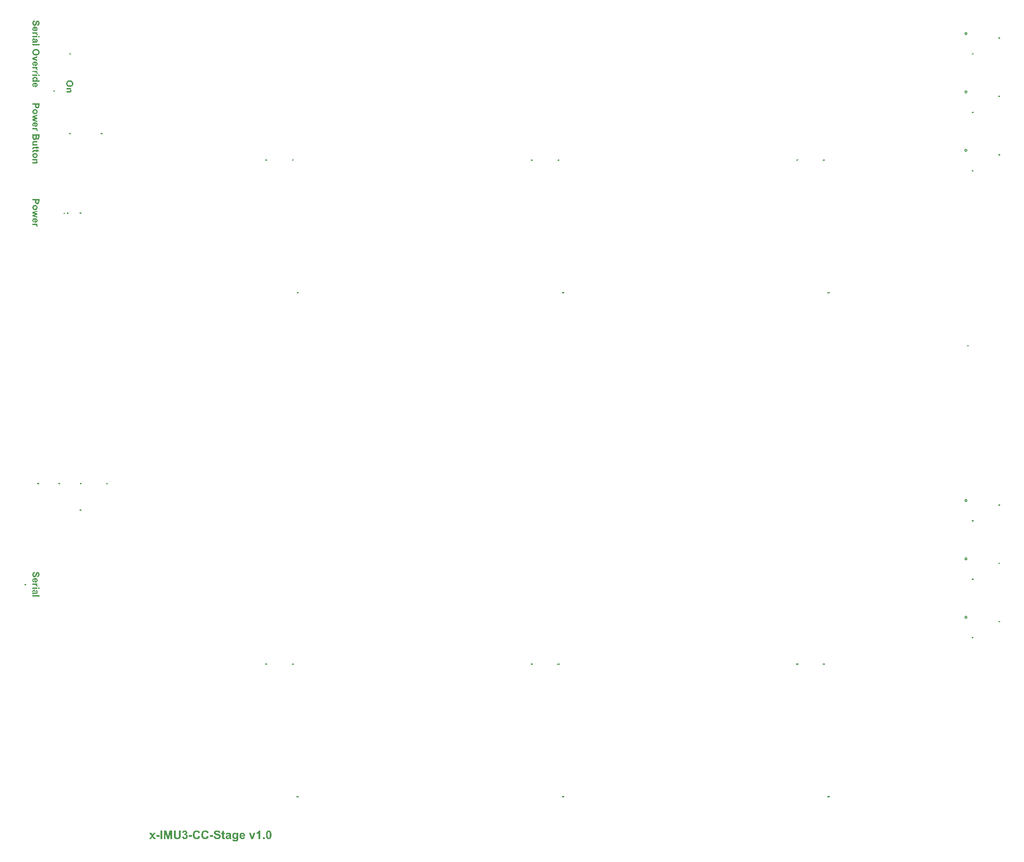
<source format=gto>
G04*
G04 #@! TF.GenerationSoftware,Altium Limited,CircuitStudio,1.5.2 (30)*
G04*
G04 Layer_Color=15065295*
%FSLAX25Y25*%
%MOIN*%
G70*
G01*
G75*
%ADD42C,0.00787*%
%ADD43C,0.00079*%
G36*
X409162Y915068D02*
X409891D01*
X410455Y914097D01*
X409162D01*
Y913438D01*
X408392D01*
Y914097D01*
X406775D01*
X406732Y914094D01*
X406598D01*
X406552Y914091D01*
X406512Y914087D01*
X406473D01*
X406443Y914084D01*
X406417Y914081D01*
X406397Y914078D01*
X406394D01*
X406384Y914074D01*
X406371Y914068D01*
X406355Y914058D01*
X406335Y914048D01*
X406315Y914032D01*
X406296Y914015D01*
X406276Y913992D01*
X406273Y913989D01*
X406270Y913979D01*
X406263Y913966D01*
X406253Y913946D01*
X406243Y913923D01*
X406237Y913894D01*
X406233Y913861D01*
X406230Y913828D01*
Y913822D01*
Y913802D01*
X406237Y913773D01*
X406243Y913730D01*
X406253Y913674D01*
X406270Y913609D01*
X406292Y913530D01*
X406322Y913441D01*
X405571Y913356D01*
Y913359D01*
X405564Y913372D01*
X405558Y913389D01*
X405548Y913415D01*
X405538Y913448D01*
X405525Y913484D01*
X405515Y913530D01*
X405502Y913579D01*
X405489Y913632D01*
X405476Y913691D01*
X405463Y913753D01*
X405453Y913822D01*
X405443Y913891D01*
X405436Y913966D01*
X405433Y914042D01*
X405430Y914120D01*
Y914124D01*
Y914133D01*
Y914147D01*
Y914163D01*
X405433Y914186D01*
Y914215D01*
X405436Y914245D01*
X405440Y914278D01*
X405449Y914350D01*
X405466Y914429D01*
X405486Y914511D01*
X405515Y914593D01*
Y914596D01*
X405518Y914602D01*
X405525Y914612D01*
X405532Y914625D01*
X405551Y914665D01*
X405577Y914711D01*
X405610Y914760D01*
X405650Y914812D01*
X405692Y914858D01*
X405741Y914901D01*
X405745D01*
X405748Y914904D01*
X405768Y914917D01*
X405797Y914934D01*
X405843Y914953D01*
X405896Y914976D01*
X405961Y914999D01*
X406033Y915019D01*
X406119Y915035D01*
X406128D01*
X406138Y915039D01*
X406155Y915042D01*
X406174D01*
X406201Y915045D01*
X406230Y915049D01*
X406270Y915052D01*
X406312Y915055D01*
X406361Y915058D01*
X406417Y915062D01*
X406479D01*
X406548Y915065D01*
X406624Y915068D01*
X408392D01*
Y915511D01*
X409162D01*
Y915068D01*
D02*
G37*
G36*
Y918470D02*
X407362D01*
X407303Y918466D01*
X407158D01*
X407080Y918463D01*
X406916Y918456D01*
X406837Y918453D01*
X406762Y918447D01*
X406693Y918440D01*
X406634Y918433D01*
X406581Y918427D01*
X406561Y918420D01*
X406542Y918417D01*
X406538D01*
X406535Y918414D01*
X406525Y918410D01*
X406512Y918407D01*
X406483Y918391D01*
X406443Y918371D01*
X406397Y918345D01*
X406352Y918309D01*
X406309Y918270D01*
X406266Y918220D01*
Y918217D01*
X406263Y918214D01*
X406250Y918194D01*
X406233Y918165D01*
X406217Y918122D01*
X406197Y918069D01*
X406181Y918010D01*
X406168Y917941D01*
X406165Y917863D01*
Y917859D01*
Y917853D01*
Y917840D01*
X406168Y917820D01*
Y917800D01*
X406171Y917774D01*
X406181Y917715D01*
X406197Y917646D01*
X406220Y917571D01*
X406253Y917495D01*
X406299Y917420D01*
X406302Y917417D01*
X406306Y917410D01*
X406312Y917400D01*
X406325Y917387D01*
X406355Y917354D01*
X406394Y917312D01*
X406443Y917269D01*
X406499Y917223D01*
X406565Y917184D01*
X406637Y917151D01*
X406640D01*
X406647Y917148D01*
X406660Y917144D01*
X406679Y917141D01*
X406706Y917135D01*
X406742Y917128D01*
X406784Y917122D01*
X406834Y917115D01*
X406896Y917108D01*
X406965Y917102D01*
X407047Y917095D01*
X407135Y917089D01*
X407240Y917085D01*
X407355Y917082D01*
X407414D01*
X407480Y917079D01*
X409162D01*
Y916111D01*
X405512D01*
Y917010D01*
X406056D01*
X406053Y917013D01*
X406043Y917020D01*
X406027Y917030D01*
X406007Y917046D01*
X405984Y917066D01*
X405955Y917089D01*
X405925Y917118D01*
X405889Y917151D01*
X405853Y917187D01*
X405817Y917226D01*
X405778Y917269D01*
X405738Y917315D01*
X405702Y917364D01*
X405666Y917420D01*
X405597Y917535D01*
X405594Y917538D01*
X405590Y917548D01*
X405581Y917568D01*
X405571Y917591D01*
X405558Y917620D01*
X405545Y917656D01*
X405528Y917696D01*
X405515Y917741D01*
X405499Y917791D01*
X405482Y917843D01*
X405469Y917902D01*
X405456Y917961D01*
X405436Y918086D01*
X405433Y918151D01*
X405430Y918220D01*
Y918223D01*
Y918237D01*
Y918256D01*
X405433Y918283D01*
X405436Y918315D01*
X405440Y918351D01*
X405443Y918394D01*
X405449Y918443D01*
X405459Y918493D01*
X405469Y918545D01*
X405499Y918657D01*
X405515Y918712D01*
X405538Y918771D01*
X405561Y918827D01*
X405590Y918883D01*
X405594Y918886D01*
X405597Y918896D01*
X405607Y918909D01*
X405620Y918929D01*
X405636Y918955D01*
X405656Y918981D01*
X405679Y919014D01*
X405709Y919044D01*
X405738Y919080D01*
X405771Y919116D01*
X405810Y919149D01*
X405850Y919185D01*
X405941Y919250D01*
X405991Y919280D01*
X406043Y919306D01*
X406046D01*
X406056Y919312D01*
X406073Y919319D01*
X406096Y919326D01*
X406125Y919335D01*
X406165Y919349D01*
X406204Y919358D01*
X406253Y919372D01*
X406309Y919385D01*
X406368Y919394D01*
X406437Y919408D01*
X406509Y919417D01*
X406588Y919424D01*
X406670Y919431D01*
X406758Y919437D01*
X409162D01*
Y918470D01*
D02*
G37*
G36*
X410553Y922478D02*
Y922474D01*
Y922471D01*
Y922451D01*
Y922419D01*
Y922379D01*
Y922330D01*
X410550Y922271D01*
Y922209D01*
X410547Y922140D01*
X410543Y922071D01*
X410540Y921996D01*
X410534Y921848D01*
X410527Y921776D01*
X410520Y921707D01*
X410514Y921645D01*
X410504Y921585D01*
Y921582D01*
X410501Y921572D01*
X410497Y921556D01*
X410494Y921536D01*
X410488Y921510D01*
X410481Y921481D01*
X410471Y921445D01*
X410458Y921408D01*
X410432Y921326D01*
X410396Y921238D01*
X410350Y921146D01*
X410294Y921058D01*
X410291Y921054D01*
X410288Y921048D01*
X410278Y921035D01*
X410264Y921018D01*
X410248Y920998D01*
X410232Y920975D01*
X410183Y920923D01*
X410123Y920861D01*
X410051Y920795D01*
X409969Y920733D01*
X409874Y920670D01*
X409871Y920667D01*
X409861Y920664D01*
X409848Y920657D01*
X409828Y920648D01*
X409802Y920634D01*
X409772Y920621D01*
X409740Y920608D01*
X409704Y920592D01*
X409661Y920579D01*
X409615Y920566D01*
X409513Y920539D01*
X409402Y920523D01*
X409346Y920516D01*
X409248D01*
X409225Y920520D01*
X409192Y920523D01*
X409156Y920526D01*
X409117Y920533D01*
X409071Y920539D01*
X409021Y920549D01*
X408969Y920562D01*
X408916Y920579D01*
X408861Y920595D01*
X408805Y920618D01*
X408746Y920644D01*
X408690Y920674D01*
X408634Y920706D01*
X408631Y920710D01*
X408621Y920716D01*
X408605Y920726D01*
X408585Y920743D01*
X408562Y920759D01*
X408533Y920785D01*
X408503Y920811D01*
X408467Y920841D01*
X408434Y920877D01*
X408398Y920916D01*
X408359Y920959D01*
X408323Y921005D01*
X408287Y921054D01*
X408254Y921107D01*
X408221Y921166D01*
X408192Y921225D01*
Y921218D01*
X408185Y921205D01*
X408178Y921179D01*
X408165Y921149D01*
X408152Y921110D01*
X408133Y921064D01*
X408110Y921015D01*
X408083Y920962D01*
X408054Y920907D01*
X408021Y920848D01*
X407982Y920788D01*
X407942Y920730D01*
X407896Y920674D01*
X407844Y920618D01*
X407791Y920566D01*
X407732Y920516D01*
X407729Y920513D01*
X407719Y920506D01*
X407700Y920493D01*
X407673Y920477D01*
X407644Y920457D01*
X407608Y920438D01*
X407565Y920415D01*
X407516Y920392D01*
X407463Y920369D01*
X407404Y920346D01*
X407342Y920326D01*
X407273Y920306D01*
X407204Y920290D01*
X407129Y920277D01*
X407053Y920270D01*
X406971Y920267D01*
X406939D01*
X406912Y920270D01*
X406883D01*
X406847Y920277D01*
X406804Y920280D01*
X406758Y920287D01*
X406709Y920296D01*
X406657Y920306D01*
X406545Y920336D01*
X406486Y920352D01*
X406424Y920375D01*
X406365Y920398D01*
X406302Y920428D01*
X406299Y920431D01*
X406289Y920434D01*
X406273Y920444D01*
X406250Y920457D01*
X406220Y920474D01*
X406191Y920493D01*
X406155Y920516D01*
X406115Y920543D01*
X406033Y920605D01*
X405948Y920680D01*
X405863Y920769D01*
X405784Y920867D01*
X405781Y920870D01*
X405774Y920880D01*
X405764Y920897D01*
X405755Y920916D01*
X405738Y920943D01*
X405722Y920975D01*
X405702Y921012D01*
X405682Y921054D01*
X405663Y921103D01*
X405640Y921153D01*
X405620Y921208D01*
X405600Y921271D01*
X405584Y921333D01*
X405568Y921402D01*
X405554Y921471D01*
X405545Y921546D01*
Y921550D01*
Y921559D01*
X405541Y921576D01*
Y921602D01*
X405538Y921635D01*
X405535Y921677D01*
Y921733D01*
X405532Y921795D01*
X405528Y921871D01*
X405525Y921959D01*
Y922009D01*
X405522Y922058D01*
Y922114D01*
X405518Y922173D01*
Y922235D01*
Y922301D01*
X405515Y922369D01*
Y922445D01*
Y922520D01*
X405512Y922602D01*
Y922688D01*
Y922776D01*
Y924492D01*
X410553D01*
Y922478D01*
D02*
G37*
G36*
X409162Y912723D02*
X409891D01*
X410455Y911752D01*
X409162D01*
Y911093D01*
X408392D01*
Y911752D01*
X406775D01*
X406732Y911749D01*
X406598D01*
X406552Y911745D01*
X406512Y911742D01*
X406473D01*
X406443Y911739D01*
X406417Y911736D01*
X406397Y911732D01*
X406394D01*
X406384Y911729D01*
X406371Y911723D01*
X406355Y911713D01*
X406335Y911703D01*
X406315Y911687D01*
X406296Y911670D01*
X406276Y911647D01*
X406273Y911644D01*
X406270Y911634D01*
X406263Y911621D01*
X406253Y911601D01*
X406243Y911578D01*
X406237Y911549D01*
X406233Y911516D01*
X406230Y911483D01*
Y911477D01*
Y911457D01*
X406237Y911427D01*
X406243Y911385D01*
X406253Y911329D01*
X406270Y911263D01*
X406292Y911185D01*
X406322Y911096D01*
X405571Y911011D01*
Y911014D01*
X405564Y911027D01*
X405558Y911044D01*
X405548Y911070D01*
X405538Y911103D01*
X405525Y911139D01*
X405515Y911185D01*
X405502Y911234D01*
X405489Y911286D01*
X405476Y911345D01*
X405463Y911408D01*
X405453Y911477D01*
X405443Y911545D01*
X405436Y911621D01*
X405433Y911696D01*
X405430Y911775D01*
Y911778D01*
Y911788D01*
Y911801D01*
Y911818D01*
X405433Y911841D01*
Y911870D01*
X405436Y911900D01*
X405440Y911932D01*
X405449Y912005D01*
X405466Y912083D01*
X405486Y912165D01*
X405515Y912247D01*
Y912251D01*
X405518Y912257D01*
X405525Y912267D01*
X405532Y912280D01*
X405551Y912319D01*
X405577Y912366D01*
X405610Y912415D01*
X405650Y912467D01*
X405692Y912513D01*
X405741Y912556D01*
X405745D01*
X405748Y912559D01*
X405768Y912572D01*
X405797Y912589D01*
X405843Y912608D01*
X405896Y912631D01*
X405961Y912654D01*
X406033Y912674D01*
X406119Y912690D01*
X406128D01*
X406138Y912694D01*
X406155Y912697D01*
X406174D01*
X406201Y912700D01*
X406230Y912703D01*
X406270Y912707D01*
X406312Y912710D01*
X406361Y912713D01*
X406417Y912716D01*
X406479D01*
X406548Y912720D01*
X406624Y912723D01*
X408392D01*
Y913166D01*
X409162D01*
Y912723D01*
D02*
G37*
G36*
Y905228D02*
X408631D01*
X408634Y905222D01*
X408654Y905205D01*
X408684Y905179D01*
X408726Y905143D01*
X408772Y905094D01*
X408825Y905038D01*
X408880Y904972D01*
X408939Y904897D01*
X408995Y904815D01*
X409051Y904723D01*
X409103Y904625D01*
X409153Y904520D01*
X409192Y904405D01*
X409222Y904284D01*
X409241Y904159D01*
X409244Y904090D01*
X409248Y904024D01*
Y904021D01*
Y904011D01*
Y903992D01*
X409244Y903969D01*
Y903942D01*
X409241Y903910D01*
X409238Y903870D01*
X409235Y903831D01*
X409218Y903739D01*
X409199Y903644D01*
X409169Y903542D01*
X409130Y903441D01*
Y903437D01*
X409123Y903428D01*
X409117Y903414D01*
X409110Y903398D01*
X409097Y903375D01*
X409084Y903349D01*
X409051Y903290D01*
X409008Y903227D01*
X408956Y903158D01*
X408900Y903096D01*
X408834Y903040D01*
X408831Y903037D01*
X408828Y903034D01*
X408818Y903027D01*
X408805Y903018D01*
X408785Y903008D01*
X408766Y902995D01*
X408716Y902965D01*
X408657Y902932D01*
X408588Y902903D01*
X408513Y902873D01*
X408431Y902850D01*
X408428D01*
X408421Y902847D01*
X408408Y902844D01*
X408388Y902840D01*
X408365Y902837D01*
X408336Y902834D01*
X408303Y902827D01*
X408264Y902821D01*
X408221Y902817D01*
X408172Y902811D01*
X408119Y902808D01*
X408060Y902804D01*
X407998Y902801D01*
X407932Y902798D01*
X407860Y902794D01*
X405512D01*
Y903762D01*
X407470D01*
X407516Y903765D01*
X407572D01*
X407631Y903769D01*
X407693D01*
X407821Y903778D01*
X407887Y903782D01*
X407946Y903788D01*
X408005Y903795D01*
X408057Y903805D01*
X408103Y903815D01*
X408139Y903824D01*
X408142D01*
X408146Y903828D01*
X408155Y903831D01*
X408169Y903837D01*
X408198Y903851D01*
X408238Y903874D01*
X408280Y903900D01*
X408326Y903936D01*
X408369Y903979D01*
X408408Y904028D01*
X408411Y904034D01*
X408424Y904051D01*
X408441Y904080D01*
X408457Y904119D01*
X408477Y904169D01*
X408490Y904224D01*
X408503Y904290D01*
X408506Y904359D01*
Y904362D01*
Y904369D01*
Y904382D01*
X408503Y904402D01*
Y904425D01*
X408500Y904451D01*
X408490Y904510D01*
X408474Y904579D01*
X408447Y904657D01*
X408415Y904736D01*
X408369Y904812D01*
Y904815D01*
X408362Y904821D01*
X408356Y904831D01*
X408342Y904844D01*
X408313Y904877D01*
X408270Y904920D01*
X408218Y904966D01*
X408155Y905012D01*
X408087Y905054D01*
X408005Y905087D01*
X408001D01*
X407995Y905090D01*
X407978Y905094D01*
X407959Y905097D01*
X407932Y905103D01*
X407900Y905110D01*
X407860Y905117D01*
X407814Y905123D01*
X407762Y905130D01*
X407700Y905136D01*
X407631Y905143D01*
X407555Y905149D01*
X407470Y905153D01*
X407378Y905156D01*
X407276Y905159D01*
X405512D01*
Y906124D01*
X409162D01*
Y905228D01*
D02*
G37*
G36*
X407437Y910640D02*
X407470D01*
X407513Y910637D01*
X407565Y910630D01*
X407621Y910624D01*
X407686Y910614D01*
X407755Y910601D01*
X407828Y910584D01*
X407903Y910568D01*
X407985Y910545D01*
X408067Y910515D01*
X408149Y910486D01*
X408234Y910450D01*
X408320Y910407D01*
X408326Y910404D01*
X408339Y910398D01*
X408362Y910381D01*
X408395Y910365D01*
X408431Y910338D01*
X408474Y910309D01*
X408523Y910276D01*
X408575Y910233D01*
X408631Y910191D01*
X408687Y910138D01*
X408743Y910083D01*
X408802Y910023D01*
X408857Y909958D01*
X408910Y909889D01*
X408962Y909814D01*
X409008Y909735D01*
X409012Y909728D01*
X409018Y909715D01*
X409031Y909692D01*
X409044Y909659D01*
X409064Y909617D01*
X409084Y909568D01*
X409107Y909512D01*
X409130Y909449D01*
X409149Y909381D01*
X409172Y909305D01*
X409192Y909227D01*
X409212Y909141D01*
X409225Y909053D01*
X409238Y908957D01*
X409244Y908862D01*
X409248Y908764D01*
Y908761D01*
Y908754D01*
Y908744D01*
Y908728D01*
X409244Y908708D01*
Y908685D01*
X409241Y908656D01*
X409238Y908626D01*
X409231Y908554D01*
X409218Y908472D01*
X409202Y908383D01*
X409179Y908282D01*
X409153Y908177D01*
X409117Y908069D01*
X409071Y907954D01*
X409018Y907842D01*
X408959Y907728D01*
X408884Y907616D01*
X408802Y907508D01*
X408707Y907406D01*
X408700Y907399D01*
X408680Y907383D01*
X408651Y907357D01*
X408611Y907324D01*
X408556Y907281D01*
X408493Y907239D01*
X408418Y907190D01*
X408336Y907140D01*
X408241Y907091D01*
X408139Y907042D01*
X408028Y906999D01*
X407906Y906957D01*
X407778Y906924D01*
X407644Y906898D01*
X407500Y906881D01*
X407349Y906875D01*
X407312D01*
X407293Y906878D01*
X407270D01*
X407240Y906881D01*
X407211Y906885D01*
X407139Y906891D01*
X407057Y906904D01*
X406965Y906921D01*
X406866Y906940D01*
X406758Y906970D01*
X406650Y907006D01*
X406535Y907049D01*
X406420Y907101D01*
X406302Y907160D01*
X406191Y907232D01*
X406079Y907314D01*
X405974Y907409D01*
X405968Y907416D01*
X405951Y907432D01*
X405925Y907465D01*
X405889Y907504D01*
X405850Y907557D01*
X405804Y907623D01*
X405755Y907695D01*
X405702Y907777D01*
X405653Y907872D01*
X405604Y907973D01*
X405558Y908085D01*
X405515Y908203D01*
X405479Y908331D01*
X405453Y908465D01*
X405436Y908607D01*
X405430Y908757D01*
Y908764D01*
Y908780D01*
Y908807D01*
X405433Y908843D01*
X405436Y908889D01*
X405443Y908941D01*
X405449Y909000D01*
X405459Y909066D01*
X405469Y909135D01*
X405486Y909210D01*
X405502Y909292D01*
X405525Y909374D01*
X405551Y909456D01*
X405581Y909545D01*
X405617Y909630D01*
X405656Y909715D01*
X405659Y909722D01*
X405666Y909735D01*
X405679Y909758D01*
X405699Y909791D01*
X405722Y909827D01*
X405751Y909873D01*
X405784Y909922D01*
X405823Y909971D01*
X405869Y910027D01*
X405919Y910086D01*
X405971Y910142D01*
X406030Y910201D01*
X406096Y910256D01*
X406165Y910309D01*
X406240Y910361D01*
X406319Y910407D01*
X406325Y910411D01*
X406338Y910417D01*
X406365Y910430D01*
X406397Y910443D01*
X406440Y910463D01*
X406493Y910483D01*
X406552Y910502D01*
X406617Y910525D01*
X406693Y910548D01*
X406775Y910568D01*
X406860Y910588D01*
X406955Y910607D01*
X407057Y910620D01*
X407162Y910634D01*
X407273Y910640D01*
X407388Y910643D01*
X407411D01*
X407437Y910640D01*
D02*
G37*
G36*
X568931Y401575D02*
X567845D01*
X566004Y406138D01*
X567271D01*
X568132Y403809D01*
X568382Y403030D01*
Y403034D01*
X568386Y403043D01*
X568390Y403059D01*
X568398Y403080D01*
X568415Y403129D01*
X568435Y403190D01*
X568456Y403256D01*
X568476Y403321D01*
X568493Y403379D01*
X568501Y403403D01*
X568505Y403424D01*
Y403428D01*
X568509Y403432D01*
X568517Y403457D01*
X568530Y403494D01*
X568546Y403543D01*
X568562Y403604D01*
X568587Y403670D01*
X568611Y403735D01*
X568636Y403809D01*
X569505Y406138D01*
X570748D01*
X568931Y401575D01*
D02*
G37*
G36*
X515344Y404564D02*
Y404560D01*
Y404551D01*
Y404535D01*
Y404515D01*
Y404486D01*
Y404457D01*
Y404420D01*
Y404379D01*
X515340Y404289D01*
Y404182D01*
X515336Y404064D01*
X515332Y403940D01*
X515324Y403809D01*
X515320Y403674D01*
X515311Y403543D01*
X515299Y403412D01*
X515287Y403285D01*
X515275Y403166D01*
X515258Y403055D01*
X515238Y402961D01*
Y402956D01*
X515234Y402940D01*
X515225Y402915D01*
X515217Y402883D01*
X515205Y402842D01*
X515193Y402797D01*
X515172Y402743D01*
X515152Y402686D01*
X515098Y402563D01*
X515033Y402432D01*
X514955Y402296D01*
X514906Y402231D01*
X514856Y402169D01*
X514852Y402165D01*
X514844Y402157D01*
X514828Y402141D01*
X514807Y402116D01*
X514779Y402091D01*
X514746Y402059D01*
X514705Y402022D01*
X514660Y401985D01*
X514610Y401944D01*
X514557Y401903D01*
X514496Y401862D01*
X514430Y401817D01*
X514360Y401776D01*
X514282Y401735D01*
X514205Y401694D01*
X514118Y401657D01*
X514114D01*
X514098Y401649D01*
X514069Y401640D01*
X514036Y401628D01*
X513987Y401612D01*
X513934Y401595D01*
X513868Y401579D01*
X513795Y401562D01*
X513708Y401546D01*
X513618Y401530D01*
X513520Y401513D01*
X513409Y401497D01*
X513294Y401485D01*
X513171Y401476D01*
X513044Y401472D01*
X512905Y401468D01*
X512819D01*
X512757Y401472D01*
X512683Y401476D01*
X512593Y401480D01*
X512499Y401485D01*
X512396Y401493D01*
X512286Y401505D01*
X512175Y401517D01*
X511945Y401554D01*
X511835Y401579D01*
X511728Y401608D01*
X511630Y401636D01*
X511535Y401673D01*
X511531Y401677D01*
X511515Y401681D01*
X511490Y401694D01*
X511457Y401710D01*
X511421Y401731D01*
X511371Y401755D01*
X511322Y401788D01*
X511269Y401821D01*
X511150Y401899D01*
X511027Y401989D01*
X510908Y402096D01*
X510851Y402153D01*
X510797Y402214D01*
X510793Y402218D01*
X510785Y402231D01*
X510773Y402247D01*
X510752Y402272D01*
X510732Y402305D01*
X510707Y402342D01*
X510678Y402383D01*
X510650Y402428D01*
X510621Y402481D01*
X510592Y402534D01*
X510531Y402653D01*
X510482Y402780D01*
X510457Y402846D01*
X510441Y402915D01*
Y402924D01*
X510437Y402940D01*
X510428Y402973D01*
X510420Y403018D01*
X510412Y403075D01*
X510404Y403141D01*
X510392Y403223D01*
X510379Y403317D01*
X510367Y403424D01*
X510359Y403543D01*
X510346Y403674D01*
X510338Y403818D01*
X510330Y403973D01*
X510322Y404141D01*
X510318Y404322D01*
Y404515D01*
Y407876D01*
X511589D01*
Y404461D01*
Y404457D01*
Y404453D01*
Y404441D01*
Y404424D01*
Y404383D01*
Y404330D01*
Y404264D01*
X511593Y404191D01*
Y404113D01*
X511597Y404027D01*
X511601Y403846D01*
X511605Y403760D01*
X511609Y403674D01*
X511613Y403596D01*
X511622Y403522D01*
X511630Y403461D01*
X511638Y403407D01*
Y403403D01*
X511642Y403391D01*
X511646Y403371D01*
X511654Y403342D01*
X511667Y403309D01*
X511679Y403272D01*
X511695Y403231D01*
X511716Y403186D01*
X511769Y403088D01*
X511802Y403034D01*
X511839Y402985D01*
X511876Y402932D01*
X511921Y402883D01*
X511974Y402834D01*
X512027Y402788D01*
X512032Y402784D01*
X512044Y402780D01*
X512060Y402768D01*
X512085Y402751D01*
X512114Y402735D01*
X512154Y402715D01*
X512195Y402694D01*
X512249Y402674D01*
X512306Y402649D01*
X512368Y402629D01*
X512437Y402608D01*
X512511Y402592D01*
X512593Y402575D01*
X512679Y402563D01*
X512770Y402559D01*
X512868Y402555D01*
X512921D01*
X512958Y402559D01*
X513003Y402563D01*
X513052Y402567D01*
X513110Y402575D01*
X513171Y402583D01*
X513307Y402608D01*
X513442Y402649D01*
X513508Y402674D01*
X513569Y402702D01*
X513630Y402739D01*
X513684Y402776D01*
X513688Y402780D01*
X513696Y402788D01*
X513708Y402801D01*
X513729Y402817D01*
X513749Y402838D01*
X513774Y402862D01*
X513799Y402895D01*
X513827Y402928D01*
X513885Y403006D01*
X513938Y403100D01*
X513983Y403202D01*
X514000Y403260D01*
X514012Y403317D01*
Y403321D01*
X514016Y403334D01*
Y403354D01*
X514020Y403379D01*
X514024Y403416D01*
X514028Y403461D01*
X514036Y403510D01*
X514041Y403572D01*
X514045Y403641D01*
X514053Y403719D01*
X514057Y403809D01*
X514061Y403904D01*
X514065Y404010D01*
Y404129D01*
X514069Y404252D01*
Y404387D01*
Y407876D01*
X515344D01*
Y404564D01*
D02*
G37*
G36*
X518493Y407897D02*
X518555Y407893D01*
X518628Y407885D01*
X518719Y407872D01*
X518813Y407852D01*
X518920Y407831D01*
X519030Y407799D01*
X519149Y407762D01*
X519268Y407717D01*
X519387Y407663D01*
X519506Y407598D01*
X519621Y407524D01*
X519731Y407434D01*
X519838Y407335D01*
X519842Y407331D01*
X519858Y407315D01*
X519879Y407290D01*
X519908Y407253D01*
X519940Y407208D01*
X519977Y407159D01*
X520018Y407097D01*
X520059Y407032D01*
X520100Y406958D01*
X520141Y406876D01*
X520178Y406790D01*
X520211Y406696D01*
X520240Y406601D01*
X520260Y406499D01*
X520277Y406392D01*
X520281Y406286D01*
Y406282D01*
Y406278D01*
Y406265D01*
Y406249D01*
X520277Y406208D01*
X520268Y406150D01*
X520252Y406077D01*
X520231Y405999D01*
X520203Y405908D01*
X520166Y405810D01*
X520121Y405708D01*
X520059Y405597D01*
X519985Y405490D01*
X519895Y405380D01*
X519846Y405322D01*
X519793Y405269D01*
X519735Y405216D01*
X519670Y405162D01*
X519604Y405109D01*
X519530Y405060D01*
X519452Y405011D01*
X519371Y404961D01*
X519379D01*
X519395Y404957D01*
X519424Y404949D01*
X519461Y404937D01*
X519506Y404924D01*
X519559Y404904D01*
X519617Y404879D01*
X519682Y404855D01*
X519748Y404822D01*
X519822Y404785D01*
X519891Y404740D01*
X519965Y404695D01*
X520035Y404642D01*
X520104Y404580D01*
X520174Y404515D01*
X520236Y404441D01*
X520240Y404437D01*
X520248Y404424D01*
X520264Y404400D01*
X520289Y404367D01*
X520314Y404330D01*
X520338Y404281D01*
X520371Y404227D01*
X520400Y404166D01*
X520428Y404100D01*
X520461Y404023D01*
X520486Y403945D01*
X520514Y403859D01*
X520535Y403768D01*
X520551Y403670D01*
X520560Y403572D01*
X520564Y403465D01*
Y403461D01*
Y403457D01*
Y403444D01*
Y403428D01*
X520560Y403383D01*
X520555Y403326D01*
X520547Y403256D01*
X520531Y403174D01*
X520514Y403080D01*
X520490Y402977D01*
X520457Y402870D01*
X520416Y402756D01*
X520367Y402637D01*
X520309Y402518D01*
X520240Y402399D01*
X520158Y402280D01*
X520063Y402161D01*
X519957Y402050D01*
X519949Y402042D01*
X519928Y402026D01*
X519895Y401997D01*
X519846Y401960D01*
X519789Y401915D01*
X519719Y401866D01*
X519633Y401813D01*
X519543Y401759D01*
X519436Y401706D01*
X519321Y401653D01*
X519198Y401604D01*
X519063Y401558D01*
X518924Y401521D01*
X518772Y401493D01*
X518612Y401476D01*
X518448Y401468D01*
X518391D01*
X518366Y401472D01*
X518304Y401476D01*
X518231Y401485D01*
X518149Y401493D01*
X518050Y401509D01*
X517948Y401530D01*
X517837Y401554D01*
X517722Y401587D01*
X517607Y401628D01*
X517485Y401673D01*
X517366Y401731D01*
X517251Y401796D01*
X517136Y401870D01*
X517025Y401956D01*
X517017Y401960D01*
X517001Y401981D01*
X516972Y402005D01*
X516935Y402046D01*
X516894Y402096D01*
X516845Y402153D01*
X516787Y402223D01*
X516734Y402301D01*
X516677Y402391D01*
X516619Y402489D01*
X516566Y402596D01*
X516513Y402710D01*
X516468Y402834D01*
X516427Y402965D01*
X516394Y403100D01*
X516373Y403248D01*
X517546Y403387D01*
Y403383D01*
X517550Y403367D01*
X517554Y403346D01*
X517558Y403313D01*
X517566Y403276D01*
X517575Y403231D01*
X517587Y403186D01*
X517603Y403133D01*
X517644Y403022D01*
X517694Y402911D01*
X517726Y402854D01*
X517763Y402801D01*
X517800Y402747D01*
X517845Y402702D01*
X517849Y402698D01*
X517858Y402694D01*
X517870Y402682D01*
X517890Y402665D01*
X517915Y402649D01*
X517940Y402629D01*
X517977Y402608D01*
X518013Y402588D01*
X518099Y402542D01*
X518202Y402505D01*
X518255Y402489D01*
X518313Y402477D01*
X518374Y402473D01*
X518440Y402469D01*
X518477D01*
X518501Y402473D01*
X518534Y402477D01*
X518571Y402485D01*
X518612Y402493D01*
X518657Y402505D01*
X518706Y402518D01*
X518755Y402538D01*
X518809Y402559D01*
X518862Y402588D01*
X518915Y402620D01*
X518969Y402657D01*
X519018Y402702D01*
X519067Y402751D01*
X519071Y402756D01*
X519079Y402764D01*
X519092Y402780D01*
X519108Y402805D01*
X519129Y402834D01*
X519149Y402866D01*
X519174Y402907D01*
X519198Y402952D01*
X519219Y403006D01*
X519243Y403063D01*
X519264Y403125D01*
X519284Y403194D01*
X519301Y403268D01*
X519313Y403346D01*
X519321Y403428D01*
X519325Y403518D01*
Y403522D01*
Y403539D01*
Y403563D01*
X519321Y403592D01*
X519317Y403633D01*
X519313Y403678D01*
X519305Y403727D01*
X519297Y403781D01*
X519264Y403895D01*
X519247Y403953D01*
X519223Y404014D01*
X519194Y404076D01*
X519161Y404133D01*
X519125Y404186D01*
X519079Y404240D01*
X519075Y404244D01*
X519067Y404252D01*
X519055Y404264D01*
X519034Y404281D01*
X519010Y404301D01*
X518985Y404326D01*
X518948Y404346D01*
X518911Y404375D01*
X518870Y404400D01*
X518825Y404420D01*
X518723Y404465D01*
X518665Y404482D01*
X518608Y404494D01*
X518546Y404502D01*
X518481Y404506D01*
X518440D01*
X518419Y404502D01*
X518391D01*
X518362Y404498D01*
X518325Y404494D01*
X518243Y404486D01*
X518149Y404469D01*
X518046Y404445D01*
X517927Y404416D01*
X518058Y405400D01*
X518141D01*
X518182Y405404D01*
X518227Y405408D01*
X518280Y405412D01*
X518337Y405421D01*
X518456Y405445D01*
X518522Y405466D01*
X518583Y405486D01*
X518645Y405511D01*
X518702Y405540D01*
X518760Y405572D01*
X518809Y405613D01*
X518813Y405617D01*
X518821Y405626D01*
X518833Y405638D01*
X518850Y405654D01*
X518870Y405679D01*
X518891Y405703D01*
X518915Y405736D01*
X518940Y405773D01*
X518961Y405814D01*
X518985Y405859D01*
X519006Y405908D01*
X519026Y405962D01*
X519042Y406019D01*
X519055Y406081D01*
X519063Y406142D01*
X519067Y406212D01*
Y406216D01*
Y406224D01*
Y406245D01*
X519063Y406265D01*
Y406294D01*
X519059Y406323D01*
X519042Y406396D01*
X519022Y406478D01*
X518989Y406560D01*
X518940Y406642D01*
X518911Y406683D01*
X518879Y406720D01*
X518874Y406724D01*
X518870Y406729D01*
X518858Y406737D01*
X518846Y406749D01*
X518801Y406782D01*
X518743Y406815D01*
X518674Y406847D01*
X518587Y406880D01*
X518485Y406901D01*
X518432Y406909D01*
X518345D01*
X518321Y406905D01*
X518296Y406901D01*
X518263Y406897D01*
X518190Y406880D01*
X518108Y406856D01*
X518017Y406819D01*
X517972Y406794D01*
X517927Y406765D01*
X517882Y406729D01*
X517841Y406692D01*
X517837Y406687D01*
X517833Y406683D01*
X517821Y406671D01*
X517808Y406651D01*
X517788Y406630D01*
X517771Y406601D01*
X517751Y406573D01*
X517726Y406536D01*
X517706Y406491D01*
X517681Y406446D01*
X517661Y406396D01*
X517640Y406339D01*
X517620Y406278D01*
X517603Y406212D01*
X517591Y406142D01*
X517579Y406068D01*
X516464Y406257D01*
Y406265D01*
X516468Y406282D01*
X516476Y406310D01*
X516484Y406351D01*
X516496Y406400D01*
X516513Y406454D01*
X516533Y406519D01*
X516554Y406585D01*
X516603Y406729D01*
X516665Y406880D01*
X516734Y407032D01*
X516775Y407102D01*
X516816Y407167D01*
X516820Y407171D01*
X516828Y407184D01*
X516841Y407200D01*
X516861Y407225D01*
X516882Y407253D01*
X516911Y407286D01*
X516947Y407323D01*
X516984Y407364D01*
X517029Y407405D01*
X517079Y407450D01*
X517132Y407495D01*
X517189Y407540D01*
X517251Y407581D01*
X517320Y407626D01*
X517390Y407667D01*
X517468Y407704D01*
X517472Y407708D01*
X517489Y407713D01*
X517509Y407721D01*
X517542Y407737D01*
X517583Y407749D01*
X517628Y407766D01*
X517681Y407786D01*
X517743Y407803D01*
X517808Y407823D01*
X517882Y407840D01*
X517960Y407856D01*
X518042Y407872D01*
X518128Y407885D01*
X518218Y407893D01*
X518313Y407897D01*
X518407Y407901D01*
X518469D01*
X518493Y407897D01*
D02*
G37*
G36*
X410553Y945966D02*
Y945963D01*
Y945956D01*
Y945943D01*
Y945926D01*
Y945903D01*
Y945877D01*
Y945848D01*
Y945815D01*
X410550Y945743D01*
Y945658D01*
X410547Y945566D01*
X410543Y945467D01*
X410540Y945366D01*
X410534Y945264D01*
X410530Y945162D01*
X410520Y945064D01*
X410514Y944972D01*
X410504Y944890D01*
X410491Y944814D01*
X410484Y944785D01*
X410478Y944755D01*
Y944749D01*
X410471Y944736D01*
X410465Y944713D01*
X410455Y944683D01*
X410438Y944647D01*
X410422Y944605D01*
X410399Y944555D01*
X410373Y944503D01*
X410343Y944447D01*
X410307Y944388D01*
X410264Y944329D01*
X410222Y944267D01*
X410169Y944204D01*
X410114Y944145D01*
X410051Y944086D01*
X409982Y944031D01*
X409979Y944027D01*
X409966Y944018D01*
X409943Y944004D01*
X409914Y943985D01*
X409877Y943962D01*
X409832Y943935D01*
X409779Y943909D01*
X409720Y943883D01*
X409651Y943857D01*
X409576Y943827D01*
X409497Y943804D01*
X409408Y943781D01*
X409317Y943762D01*
X409218Y943748D01*
X409113Y943739D01*
X409002Y943735D01*
X408956D01*
X408923Y943739D01*
X408884Y943742D01*
X408838Y943745D01*
X408785Y943748D01*
X408730Y943755D01*
X408670Y943765D01*
X408605Y943778D01*
X408474Y943808D01*
X408408Y943827D01*
X408342Y943850D01*
X408280Y943876D01*
X408218Y943906D01*
X408215Y943909D01*
X408205Y943913D01*
X408188Y943922D01*
X408165Y943935D01*
X408139Y943952D01*
X408110Y943972D01*
X408074Y943995D01*
X408037Y944021D01*
X407959Y944083D01*
X407877Y944158D01*
X407795Y944240D01*
X407723Y944336D01*
X407719Y944339D01*
X407716Y944349D01*
X407706Y944362D01*
X407693Y944382D01*
X407680Y944405D01*
X407663Y944431D01*
X407644Y944464D01*
X407624Y944500D01*
X407585Y944578D01*
X407545Y944667D01*
X407513Y944762D01*
X407486Y944860D01*
Y944864D01*
X407483Y944877D01*
X407480Y944900D01*
X407477Y944929D01*
X407470Y944965D01*
X407463Y945011D01*
X407457Y945067D01*
X407450Y945129D01*
X407444Y945201D01*
X407437Y945280D01*
X407431Y945366D01*
X407424Y945461D01*
X407421Y945562D01*
X407417Y945674D01*
X407414Y945792D01*
Y945917D01*
Y946582D01*
X405512D01*
Y947599D01*
X410553D01*
Y945966D01*
D02*
G37*
G36*
X407372Y962858D02*
X407398D01*
X407427Y962855D01*
X407460D01*
X407496Y962852D01*
X407536Y962848D01*
X407624Y962835D01*
X407723Y962822D01*
X407828Y962802D01*
X407939Y962776D01*
X408057Y962747D01*
X408175Y962707D01*
X408293Y962661D01*
X408411Y962609D01*
X408523Y962543D01*
X408631Y962471D01*
X408733Y962389D01*
X408739Y962383D01*
X408756Y962366D01*
X408782Y962340D01*
X408815Y962304D01*
X408851Y962258D01*
X408897Y962199D01*
X408943Y962133D01*
X408992Y962061D01*
X409038Y961979D01*
X409084Y961887D01*
X409130Y961789D01*
X409169Y961681D01*
X409202Y961569D01*
X409225Y961448D01*
X409241Y961320D01*
X409248Y961189D01*
Y961185D01*
Y961179D01*
Y961169D01*
Y961152D01*
X409244Y961133D01*
Y961110D01*
X409241Y961084D01*
X409238Y961054D01*
X409231Y960985D01*
X409218Y960907D01*
X409202Y960818D01*
X409179Y960723D01*
X409153Y960621D01*
X409117Y960516D01*
X409071Y960408D01*
X409018Y960303D01*
X408959Y960195D01*
X408884Y960093D01*
X408802Y959995D01*
X408707Y959903D01*
X408700Y959896D01*
X408680Y959883D01*
X408651Y959860D01*
X408605Y959831D01*
X408549Y959795D01*
X408477Y959755D01*
X408395Y959713D01*
X408300Y959670D01*
X408188Y959627D01*
X408129Y959604D01*
X408067Y959585D01*
X408001Y959565D01*
X407932Y959545D01*
X407860Y959529D01*
X407785Y959513D01*
X407703Y959496D01*
X407621Y959483D01*
X407536Y959473D01*
X407447Y959463D01*
X407355Y959457D01*
X407260Y959453D01*
X407158Y959450D01*
X407057D01*
Y961871D01*
X407037D01*
X407014Y961868D01*
X406985Y961864D01*
X406948Y961861D01*
X406909Y961854D01*
X406863Y961848D01*
X406811Y961838D01*
X406706Y961808D01*
X406650Y961792D01*
X406594Y961769D01*
X406538Y961743D01*
X406486Y961713D01*
X406433Y961677D01*
X406388Y961638D01*
X406384Y961635D01*
X406378Y961628D01*
X406365Y961615D01*
X406352Y961599D01*
X406332Y961576D01*
X406312Y961549D01*
X406292Y961520D01*
X406270Y961484D01*
X406247Y961444D01*
X406227Y961405D01*
X406207Y961359D01*
X406187Y961310D01*
X406174Y961257D01*
X406161Y961202D01*
X406155Y961143D01*
X406151Y961080D01*
Y961077D01*
Y961071D01*
Y961057D01*
X406155Y961041D01*
Y961025D01*
X406158Y961002D01*
X406168Y960949D01*
X406181Y960887D01*
X406204Y960824D01*
X406233Y960759D01*
X406273Y960700D01*
Y960697D01*
X406279Y960693D01*
X406296Y960674D01*
X406325Y960647D01*
X406371Y960611D01*
X406397Y960592D01*
X406427Y960572D01*
X406460Y960552D01*
X406496Y960533D01*
X406535Y960516D01*
X406578Y960497D01*
X406624Y960480D01*
X406673Y960464D01*
X406512Y959503D01*
X406506Y959506D01*
X406489Y959513D01*
X406463Y959522D01*
X406424Y959539D01*
X406381Y959558D01*
X406328Y959581D01*
X406273Y959611D01*
X406214Y959644D01*
X406148Y959683D01*
X406082Y959726D01*
X406014Y959775D01*
X405948Y959827D01*
X405882Y959886D01*
X405820Y959949D01*
X405761Y960018D01*
X405705Y960090D01*
X405702Y960093D01*
X405692Y960110D01*
X405679Y960129D01*
X405663Y960162D01*
X405643Y960201D01*
X405617Y960247D01*
X405594Y960303D01*
X405568Y960365D01*
X405541Y960434D01*
X405518Y960510D01*
X405495Y960592D01*
X405472Y960680D01*
X405456Y960775D01*
X405443Y960874D01*
X405433Y960979D01*
X405430Y961090D01*
Y961094D01*
Y961100D01*
Y961113D01*
Y961133D01*
X405433Y961156D01*
Y961182D01*
X405436Y961212D01*
X405440Y961248D01*
X405443Y961284D01*
X405449Y961326D01*
X405463Y961415D01*
X405482Y961517D01*
X405509Y961625D01*
X405541Y961736D01*
X405581Y961854D01*
X405630Y961973D01*
X405692Y962087D01*
X405761Y962202D01*
X405846Y962310D01*
X405892Y962360D01*
X405941Y962409D01*
X405994Y962458D01*
X406050Y962501D01*
X406056Y962504D01*
X406073Y962517D01*
X406102Y962533D01*
X406138Y962556D01*
X406187Y962583D01*
X406247Y962615D01*
X406315Y962648D01*
X406394Y962681D01*
X406479Y962714D01*
X406578Y962747D01*
X406679Y962776D01*
X406791Y962806D01*
X406909Y962829D01*
X407037Y962845D01*
X407168Y962858D01*
X407309Y962861D01*
X407349D01*
X407372Y962858D01*
D02*
G37*
G36*
X407437Y943125D02*
X407470D01*
X407513Y943122D01*
X407565Y943116D01*
X407621Y943109D01*
X407686Y943099D01*
X407755Y943086D01*
X407828Y943069D01*
X407903Y943053D01*
X407985Y943030D01*
X408067Y943001D01*
X408149Y942971D01*
X408234Y942935D01*
X408320Y942892D01*
X408326Y942889D01*
X408339Y942883D01*
X408362Y942866D01*
X408395Y942850D01*
X408431Y942824D01*
X408474Y942794D01*
X408523Y942761D01*
X408575Y942719D01*
X408631Y942676D01*
X408687Y942624D01*
X408743Y942568D01*
X408802Y942509D01*
X408857Y942443D01*
X408910Y942374D01*
X408962Y942299D01*
X409008Y942220D01*
X409012Y942214D01*
X409018Y942200D01*
X409031Y942177D01*
X409044Y942145D01*
X409064Y942102D01*
X409084Y942053D01*
X409107Y941997D01*
X409130Y941935D01*
X409149Y941866D01*
X409172Y941790D01*
X409192Y941712D01*
X409212Y941626D01*
X409225Y941538D01*
X409238Y941443D01*
X409244Y941348D01*
X409248Y941249D01*
Y941246D01*
Y941239D01*
Y941230D01*
Y941213D01*
X409244Y941193D01*
Y941170D01*
X409241Y941141D01*
X409238Y941111D01*
X409231Y941039D01*
X409218Y940957D01*
X409202Y940869D01*
X409179Y940767D01*
X409153Y940662D01*
X409117Y940554D01*
X409071Y940439D01*
X409018Y940327D01*
X408959Y940213D01*
X408884Y940101D01*
X408802Y939993D01*
X408707Y939891D01*
X408700Y939885D01*
X408680Y939868D01*
X408651Y939842D01*
X408611Y939809D01*
X408556Y939767D01*
X408493Y939724D01*
X408418Y939675D01*
X408336Y939625D01*
X408241Y939576D01*
X408139Y939527D01*
X408028Y939485D01*
X407906Y939442D01*
X407778Y939409D01*
X407644Y939383D01*
X407500Y939366D01*
X407349Y939360D01*
X407312D01*
X407293Y939363D01*
X407270D01*
X407240Y939366D01*
X407211Y939370D01*
X407139Y939376D01*
X407057Y939389D01*
X406965Y939406D01*
X406866Y939425D01*
X406758Y939455D01*
X406650Y939491D01*
X406535Y939534D01*
X406420Y939586D01*
X406302Y939645D01*
X406191Y939717D01*
X406079Y939799D01*
X405974Y939894D01*
X405968Y939901D01*
X405951Y939917D01*
X405925Y939950D01*
X405889Y939990D01*
X405850Y940042D01*
X405804Y940108D01*
X405755Y940180D01*
X405702Y940262D01*
X405653Y940357D01*
X405604Y940459D01*
X405558Y940570D01*
X405515Y940688D01*
X405479Y940816D01*
X405453Y940951D01*
X405436Y941092D01*
X405430Y941243D01*
Y941249D01*
Y941265D01*
Y941292D01*
X405433Y941328D01*
X405436Y941374D01*
X405443Y941426D01*
X405449Y941485D01*
X405459Y941551D01*
X405469Y941620D01*
X405486Y941695D01*
X405502Y941777D01*
X405525Y941859D01*
X405551Y941941D01*
X405581Y942030D01*
X405617Y942115D01*
X405656Y942200D01*
X405659Y942207D01*
X405666Y942220D01*
X405679Y942243D01*
X405699Y942276D01*
X405722Y942312D01*
X405751Y942358D01*
X405784Y942407D01*
X405823Y942456D01*
X405869Y942512D01*
X405919Y942571D01*
X405971Y942627D01*
X406030Y942686D01*
X406096Y942741D01*
X406165Y942794D01*
X406240Y942846D01*
X406319Y942892D01*
X406325Y942896D01*
X406338Y942902D01*
X406365Y942915D01*
X406397Y942929D01*
X406440Y942948D01*
X406493Y942968D01*
X406552Y942988D01*
X406617Y943011D01*
X406693Y943034D01*
X406775Y943053D01*
X406860Y943073D01*
X406955Y943093D01*
X407057Y943106D01*
X407162Y943119D01*
X407273Y943125D01*
X407388Y943129D01*
X407411D01*
X407437Y943125D01*
D02*
G37*
G36*
X409162Y928346D02*
X408644D01*
X408647Y928342D01*
X408661Y928336D01*
X408680Y928323D01*
X408703Y928306D01*
X408733Y928287D01*
X408766Y928264D01*
X408844Y928208D01*
X408923Y928142D01*
X409005Y928073D01*
X409041Y928037D01*
X409074Y928001D01*
X409103Y927968D01*
X409130Y927932D01*
Y927929D01*
X409136Y927923D01*
X409139Y927913D01*
X409149Y927899D01*
X409156Y927883D01*
X409166Y927860D01*
X409189Y927811D01*
X409212Y927749D01*
X409228Y927676D01*
X409241Y927598D01*
X409248Y927512D01*
Y927509D01*
Y927496D01*
Y927480D01*
X409244Y927457D01*
X409241Y927427D01*
X409238Y927391D01*
X409231Y927352D01*
X409225Y927309D01*
X409215Y927263D01*
X409202Y927214D01*
X409169Y927106D01*
X409149Y927050D01*
X409126Y926991D01*
X409097Y926935D01*
X409064Y926876D01*
X408221Y927178D01*
X408224Y927181D01*
X408228Y927188D01*
X408234Y927201D01*
X408247Y927221D01*
X408257Y927240D01*
X408270Y927267D01*
X408300Y927326D01*
X408329Y927394D01*
X408356Y927470D01*
X408372Y927552D01*
X408375Y927591D01*
X408379Y927631D01*
Y927634D01*
Y927640D01*
Y927650D01*
Y927663D01*
X408372Y927703D01*
X408365Y927749D01*
X408352Y927804D01*
X408333Y927860D01*
X408303Y927919D01*
X408267Y927975D01*
X408260Y927981D01*
X408244Y927998D01*
X408218Y928024D01*
X408198Y928041D01*
X408175Y928057D01*
X408149Y928073D01*
X408119Y928090D01*
X408087Y928109D01*
X408050Y928129D01*
X408008Y928146D01*
X407965Y928165D01*
X407916Y928182D01*
X407864Y928198D01*
X407860D01*
X407850Y928201D01*
X407831Y928205D01*
X407804Y928211D01*
X407768Y928218D01*
X407723Y928224D01*
X407667Y928231D01*
X407601Y928237D01*
X407526Y928244D01*
X407437Y928251D01*
X407336Y928257D01*
X407224Y928264D01*
X407165Y928267D01*
X407099Y928270D01*
X407030D01*
X406962Y928273D01*
X406886D01*
X406807Y928277D01*
X405512D01*
Y929244D01*
X409162D01*
Y928346D01*
D02*
G37*
G36*
X407372Y933400D02*
X407398D01*
X407427Y933397D01*
X407460D01*
X407496Y933393D01*
X407536Y933390D01*
X407624Y933377D01*
X407723Y933364D01*
X407828Y933344D01*
X407939Y933318D01*
X408057Y933289D01*
X408175Y933249D01*
X408293Y933203D01*
X408411Y933151D01*
X408523Y933085D01*
X408631Y933013D01*
X408733Y932931D01*
X408739Y932924D01*
X408756Y932908D01*
X408782Y932882D01*
X408815Y932846D01*
X408851Y932800D01*
X408897Y932741D01*
X408943Y932675D01*
X408992Y932603D01*
X409038Y932521D01*
X409084Y932429D01*
X409130Y932331D01*
X409169Y932223D01*
X409202Y932111D01*
X409225Y931990D01*
X409241Y931862D01*
X409248Y931731D01*
Y931727D01*
Y931721D01*
Y931711D01*
Y931695D01*
X409244Y931675D01*
Y931652D01*
X409241Y931626D01*
X409238Y931596D01*
X409231Y931527D01*
X409218Y931448D01*
X409202Y931360D01*
X409179Y931265D01*
X409153Y931163D01*
X409117Y931058D01*
X409071Y930950D01*
X409018Y930845D01*
X408959Y930737D01*
X408884Y930635D01*
X408802Y930537D01*
X408707Y930445D01*
X408700Y930438D01*
X408680Y930425D01*
X408651Y930402D01*
X408605Y930373D01*
X408549Y930337D01*
X408477Y930297D01*
X408395Y930255D01*
X408300Y930212D01*
X408188Y930169D01*
X408129Y930146D01*
X408067Y930127D01*
X408001Y930107D01*
X407932Y930087D01*
X407860Y930071D01*
X407785Y930054D01*
X407703Y930038D01*
X407621Y930025D01*
X407536Y930015D01*
X407447Y930005D01*
X407355Y929999D01*
X407260Y929996D01*
X407158Y929992D01*
X407057D01*
Y932413D01*
X407037D01*
X407014Y932409D01*
X406985Y932406D01*
X406948Y932403D01*
X406909Y932396D01*
X406863Y932390D01*
X406811Y932380D01*
X406706Y932351D01*
X406650Y932334D01*
X406594Y932311D01*
X406538Y932285D01*
X406486Y932255D01*
X406433Y932219D01*
X406388Y932180D01*
X406384Y932177D01*
X406378Y932170D01*
X406365Y932157D01*
X406352Y932141D01*
X406332Y932118D01*
X406312Y932091D01*
X406292Y932062D01*
X406270Y932026D01*
X406247Y931986D01*
X406227Y931947D01*
X406207Y931901D01*
X406187Y931852D01*
X406174Y931800D01*
X406161Y931744D01*
X406155Y931685D01*
X406151Y931622D01*
Y931619D01*
Y931612D01*
Y931599D01*
X406155Y931583D01*
Y931567D01*
X406158Y931544D01*
X406168Y931491D01*
X406181Y931429D01*
X406204Y931367D01*
X406233Y931301D01*
X406273Y931242D01*
Y931239D01*
X406279Y931235D01*
X406296Y931216D01*
X406325Y931189D01*
X406371Y931153D01*
X406397Y931134D01*
X406427Y931114D01*
X406460Y931094D01*
X406496Y931075D01*
X406535Y931058D01*
X406578Y931038D01*
X406624Y931022D01*
X406673Y931006D01*
X406512Y930045D01*
X406506Y930048D01*
X406489Y930054D01*
X406463Y930064D01*
X406424Y930081D01*
X406381Y930100D01*
X406328Y930123D01*
X406273Y930153D01*
X406214Y930186D01*
X406148Y930225D01*
X406082Y930268D01*
X406014Y930317D01*
X405948Y930369D01*
X405882Y930428D01*
X405820Y930491D01*
X405761Y930560D01*
X405705Y930632D01*
X405702Y930635D01*
X405692Y930651D01*
X405679Y930671D01*
X405663Y930704D01*
X405643Y930743D01*
X405617Y930789D01*
X405594Y930845D01*
X405568Y930907D01*
X405541Y930976D01*
X405518Y931052D01*
X405495Y931134D01*
X405472Y931222D01*
X405456Y931317D01*
X405443Y931416D01*
X405433Y931521D01*
X405430Y931632D01*
Y931635D01*
Y931642D01*
Y931655D01*
Y931675D01*
X405433Y931698D01*
Y931724D01*
X405436Y931754D01*
X405440Y931790D01*
X405443Y931826D01*
X405449Y931868D01*
X405463Y931957D01*
X405482Y932059D01*
X405509Y932167D01*
X405541Y932278D01*
X405581Y932396D01*
X405630Y932514D01*
X405692Y932629D01*
X405761Y932744D01*
X405846Y932852D01*
X405892Y932901D01*
X405941Y932951D01*
X405994Y933000D01*
X406050Y933043D01*
X406056Y933046D01*
X406073Y933059D01*
X406102Y933075D01*
X406138Y933098D01*
X406187Y933125D01*
X406247Y933157D01*
X406315Y933190D01*
X406394Y933223D01*
X406479Y933256D01*
X406578Y933289D01*
X406679Y933318D01*
X406791Y933348D01*
X406909Y933371D01*
X407037Y933387D01*
X407168Y933400D01*
X407309Y933403D01*
X407349D01*
X407372Y933400D01*
D02*
G37*
G36*
X409162Y938140D02*
X406768Y937454D01*
X409162Y936824D01*
Y935893D01*
X406768Y935283D01*
X409162Y934584D01*
Y933633D01*
X405512Y934804D01*
Y935736D01*
X407860Y936365D01*
X405512Y936982D01*
Y937923D01*
X409162Y939078D01*
Y938140D01*
D02*
G37*
G36*
X434201Y957997D02*
X433670D01*
X433673Y957990D01*
X433692Y957974D01*
X433722Y957948D01*
X433765Y957912D01*
X433811Y957863D01*
X433863Y957807D01*
X433919Y957741D01*
X433978Y957666D01*
X434034Y957584D01*
X434089Y957492D01*
X434142Y957394D01*
X434191Y957289D01*
X434230Y957174D01*
X434260Y957052D01*
X434280Y956928D01*
X434283Y956859D01*
X434286Y956793D01*
Y956790D01*
Y956780D01*
Y956761D01*
X434283Y956738D01*
Y956711D01*
X434280Y956678D01*
X434276Y956639D01*
X434273Y956600D01*
X434257Y956508D01*
X434237Y956413D01*
X434207Y956311D01*
X434168Y956209D01*
Y956206D01*
X434162Y956196D01*
X434155Y956183D01*
X434148Y956167D01*
X434135Y956144D01*
X434122Y956118D01*
X434089Y956059D01*
X434047Y955996D01*
X433994Y955927D01*
X433938Y955865D01*
X433873Y955809D01*
X433870Y955806D01*
X433866Y955803D01*
X433856Y955796D01*
X433843Y955786D01*
X433824Y955777D01*
X433804Y955763D01*
X433755Y955734D01*
X433696Y955701D01*
X433627Y955672D01*
X433551Y955642D01*
X433469Y955619D01*
X433466D01*
X433460Y955616D01*
X433446Y955612D01*
X433427Y955609D01*
X433404Y955606D01*
X433374Y955603D01*
X433342Y955596D01*
X433302Y955590D01*
X433259Y955586D01*
X433210Y955580D01*
X433158Y955576D01*
X433099Y955573D01*
X433036Y955570D01*
X432971Y955567D01*
X432899Y955563D01*
X430550D01*
Y956531D01*
X432508D01*
X432554Y956534D01*
X432610D01*
X432669Y956538D01*
X432731D01*
X432859Y956547D01*
X432925Y956551D01*
X432984Y956557D01*
X433043Y956564D01*
X433096Y956574D01*
X433141Y956583D01*
X433178Y956593D01*
X433181D01*
X433184Y956596D01*
X433194Y956600D01*
X433207Y956606D01*
X433237Y956619D01*
X433276Y956642D01*
X433319Y956669D01*
X433364Y956705D01*
X433407Y956747D01*
X433446Y956797D01*
X433450Y956803D01*
X433463Y956820D01*
X433479Y956849D01*
X433496Y956888D01*
X433515Y956938D01*
X433528Y956993D01*
X433542Y957059D01*
X433545Y957128D01*
Y957131D01*
Y957138D01*
Y957151D01*
X433542Y957170D01*
Y957193D01*
X433538Y957220D01*
X433528Y957279D01*
X433512Y957348D01*
X433486Y957426D01*
X433453Y957505D01*
X433407Y957580D01*
Y957584D01*
X433400Y957590D01*
X433394Y957600D01*
X433381Y957613D01*
X433351Y957646D01*
X433309Y957689D01*
X433256Y957735D01*
X433194Y957781D01*
X433125Y957823D01*
X433043Y957856D01*
X433040D01*
X433033Y957859D01*
X433017Y957863D01*
X432997Y957866D01*
X432971Y957872D01*
X432938Y957879D01*
X432899Y957886D01*
X432853Y957892D01*
X432800Y957899D01*
X432738Y957905D01*
X432669Y957912D01*
X432594Y957918D01*
X432508Y957922D01*
X432416Y957925D01*
X432315Y957928D01*
X430550D01*
Y958893D01*
X434201D01*
Y957997D01*
D02*
G37*
G36*
X433141Y964564D02*
X433168D01*
X433233Y964560D01*
X433312Y964554D01*
X433397Y964547D01*
X433489Y964537D01*
X433591Y964528D01*
X433692Y964511D01*
X433801Y964491D01*
X433909Y964468D01*
X434020Y964442D01*
X434125Y964413D01*
X434230Y964377D01*
X434332Y964337D01*
X434335Y964334D01*
X434348Y964331D01*
X434371Y964318D01*
X434398Y964305D01*
X434430Y964288D01*
X434470Y964265D01*
X434516Y964242D01*
X434565Y964213D01*
X434617Y964183D01*
X434670Y964147D01*
X434729Y964108D01*
X434788Y964065D01*
X434906Y963973D01*
X435024Y963868D01*
X435027Y963865D01*
X435037Y963855D01*
X435054Y963839D01*
X435073Y963816D01*
X435100Y963790D01*
X435129Y963754D01*
X435162Y963717D01*
X435195Y963675D01*
X435231Y963629D01*
X435270Y963576D01*
X435306Y963524D01*
X435342Y963468D01*
X435414Y963347D01*
X435447Y963281D01*
X435477Y963216D01*
X435480Y963209D01*
X435487Y963193D01*
X435496Y963166D01*
X435510Y963134D01*
X435523Y963088D01*
X435539Y963035D01*
X435559Y962973D01*
X435578Y962904D01*
X435595Y962825D01*
X435614Y962743D01*
X435631Y962655D01*
X435647Y962560D01*
X435657Y962458D01*
X435667Y962353D01*
X435674Y962245D01*
X435677Y962130D01*
Y962127D01*
Y962117D01*
Y962100D01*
Y962081D01*
X435674Y962054D01*
Y962022D01*
X435670Y961986D01*
X435667Y961946D01*
X435660Y961900D01*
X435657Y961851D01*
X435647Y961799D01*
X435641Y961743D01*
X435618Y961621D01*
X435592Y961487D01*
X435552Y961349D01*
X435510Y961205D01*
X435451Y961057D01*
X435385Y960906D01*
X435346Y960831D01*
X435306Y960759D01*
X435260Y960687D01*
X435214Y960614D01*
X435162Y960546D01*
X435106Y960477D01*
X435047Y960408D01*
X434985Y960346D01*
X434981Y960342D01*
X434978Y960339D01*
X434968Y960329D01*
X434952Y960316D01*
X434936Y960303D01*
X434913Y960283D01*
X434886Y960264D01*
X434857Y960241D01*
X434824Y960218D01*
X434788Y960191D01*
X434745Y960162D01*
X434703Y960132D01*
X434654Y960103D01*
X434601Y960073D01*
X434545Y960044D01*
X434486Y960011D01*
X434424Y959978D01*
X434358Y959949D01*
X434286Y959919D01*
X434214Y959890D01*
X434135Y959860D01*
X434057Y959831D01*
X433971Y959804D01*
X433883Y959781D01*
X433791Y959758D01*
X433699Y959739D01*
X433601Y959719D01*
X433499Y959706D01*
X433394Y959693D01*
X433289Y959683D01*
X433178Y959680D01*
X433063Y959676D01*
X433010D01*
X432981Y959680D01*
X432945D01*
X432905Y959683D01*
X432863Y959686D01*
X432813Y959690D01*
X432758Y959696D01*
X432702Y959703D01*
X432640Y959713D01*
X432577Y959722D01*
X432508Y959732D01*
X432367Y959758D01*
X432216Y959795D01*
X432059Y959840D01*
X431902Y959893D01*
X431744Y959958D01*
X431587Y960034D01*
X431508Y960077D01*
X431432Y960122D01*
X431360Y960172D01*
X431288Y960224D01*
X431219Y960283D01*
X431154Y960342D01*
X431150Y960346D01*
X431147Y960349D01*
X431137Y960359D01*
X431124Y960372D01*
X431108Y960392D01*
X431091Y960411D01*
X431068Y960434D01*
X431045Y960464D01*
X431023Y960493D01*
X430993Y960529D01*
X430967Y960569D01*
X430937Y960611D01*
X430904Y960657D01*
X430875Y960703D01*
X430842Y960756D01*
X430809Y960811D01*
X430744Y960933D01*
X430681Y961067D01*
X430626Y961211D01*
X430573Y961369D01*
X430527Y961539D01*
X430494Y961720D01*
X430481Y961815D01*
X430472Y961910D01*
X430468Y962012D01*
X430465Y962113D01*
Y962117D01*
Y962127D01*
Y962143D01*
Y962163D01*
X430468Y962189D01*
Y962222D01*
X430472Y962258D01*
X430475Y962300D01*
X430481Y962346D01*
X430485Y962396D01*
X430494Y962448D01*
X430501Y962504D01*
X430524Y962625D01*
X430550Y962760D01*
X430586Y962901D01*
X430632Y963045D01*
X430688Y963193D01*
X430754Y963344D01*
X430832Y963491D01*
X430878Y963563D01*
X430924Y963635D01*
X430977Y963708D01*
X431029Y963773D01*
X431088Y963842D01*
X431150Y963904D01*
X431154Y963908D01*
X431157Y963911D01*
X431167Y963921D01*
X431183Y963934D01*
X431200Y963947D01*
X431223Y963967D01*
X431249Y963986D01*
X431275Y964009D01*
X431308Y964032D01*
X431347Y964058D01*
X431387Y964085D01*
X431432Y964114D01*
X431478Y964144D01*
X431531Y964173D01*
X431587Y964206D01*
X431642Y964236D01*
X431705Y964265D01*
X431770Y964298D01*
X431839Y964328D01*
X431915Y964357D01*
X431990Y964386D01*
X432069Y964413D01*
X432151Y964439D01*
X432236Y964462D01*
X432325Y964485D01*
X432420Y964505D01*
X432613Y964537D01*
X432715Y964550D01*
X432820Y964560D01*
X432928Y964564D01*
X433040Y964567D01*
X433115D01*
X433141Y964564D01*
D02*
G37*
G36*
X509063Y401575D02*
X507878D01*
Y406536D01*
X506628Y401575D01*
X505402D01*
X504155Y406536D01*
Y401575D01*
X502975D01*
Y407876D01*
X504877D01*
X506021Y403576D01*
X507153Y407876D01*
X509063D01*
Y401575D01*
D02*
G37*
G36*
X542486Y407979D02*
X542523D01*
X542564Y407975D01*
X542613Y407971D01*
X542667Y407967D01*
X542777Y407954D01*
X542905Y407938D01*
X543040Y407917D01*
X543179Y407889D01*
X543327Y407856D01*
X543474Y407815D01*
X543622Y407762D01*
X543770Y407704D01*
X543905Y407635D01*
X544036Y407553D01*
X544155Y407462D01*
X544163Y407458D01*
X544180Y407438D01*
X544212Y407409D01*
X544249Y407368D01*
X544294Y407315D01*
X544348Y407253D01*
X544401Y407179D01*
X544458Y407093D01*
X544516Y406999D01*
X544573Y406897D01*
X544627Y406782D01*
X544676Y406659D01*
X544717Y406528D01*
X544749Y406384D01*
X544774Y406237D01*
X544786Y406077D01*
X543515Y406019D01*
Y406023D01*
X543511Y406040D01*
X543507Y406064D01*
X543499Y406097D01*
X543487Y406138D01*
X543474Y406183D01*
X543458Y406237D01*
X543442Y406290D01*
X543392Y406405D01*
X543331Y406519D01*
X543294Y406573D01*
X543257Y406626D01*
X543212Y406675D01*
X543163Y406716D01*
X543159Y406720D01*
X543151Y406724D01*
X543134Y406737D01*
X543114Y406749D01*
X543085Y406765D01*
X543052Y406782D01*
X543011Y406802D01*
X542962Y406823D01*
X542909Y406843D01*
X542851Y406864D01*
X542786Y406880D01*
X542712Y406897D01*
X542634Y406909D01*
X542548Y406921D01*
X542458Y406925D01*
X542359Y406929D01*
X542306D01*
X542269Y406925D01*
X542220Y406921D01*
X542167Y406917D01*
X542105Y406909D01*
X542043Y406901D01*
X541904Y406876D01*
X541756Y406835D01*
X541687Y406811D01*
X541617Y406778D01*
X541551Y406745D01*
X541490Y406704D01*
X541486D01*
X541482Y406696D01*
X541457Y406675D01*
X541429Y406642D01*
X541392Y406601D01*
X541355Y406544D01*
X541322Y406474D01*
X541297Y406396D01*
X541293Y406355D01*
X541289Y406310D01*
Y406306D01*
Y406302D01*
Y406290D01*
X541293Y406273D01*
X541297Y406232D01*
X541314Y406179D01*
X541334Y406122D01*
X541367Y406056D01*
X541416Y405991D01*
X541445Y405962D01*
X541478Y405929D01*
X541482Y405925D01*
X541490Y405921D01*
X541506Y405908D01*
X541531Y405896D01*
X541560Y405876D01*
X541601Y405855D01*
X541654Y405831D01*
X541711Y405802D01*
X541785Y405769D01*
X541867Y405736D01*
X541961Y405703D01*
X542072Y405667D01*
X542191Y405630D01*
X542331Y405589D01*
X542478Y405548D01*
X542646Y405507D01*
X542650D01*
X542659Y405503D01*
X542671D01*
X542687Y405499D01*
X542708Y405490D01*
X542736Y405486D01*
X542798Y405470D01*
X542876Y405449D01*
X542966Y405425D01*
X543060Y405400D01*
X543167Y405367D01*
X543278Y405335D01*
X543392Y405302D01*
X543618Y405224D01*
X543729Y405183D01*
X543835Y405138D01*
X543929Y405097D01*
X544020Y405052D01*
X544024Y405048D01*
X544040Y405039D01*
X544061Y405027D01*
X544094Y405011D01*
X544130Y404986D01*
X544175Y404957D01*
X544221Y404924D01*
X544274Y404883D01*
X544331Y404843D01*
X544385Y404793D01*
X544446Y404740D01*
X544503Y404683D01*
X544561Y404621D01*
X544614Y404556D01*
X544667Y404486D01*
X544717Y404412D01*
X544721Y404408D01*
X544729Y404391D01*
X544741Y404371D01*
X544758Y404338D01*
X544774Y404301D01*
X544795Y404252D01*
X544819Y404199D01*
X544844Y404133D01*
X544864Y404064D01*
X544889Y403990D01*
X544909Y403908D01*
X544930Y403818D01*
X544942Y403723D01*
X544954Y403621D01*
X544963Y403518D01*
X544967Y403407D01*
Y403403D01*
Y403383D01*
Y403354D01*
X544963Y403317D01*
X544959Y403268D01*
X544950Y403211D01*
X544942Y403149D01*
X544930Y403080D01*
X544913Y403002D01*
X544893Y402920D01*
X544868Y402838D01*
X544840Y402751D01*
X544803Y402661D01*
X544762Y402571D01*
X544717Y402481D01*
X544663Y402391D01*
X544659Y402387D01*
X544651Y402370D01*
X544631Y402346D01*
X544610Y402313D01*
X544577Y402276D01*
X544540Y402231D01*
X544495Y402182D01*
X544446Y402128D01*
X544389Y402071D01*
X544323Y402013D01*
X544253Y401956D01*
X544180Y401895D01*
X544098Y401841D01*
X544007Y401784D01*
X543913Y401735D01*
X543815Y401690D01*
X543807Y401685D01*
X543790Y401681D01*
X543757Y401669D01*
X543716Y401653D01*
X543663Y401636D01*
X543597Y401620D01*
X543524Y401599D01*
X543437Y401579D01*
X543343Y401554D01*
X543241Y401534D01*
X543126Y401517D01*
X543007Y401501D01*
X542876Y401485D01*
X542740Y401472D01*
X542597Y401468D01*
X542445Y401464D01*
X542392D01*
X542363Y401468D01*
X542294D01*
X542248Y401472D01*
X542199Y401476D01*
X542150Y401480D01*
X542031Y401493D01*
X541904Y401509D01*
X541769Y401534D01*
X541621Y401562D01*
X541469Y401599D01*
X541318Y401645D01*
X541166Y401698D01*
X541014Y401759D01*
X540871Y401833D01*
X540736Y401915D01*
X540609Y402013D01*
X540600Y402022D01*
X540580Y402038D01*
X540547Y402071D01*
X540506Y402116D01*
X540457Y402173D01*
X540399Y402243D01*
X540338Y402329D01*
X540272Y402423D01*
X540207Y402530D01*
X540141Y402649D01*
X540075Y402784D01*
X540014Y402928D01*
X539961Y403084D01*
X539912Y403252D01*
X539871Y403432D01*
X539842Y403625D01*
X541080Y403744D01*
Y403735D01*
X541084Y403715D01*
X541092Y403686D01*
X541105Y403641D01*
X541117Y403592D01*
X541133Y403531D01*
X541154Y403465D01*
X541178Y403395D01*
X541207Y403321D01*
X541240Y403248D01*
X541277Y403170D01*
X541318Y403092D01*
X541363Y403018D01*
X541412Y402948D01*
X541469Y402883D01*
X541531Y402825D01*
X541535Y402821D01*
X541547Y402813D01*
X541568Y402797D01*
X541593Y402780D01*
X541629Y402760D01*
X541670Y402735D01*
X541720Y402706D01*
X541777Y402682D01*
X541839Y402653D01*
X541908Y402624D01*
X541986Y402600D01*
X542068Y402579D01*
X542154Y402563D01*
X542253Y402547D01*
X542351Y402538D01*
X542458Y402534D01*
X542515D01*
X542560Y402538D01*
X542609Y402542D01*
X542671Y402547D01*
X542732Y402555D01*
X542806Y402567D01*
X542954Y402596D01*
X543032Y402620D01*
X543110Y402645D01*
X543183Y402674D01*
X543257Y402706D01*
X543323Y402747D01*
X543384Y402793D01*
X543388Y402797D01*
X543397Y402805D01*
X543413Y402817D01*
X543433Y402838D01*
X543458Y402862D01*
X543483Y402895D01*
X543511Y402928D01*
X543540Y402969D01*
X543597Y403059D01*
X543647Y403161D01*
X543667Y403219D01*
X543683Y403276D01*
X543692Y403338D01*
X543696Y403403D01*
Y403407D01*
Y403412D01*
Y403424D01*
Y403440D01*
X543688Y403481D01*
X543679Y403535D01*
X543663Y403596D01*
X543643Y403658D01*
X543610Y403723D01*
X543565Y403785D01*
X543561Y403793D01*
X543540Y403809D01*
X543507Y403842D01*
X543458Y403879D01*
X543397Y403920D01*
X543356Y403945D01*
X543315Y403965D01*
X543269Y403990D01*
X543220Y404014D01*
X543163Y404035D01*
X543105Y404059D01*
X543101D01*
X543093Y404064D01*
X543081Y404068D01*
X543060Y404076D01*
X543032Y404084D01*
X542995Y404096D01*
X542950Y404109D01*
X542896Y404125D01*
X542831Y404141D01*
X542761Y404162D01*
X542679Y404182D01*
X542585Y404207D01*
X542478Y404236D01*
X542359Y404264D01*
X542232Y404297D01*
X542089Y404334D01*
X542085D01*
X542076Y404338D01*
X542064Y404342D01*
X542043Y404346D01*
X542019Y404351D01*
X541990Y404359D01*
X541957Y404371D01*
X541921Y404379D01*
X541839Y404404D01*
X541744Y404432D01*
X541638Y404469D01*
X541523Y404506D01*
X541408Y404551D01*
X541285Y404597D01*
X541166Y404650D01*
X541047Y404703D01*
X540937Y404765D01*
X540830Y404826D01*
X540736Y404888D01*
X540650Y404957D01*
X540641Y404965D01*
X540625Y404982D01*
X540596Y405011D01*
X540559Y405052D01*
X540514Y405101D01*
X540465Y405162D01*
X540416Y405232D01*
X540363Y405310D01*
X540305Y405400D01*
X540256Y405494D01*
X540207Y405601D01*
X540162Y405712D01*
X540125Y405831D01*
X540096Y405958D01*
X540080Y406089D01*
X540071Y406224D01*
Y406228D01*
Y406245D01*
Y406273D01*
X540075Y406306D01*
X540080Y406351D01*
X540088Y406400D01*
X540096Y406458D01*
X540104Y406519D01*
X540121Y406585D01*
X540137Y406659D01*
X540158Y406733D01*
X540186Y406811D01*
X540215Y406888D01*
X540252Y406966D01*
X540293Y407048D01*
X540342Y407126D01*
X540346Y407130D01*
X540354Y407147D01*
X540371Y407167D01*
X540391Y407196D01*
X540420Y407229D01*
X540457Y407270D01*
X540498Y407315D01*
X540543Y407364D01*
X540596Y407413D01*
X540654Y407467D01*
X540719Y407520D01*
X540789Y407569D01*
X540867Y407622D01*
X540949Y407671D01*
X541035Y407721D01*
X541129Y407762D01*
X541133Y407766D01*
X541154Y407770D01*
X541183Y407782D01*
X541219Y407795D01*
X541273Y407815D01*
X541330Y407831D01*
X541400Y407852D01*
X541478Y407872D01*
X541564Y407893D01*
X541658Y407913D01*
X541761Y407934D01*
X541871Y407950D01*
X541986Y407963D01*
X542109Y407975D01*
X542236Y407979D01*
X542372Y407983D01*
X542453D01*
X542486Y407979D01*
D02*
G37*
G36*
X495197Y403977D02*
X496886Y401575D01*
X495402D01*
X494475Y402989D01*
X493536Y401575D01*
X492122D01*
X493770Y403924D01*
X492192Y406138D01*
X493668D01*
X494475Y404883D01*
X495324Y406138D01*
X496747D01*
X495197Y403977D01*
D02*
G37*
G36*
X527320Y407979D02*
X527353D01*
X527390Y407975D01*
X527435Y407971D01*
X527480Y407967D01*
X527534Y407963D01*
X527648Y407946D01*
X527771Y407926D01*
X527911Y407897D01*
X528058Y407860D01*
X528210Y407819D01*
X528366Y407762D01*
X528522Y407696D01*
X528678Y407618D01*
X528833Y407528D01*
X528981Y407421D01*
X529120Y407303D01*
X529124Y407298D01*
X529141Y407282D01*
X529161Y407262D01*
X529190Y407229D01*
X529227Y407184D01*
X529268Y407134D01*
X529313Y407073D01*
X529362Y407003D01*
X529416Y406925D01*
X529469Y406839D01*
X529522Y406745D01*
X529575Y406638D01*
X529625Y406528D01*
X529674Y406405D01*
X529723Y406278D01*
X529764Y406138D01*
X528505Y405839D01*
Y405843D01*
X528501Y405859D01*
X528493Y405888D01*
X528481Y405921D01*
X528468Y405962D01*
X528452Y406011D01*
X528432Y406064D01*
X528407Y406122D01*
X528378Y406183D01*
X528341Y406245D01*
X528304Y406310D01*
X528263Y406372D01*
X528214Y406437D01*
X528161Y406499D01*
X528103Y406560D01*
X528038Y406614D01*
X528034Y406618D01*
X528021Y406626D01*
X528001Y406638D01*
X527976Y406659D01*
X527940Y406679D01*
X527899Y406704D01*
X527853Y406729D01*
X527800Y406757D01*
X527739Y406782D01*
X527673Y406806D01*
X527603Y406831D01*
X527525Y406851D01*
X527443Y406872D01*
X527361Y406884D01*
X527271Y406892D01*
X527177Y406897D01*
X527144D01*
X527111Y406892D01*
X527062Y406888D01*
X527001Y406880D01*
X526931Y406872D01*
X526857Y406856D01*
X526771Y406835D01*
X526685Y406806D01*
X526591Y406774D01*
X526496Y406733D01*
X526402Y406683D01*
X526304Y406626D01*
X526213Y406560D01*
X526123Y406483D01*
X526037Y406392D01*
X526033Y406388D01*
X526017Y406368D01*
X525996Y406339D01*
X525967Y406298D01*
X525935Y406241D01*
X525898Y406175D01*
X525861Y406093D01*
X525820Y406003D01*
X525779Y405896D01*
X525742Y405773D01*
X525705Y405642D01*
X525672Y405494D01*
X525643Y405335D01*
X525623Y405158D01*
X525607Y404970D01*
X525602Y404765D01*
Y404761D01*
Y404752D01*
Y404736D01*
Y404711D01*
Y404683D01*
X525607Y404650D01*
Y404613D01*
X525611Y404568D01*
Y404523D01*
X525615Y404473D01*
X525627Y404359D01*
X525639Y404236D01*
X525656Y404105D01*
X525680Y403965D01*
X525709Y403822D01*
X525742Y403678D01*
X525783Y403539D01*
X525832Y403403D01*
X525889Y403280D01*
X525959Y403161D01*
X526033Y403059D01*
X526037Y403055D01*
X526053Y403039D01*
X526078Y403014D01*
X526111Y402981D01*
X526156Y402944D01*
X526205Y402899D01*
X526267Y402854D01*
X526336Y402809D01*
X526410Y402760D01*
X526496Y402715D01*
X526586Y402674D01*
X526689Y402633D01*
X526791Y402600D01*
X526906Y402575D01*
X527025Y402559D01*
X527152Y402555D01*
X527173D01*
X527202Y402559D01*
X527238D01*
X527279Y402563D01*
X527333Y402571D01*
X527390Y402583D01*
X527452Y402596D01*
X527517Y402612D01*
X527587Y402633D01*
X527657Y402657D01*
X527730Y402690D01*
X527804Y402727D01*
X527878Y402768D01*
X527952Y402817D01*
X528021Y402875D01*
X528026Y402879D01*
X528038Y402891D01*
X528058Y402907D01*
X528083Y402936D01*
X528112Y402973D01*
X528149Y403014D01*
X528186Y403063D01*
X528227Y403125D01*
X528267Y403190D01*
X528313Y403264D01*
X528358Y403350D01*
X528399Y403440D01*
X528444Y403539D01*
X528481Y403649D01*
X528518Y403764D01*
X528550Y403891D01*
X529784Y403498D01*
Y403494D01*
X529780Y403485D01*
X529776Y403473D01*
X529772Y403453D01*
X529764Y403428D01*
X529756Y403399D01*
X529743Y403367D01*
X529731Y403330D01*
X529698Y403243D01*
X529657Y403145D01*
X529612Y403039D01*
X529559Y402920D01*
X529497Y402797D01*
X529428Y402674D01*
X529350Y402547D01*
X529264Y402419D01*
X529170Y402296D01*
X529067Y402177D01*
X528956Y402067D01*
X528837Y401968D01*
X528829Y401964D01*
X528809Y401948D01*
X528772Y401923D01*
X528719Y401891D01*
X528653Y401854D01*
X528575Y401809D01*
X528485Y401763D01*
X528382Y401718D01*
X528267Y401673D01*
X528140Y401628D01*
X528001Y401583D01*
X527853Y401546D01*
X527694Y401513D01*
X527525Y401489D01*
X527349Y401472D01*
X527165Y401468D01*
X527107D01*
X527078Y401472D01*
X527042D01*
X527001Y401476D01*
X526956Y401480D01*
X526906Y401489D01*
X526849Y401493D01*
X526787Y401505D01*
X526726Y401513D01*
X526586Y401542D01*
X526435Y401575D01*
X526275Y401620D01*
X526111Y401677D01*
X525939Y401747D01*
X525762Y401829D01*
X525590Y401927D01*
X525504Y401985D01*
X525422Y402042D01*
X525336Y402108D01*
X525254Y402173D01*
X525176Y402247D01*
X525098Y402325D01*
X525094Y402329D01*
X525090Y402333D01*
X525078Y402346D01*
X525065Y402366D01*
X525045Y402387D01*
X525024Y402415D01*
X525000Y402444D01*
X524971Y402481D01*
X524942Y402522D01*
X524910Y402571D01*
X524877Y402620D01*
X524844Y402674D01*
X524807Y402735D01*
X524770Y402797D01*
X524733Y402866D01*
X524696Y402940D01*
X524655Y403018D01*
X524618Y403100D01*
X524582Y403186D01*
X524545Y403276D01*
X524512Y403371D01*
X524479Y403469D01*
X524446Y403572D01*
X524418Y403678D01*
X524364Y403899D01*
X524323Y404141D01*
X524311Y404269D01*
X524299Y404400D01*
X524295Y404531D01*
X524291Y404670D01*
Y404674D01*
Y404687D01*
Y404711D01*
Y404740D01*
X524295Y404777D01*
Y404822D01*
X524299Y404871D01*
X524303Y404929D01*
X524307Y404994D01*
X524315Y405064D01*
X524323Y405138D01*
X524332Y405216D01*
X524344Y405298D01*
X524360Y405384D01*
X524393Y405568D01*
X524434Y405761D01*
X524487Y405958D01*
X524553Y406163D01*
X524635Y406364D01*
X524725Y406565D01*
X524778Y406663D01*
X524836Y406761D01*
X524893Y406851D01*
X524959Y406942D01*
X525029Y407032D01*
X525102Y407114D01*
X525106Y407118D01*
X525110Y407122D01*
X525123Y407134D01*
X525139Y407151D01*
X525160Y407171D01*
X525188Y407196D01*
X525217Y407221D01*
X525250Y407249D01*
X525291Y407282D01*
X525332Y407315D01*
X525381Y407352D01*
X525430Y407389D01*
X525488Y407430D01*
X525545Y407467D01*
X525676Y407549D01*
X525824Y407630D01*
X525984Y407708D01*
X526160Y407782D01*
X526349Y407848D01*
X526554Y407901D01*
X526771Y407946D01*
X526886Y407963D01*
X527001Y407975D01*
X527119Y407979D01*
X527243Y407983D01*
X527292D01*
X527320Y407979D01*
D02*
G37*
G36*
X533679D02*
X533712D01*
X533749Y407975D01*
X533794Y407971D01*
X533839Y407967D01*
X533893Y407963D01*
X534008Y407946D01*
X534130Y407926D01*
X534270Y407897D01*
X534417Y407860D01*
X534569Y407819D01*
X534725Y407762D01*
X534881Y407696D01*
X535037Y407618D01*
X535192Y407528D01*
X535340Y407421D01*
X535479Y407303D01*
X535484Y407298D01*
X535500Y407282D01*
X535520Y407262D01*
X535549Y407229D01*
X535586Y407184D01*
X535627Y407134D01*
X535672Y407073D01*
X535721Y407003D01*
X535775Y406925D01*
X535828Y406839D01*
X535881Y406745D01*
X535934Y406638D01*
X535984Y406528D01*
X536033Y406405D01*
X536082Y406278D01*
X536123Y406138D01*
X534864Y405839D01*
Y405843D01*
X534860Y405859D01*
X534852Y405888D01*
X534840Y405921D01*
X534828Y405962D01*
X534811Y406011D01*
X534791Y406064D01*
X534766Y406122D01*
X534737Y406183D01*
X534700Y406245D01*
X534663Y406310D01*
X534622Y406372D01*
X534573Y406437D01*
X534520Y406499D01*
X534463Y406560D01*
X534397Y406614D01*
X534393Y406618D01*
X534381Y406626D01*
X534360Y406638D01*
X534336Y406659D01*
X534299Y406679D01*
X534258Y406704D01*
X534212Y406729D01*
X534159Y406757D01*
X534098Y406782D01*
X534032Y406806D01*
X533962Y406831D01*
X533884Y406851D01*
X533803Y406872D01*
X533720Y406884D01*
X533630Y406892D01*
X533536Y406897D01*
X533503D01*
X533470Y406892D01*
X533421Y406888D01*
X533360Y406880D01*
X533290Y406872D01*
X533216Y406856D01*
X533130Y406835D01*
X533044Y406806D01*
X532950Y406774D01*
X532855Y406733D01*
X532761Y406683D01*
X532663Y406626D01*
X532573Y406560D01*
X532482Y406483D01*
X532396Y406392D01*
X532392Y406388D01*
X532376Y406368D01*
X532355Y406339D01*
X532327Y406298D01*
X532294Y406241D01*
X532257Y406175D01*
X532220Y406093D01*
X532179Y406003D01*
X532138Y405896D01*
X532101Y405773D01*
X532064Y405642D01*
X532031Y405494D01*
X532003Y405335D01*
X531982Y405158D01*
X531966Y404970D01*
X531962Y404765D01*
Y404761D01*
Y404752D01*
Y404736D01*
Y404711D01*
Y404683D01*
X531966Y404650D01*
Y404613D01*
X531970Y404568D01*
Y404523D01*
X531974Y404473D01*
X531986Y404359D01*
X531998Y404236D01*
X532015Y404105D01*
X532039Y403965D01*
X532068Y403822D01*
X532101Y403678D01*
X532142Y403539D01*
X532191Y403403D01*
X532249Y403280D01*
X532318Y403161D01*
X532392Y403059D01*
X532396Y403055D01*
X532413Y403039D01*
X532437Y403014D01*
X532470Y402981D01*
X532515Y402944D01*
X532564Y402899D01*
X532626Y402854D01*
X532695Y402809D01*
X532769Y402760D01*
X532855Y402715D01*
X532946Y402674D01*
X533048Y402633D01*
X533151Y402600D01*
X533265Y402575D01*
X533384Y402559D01*
X533511Y402555D01*
X533532D01*
X533561Y402559D01*
X533598D01*
X533638Y402563D01*
X533692Y402571D01*
X533749Y402583D01*
X533811Y402596D01*
X533876Y402612D01*
X533946Y402633D01*
X534016Y402657D01*
X534090Y402690D01*
X534163Y402727D01*
X534237Y402768D01*
X534311Y402817D01*
X534381Y402875D01*
X534385Y402879D01*
X534397Y402891D01*
X534417Y402907D01*
X534442Y402936D01*
X534471Y402973D01*
X534508Y403014D01*
X534545Y403063D01*
X534586Y403125D01*
X534627Y403190D01*
X534672Y403264D01*
X534717Y403350D01*
X534758Y403440D01*
X534803Y403539D01*
X534840Y403649D01*
X534877Y403764D01*
X534909Y403891D01*
X536144Y403498D01*
Y403494D01*
X536139Y403485D01*
X536135Y403473D01*
X536131Y403453D01*
X536123Y403428D01*
X536115Y403399D01*
X536103Y403367D01*
X536090Y403330D01*
X536058Y403243D01*
X536017Y403145D01*
X535971Y403039D01*
X535918Y402920D01*
X535857Y402797D01*
X535787Y402674D01*
X535709Y402547D01*
X535623Y402419D01*
X535529Y402296D01*
X535426Y402177D01*
X535315Y402067D01*
X535196Y401968D01*
X535188Y401964D01*
X535168Y401948D01*
X535131Y401923D01*
X535078Y401891D01*
X535012Y401854D01*
X534934Y401809D01*
X534844Y401763D01*
X534741Y401718D01*
X534627Y401673D01*
X534500Y401628D01*
X534360Y401583D01*
X534212Y401546D01*
X534053Y401513D01*
X533884Y401489D01*
X533708Y401472D01*
X533524Y401468D01*
X533466D01*
X533438Y401472D01*
X533401D01*
X533360Y401476D01*
X533315Y401480D01*
X533265Y401489D01*
X533208Y401493D01*
X533146Y401505D01*
X533085Y401513D01*
X532946Y401542D01*
X532794Y401575D01*
X532634Y401620D01*
X532470Y401677D01*
X532298Y401747D01*
X532122Y401829D01*
X531949Y401927D01*
X531863Y401985D01*
X531781Y402042D01*
X531695Y402108D01*
X531613Y402173D01*
X531535Y402247D01*
X531457Y402325D01*
X531453Y402329D01*
X531449Y402333D01*
X531437Y402346D01*
X531425Y402366D01*
X531404Y402387D01*
X531384Y402415D01*
X531359Y402444D01*
X531330Y402481D01*
X531301Y402522D01*
X531269Y402571D01*
X531236Y402620D01*
X531203Y402674D01*
X531166Y402735D01*
X531129Y402797D01*
X531092Y402866D01*
X531055Y402940D01*
X531014Y403018D01*
X530978Y403100D01*
X530941Y403186D01*
X530904Y403276D01*
X530871Y403371D01*
X530838Y403469D01*
X530805Y403572D01*
X530777Y403678D01*
X530723Y403899D01*
X530682Y404141D01*
X530670Y404269D01*
X530658Y404400D01*
X530654Y404531D01*
X530650Y404670D01*
Y404674D01*
Y404687D01*
Y404711D01*
Y404740D01*
X530654Y404777D01*
Y404822D01*
X530658Y404871D01*
X530662Y404929D01*
X530666Y404994D01*
X530674Y405064D01*
X530682Y405138D01*
X530691Y405216D01*
X530703Y405298D01*
X530719Y405384D01*
X530752Y405568D01*
X530793Y405761D01*
X530846Y405958D01*
X530912Y406163D01*
X530994Y406364D01*
X531084Y406565D01*
X531138Y406663D01*
X531195Y406761D01*
X531252Y406851D01*
X531318Y406942D01*
X531388Y407032D01*
X531461Y407114D01*
X531465Y407118D01*
X531470Y407122D01*
X531482Y407134D01*
X531498Y407151D01*
X531519Y407171D01*
X531547Y407196D01*
X531576Y407221D01*
X531609Y407249D01*
X531650Y407282D01*
X531691Y407315D01*
X531740Y407352D01*
X531789Y407389D01*
X531847Y407430D01*
X531904Y407467D01*
X532035Y407549D01*
X532183Y407630D01*
X532343Y407708D01*
X532519Y407782D01*
X532708Y407848D01*
X532913Y407901D01*
X533130Y407946D01*
X533245Y407963D01*
X533360Y407975D01*
X533479Y407979D01*
X533602Y407983D01*
X533651D01*
X533679Y407979D01*
D02*
G37*
G36*
X409162Y857250D02*
X408644D01*
X408647Y857246D01*
X408661Y857240D01*
X408680Y857227D01*
X408703Y857210D01*
X408733Y857191D01*
X408766Y857168D01*
X408844Y857112D01*
X408923Y857046D01*
X409005Y856977D01*
X409041Y856941D01*
X409074Y856905D01*
X409103Y856872D01*
X409130Y856836D01*
Y856833D01*
X409136Y856826D01*
X409139Y856817D01*
X409149Y856804D01*
X409156Y856787D01*
X409166Y856764D01*
X409189Y856715D01*
X409212Y856653D01*
X409228Y856581D01*
X409241Y856502D01*
X409248Y856417D01*
Y856413D01*
Y856400D01*
Y856384D01*
X409244Y856361D01*
X409241Y856331D01*
X409238Y856295D01*
X409231Y856256D01*
X409225Y856213D01*
X409215Y856167D01*
X409202Y856118D01*
X409169Y856010D01*
X409149Y855954D01*
X409126Y855895D01*
X409097Y855839D01*
X409064Y855780D01*
X408221Y856082D01*
X408224Y856085D01*
X408228Y856092D01*
X408234Y856105D01*
X408247Y856125D01*
X408257Y856144D01*
X408270Y856170D01*
X408300Y856229D01*
X408329Y856298D01*
X408356Y856374D01*
X408372Y856456D01*
X408375Y856495D01*
X408379Y856535D01*
Y856538D01*
Y856544D01*
Y856554D01*
Y856567D01*
X408372Y856607D01*
X408365Y856653D01*
X408352Y856708D01*
X408333Y856764D01*
X408303Y856823D01*
X408267Y856879D01*
X408260Y856886D01*
X408244Y856902D01*
X408218Y856928D01*
X408198Y856945D01*
X408175Y856961D01*
X408149Y856977D01*
X408119Y856994D01*
X408087Y857014D01*
X408050Y857033D01*
X408008Y857049D01*
X407965Y857069D01*
X407916Y857086D01*
X407864Y857102D01*
X407860D01*
X407850Y857105D01*
X407831Y857109D01*
X407804Y857115D01*
X407768Y857122D01*
X407723Y857128D01*
X407667Y857135D01*
X407601Y857141D01*
X407526Y857148D01*
X407437Y857154D01*
X407336Y857161D01*
X407224Y857168D01*
X407165Y857171D01*
X407099Y857174D01*
X407030D01*
X406962Y857178D01*
X406886D01*
X406807Y857181D01*
X405512D01*
Y858148D01*
X409162D01*
Y857250D01*
D02*
G37*
G36*
X523811Y403256D02*
X521437D01*
Y404461D01*
X523811D01*
Y403256D01*
D02*
G37*
G36*
X410553Y874870D02*
Y874866D01*
Y874860D01*
Y874847D01*
Y874830D01*
Y874807D01*
Y874781D01*
Y874752D01*
Y874719D01*
X410550Y874647D01*
Y874562D01*
X410547Y874470D01*
X410543Y874371D01*
X410540Y874269D01*
X410534Y874168D01*
X410530Y874066D01*
X410520Y873968D01*
X410514Y873876D01*
X410504Y873794D01*
X410491Y873718D01*
X410484Y873689D01*
X410478Y873660D01*
Y873653D01*
X410471Y873640D01*
X410465Y873617D01*
X410455Y873587D01*
X410438Y873551D01*
X410422Y873509D01*
X410399Y873459D01*
X410373Y873407D01*
X410343Y873351D01*
X410307Y873292D01*
X410264Y873233D01*
X410222Y873171D01*
X410169Y873108D01*
X410114Y873049D01*
X410051Y872990D01*
X409982Y872935D01*
X409979Y872931D01*
X409966Y872921D01*
X409943Y872908D01*
X409914Y872889D01*
X409877Y872866D01*
X409832Y872840D01*
X409779Y872813D01*
X409720Y872787D01*
X409651Y872761D01*
X409576Y872731D01*
X409497Y872708D01*
X409408Y872685D01*
X409317Y872666D01*
X409218Y872653D01*
X409113Y872643D01*
X409002Y872639D01*
X408956D01*
X408923Y872643D01*
X408884Y872646D01*
X408838Y872649D01*
X408785Y872653D01*
X408730Y872659D01*
X408670Y872669D01*
X408605Y872682D01*
X408474Y872711D01*
X408408Y872731D01*
X408342Y872754D01*
X408280Y872780D01*
X408218Y872810D01*
X408215Y872813D01*
X408205Y872816D01*
X408188Y872826D01*
X408165Y872840D01*
X408139Y872856D01*
X408110Y872875D01*
X408074Y872898D01*
X408037Y872925D01*
X407959Y872987D01*
X407877Y873063D01*
X407795Y873145D01*
X407723Y873240D01*
X407719Y873243D01*
X407716Y873253D01*
X407706Y873266D01*
X407693Y873285D01*
X407680Y873308D01*
X407663Y873335D01*
X407644Y873368D01*
X407624Y873404D01*
X407585Y873482D01*
X407545Y873571D01*
X407513Y873666D01*
X407486Y873764D01*
Y873768D01*
X407483Y873781D01*
X407480Y873804D01*
X407477Y873833D01*
X407470Y873869D01*
X407463Y873915D01*
X407457Y873971D01*
X407450Y874033D01*
X407444Y874105D01*
X407437Y874184D01*
X407431Y874269D01*
X407424Y874365D01*
X407421Y874466D01*
X407417Y874578D01*
X407414Y874696D01*
Y874821D01*
Y875486D01*
X405512D01*
Y876503D01*
X410553D01*
Y874870D01*
D02*
G37*
G36*
X499838Y403256D02*
X497464D01*
Y404461D01*
X499838D01*
Y403256D01*
D02*
G37*
G36*
X407437Y872029D02*
X407470D01*
X407513Y872026D01*
X407565Y872019D01*
X407621Y872013D01*
X407686Y872003D01*
X407755Y871990D01*
X407828Y871974D01*
X407903Y871957D01*
X407985Y871934D01*
X408067Y871905D01*
X408149Y871875D01*
X408234Y871839D01*
X408320Y871796D01*
X408326Y871793D01*
X408339Y871787D01*
X408362Y871770D01*
X408395Y871754D01*
X408431Y871727D01*
X408474Y871698D01*
X408523Y871665D01*
X408575Y871623D01*
X408631Y871580D01*
X408687Y871527D01*
X408743Y871472D01*
X408802Y871413D01*
X408857Y871347D01*
X408910Y871278D01*
X408962Y871203D01*
X409008Y871124D01*
X409012Y871117D01*
X409018Y871104D01*
X409031Y871081D01*
X409044Y871049D01*
X409064Y871006D01*
X409084Y870957D01*
X409107Y870901D01*
X409130Y870839D01*
X409149Y870770D01*
X409172Y870694D01*
X409192Y870616D01*
X409212Y870530D01*
X409225Y870442D01*
X409238Y870347D01*
X409244Y870251D01*
X409248Y870153D01*
Y870150D01*
Y870143D01*
Y870133D01*
Y870117D01*
X409244Y870097D01*
Y870074D01*
X409241Y870045D01*
X409238Y870015D01*
X409231Y869943D01*
X409218Y869861D01*
X409202Y869773D01*
X409179Y869671D01*
X409153Y869566D01*
X409117Y869458D01*
X409071Y869343D01*
X409018Y869232D01*
X408959Y869117D01*
X408884Y869005D01*
X408802Y868897D01*
X408707Y868795D01*
X408700Y868789D01*
X408680Y868772D01*
X408651Y868746D01*
X408611Y868713D01*
X408556Y868671D01*
X408493Y868628D01*
X408418Y868579D01*
X408336Y868530D01*
X408241Y868480D01*
X408139Y868431D01*
X408028Y868388D01*
X407906Y868346D01*
X407778Y868313D01*
X407644Y868287D01*
X407500Y868270D01*
X407349Y868264D01*
X407312D01*
X407293Y868267D01*
X407270D01*
X407240Y868270D01*
X407211Y868274D01*
X407139Y868280D01*
X407057Y868293D01*
X406965Y868310D01*
X406866Y868330D01*
X406758Y868359D01*
X406650Y868395D01*
X406535Y868438D01*
X406420Y868490D01*
X406302Y868549D01*
X406191Y868621D01*
X406079Y868703D01*
X405974Y868799D01*
X405968Y868805D01*
X405951Y868822D01*
X405925Y868854D01*
X405889Y868894D01*
X405850Y868946D01*
X405804Y869012D01*
X405755Y869084D01*
X405702Y869166D01*
X405653Y869261D01*
X405604Y869363D01*
X405558Y869474D01*
X405515Y869592D01*
X405479Y869720D01*
X405453Y869855D01*
X405436Y869996D01*
X405430Y870147D01*
Y870153D01*
Y870170D01*
Y870196D01*
X405433Y870232D01*
X405436Y870278D01*
X405443Y870330D01*
X405449Y870389D01*
X405459Y870455D01*
X405469Y870524D01*
X405486Y870599D01*
X405502Y870681D01*
X405525Y870763D01*
X405551Y870845D01*
X405581Y870934D01*
X405617Y871019D01*
X405656Y871104D01*
X405659Y871111D01*
X405666Y871124D01*
X405679Y871147D01*
X405699Y871180D01*
X405722Y871216D01*
X405751Y871262D01*
X405784Y871311D01*
X405823Y871360D01*
X405869Y871416D01*
X405919Y871475D01*
X405971Y871531D01*
X406030Y871590D01*
X406096Y871646D01*
X406165Y871698D01*
X406240Y871751D01*
X406319Y871796D01*
X406325Y871800D01*
X406338Y871806D01*
X406365Y871819D01*
X406397Y871832D01*
X406440Y871852D01*
X406493Y871872D01*
X406552Y871891D01*
X406617Y871914D01*
X406693Y871937D01*
X406775Y871957D01*
X406860Y871977D01*
X406955Y871996D01*
X407057Y872010D01*
X407162Y872023D01*
X407273Y872029D01*
X407388Y872033D01*
X407411D01*
X407437Y872029D01*
D02*
G37*
G36*
X407372Y862304D02*
X407398D01*
X407427Y862301D01*
X407460D01*
X407496Y862298D01*
X407536Y862294D01*
X407624Y862281D01*
X407723Y862268D01*
X407828Y862248D01*
X407939Y862222D01*
X408057Y862193D01*
X408175Y862153D01*
X408293Y862107D01*
X408411Y862055D01*
X408523Y861989D01*
X408631Y861917D01*
X408733Y861835D01*
X408739Y861829D01*
X408756Y861812D01*
X408782Y861786D01*
X408815Y861750D01*
X408851Y861704D01*
X408897Y861645D01*
X408943Y861579D01*
X408992Y861507D01*
X409038Y861425D01*
X409084Y861333D01*
X409130Y861235D01*
X409169Y861127D01*
X409202Y861015D01*
X409225Y860894D01*
X409241Y860766D01*
X409248Y860635D01*
Y860631D01*
Y860625D01*
Y860615D01*
Y860598D01*
X409244Y860579D01*
Y860556D01*
X409241Y860530D01*
X409238Y860500D01*
X409231Y860431D01*
X409218Y860353D01*
X409202Y860264D01*
X409179Y860169D01*
X409153Y860067D01*
X409117Y859962D01*
X409071Y859854D01*
X409018Y859749D01*
X408959Y859641D01*
X408884Y859539D01*
X408802Y859441D01*
X408707Y859349D01*
X408700Y859342D01*
X408680Y859329D01*
X408651Y859306D01*
X408605Y859277D01*
X408549Y859241D01*
X408477Y859201D01*
X408395Y859159D01*
X408300Y859116D01*
X408188Y859073D01*
X408129Y859050D01*
X408067Y859031D01*
X408001Y859011D01*
X407932Y858991D01*
X407860Y858975D01*
X407785Y858959D01*
X407703Y858942D01*
X407621Y858929D01*
X407536Y858919D01*
X407447Y858909D01*
X407355Y858903D01*
X407260Y858899D01*
X407158Y858896D01*
X407057D01*
Y861317D01*
X407037D01*
X407014Y861314D01*
X406985Y861310D01*
X406948Y861307D01*
X406909Y861300D01*
X406863Y861294D01*
X406811Y861284D01*
X406706Y861255D01*
X406650Y861238D01*
X406594Y861215D01*
X406538Y861189D01*
X406486Y861159D01*
X406433Y861123D01*
X406388Y861084D01*
X406384Y861081D01*
X406378Y861074D01*
X406365Y861061D01*
X406352Y861045D01*
X406332Y861022D01*
X406312Y860995D01*
X406292Y860966D01*
X406270Y860930D01*
X406247Y860890D01*
X406227Y860851D01*
X406207Y860805D01*
X406187Y860756D01*
X406174Y860703D01*
X406161Y860648D01*
X406155Y860589D01*
X406151Y860526D01*
Y860523D01*
Y860516D01*
Y860503D01*
X406155Y860487D01*
Y860471D01*
X406158Y860448D01*
X406168Y860395D01*
X406181Y860333D01*
X406204Y860271D01*
X406233Y860205D01*
X406273Y860146D01*
Y860143D01*
X406279Y860139D01*
X406296Y860120D01*
X406325Y860093D01*
X406371Y860057D01*
X406397Y860038D01*
X406427Y860018D01*
X406460Y859998D01*
X406496Y859979D01*
X406535Y859962D01*
X406578Y859943D01*
X406624Y859926D01*
X406673Y859910D01*
X406512Y858949D01*
X406506Y858952D01*
X406489Y858959D01*
X406463Y858968D01*
X406424Y858985D01*
X406381Y859004D01*
X406328Y859027D01*
X406273Y859057D01*
X406214Y859090D01*
X406148Y859129D01*
X406082Y859172D01*
X406014Y859221D01*
X405948Y859273D01*
X405882Y859332D01*
X405820Y859395D01*
X405761Y859464D01*
X405705Y859536D01*
X405702Y859539D01*
X405692Y859556D01*
X405679Y859575D01*
X405663Y859608D01*
X405643Y859647D01*
X405617Y859693D01*
X405594Y859749D01*
X405568Y859811D01*
X405541Y859880D01*
X405518Y859956D01*
X405495Y860038D01*
X405472Y860126D01*
X405456Y860221D01*
X405443Y860320D01*
X405433Y860425D01*
X405430Y860536D01*
Y860540D01*
Y860546D01*
Y860559D01*
Y860579D01*
X405433Y860602D01*
Y860628D01*
X405436Y860658D01*
X405440Y860694D01*
X405443Y860730D01*
X405449Y860772D01*
X405463Y860861D01*
X405482Y860963D01*
X405509Y861071D01*
X405541Y861182D01*
X405581Y861300D01*
X405630Y861419D01*
X405692Y861533D01*
X405761Y861648D01*
X405846Y861756D01*
X405892Y861806D01*
X405941Y861855D01*
X405994Y861904D01*
X406050Y861947D01*
X406056Y861950D01*
X406073Y861963D01*
X406102Y861979D01*
X406138Y862002D01*
X406187Y862029D01*
X406247Y862061D01*
X406315Y862094D01*
X406394Y862127D01*
X406479Y862160D01*
X406578Y862193D01*
X406679Y862222D01*
X406791Y862252D01*
X406909Y862275D01*
X407037Y862291D01*
X407168Y862304D01*
X407309Y862307D01*
X407349D01*
X407372Y862304D01*
D02*
G37*
G36*
X539461Y403256D02*
X537087D01*
Y404461D01*
X539461D01*
Y403256D01*
D02*
G37*
G36*
X409162Y867044D02*
X406768Y866358D01*
X409162Y865728D01*
Y864797D01*
X406768Y864187D01*
X409162Y863488D01*
Y862537D01*
X405512Y863708D01*
Y864639D01*
X407860Y865269D01*
X405512Y865886D01*
Y866827D01*
X409162Y867982D01*
Y867044D01*
D02*
G37*
G36*
X577595Y401575D02*
X576389D01*
Y402780D01*
X577595D01*
Y401575D01*
D02*
G37*
G36*
X407247Y1008063D02*
X407240D01*
X407224Y1008060D01*
X407201Y1008053D01*
X407165Y1008043D01*
X407126Y1008034D01*
X407076Y1008020D01*
X407024Y1008004D01*
X406968Y1007984D01*
X406909Y1007961D01*
X406850Y1007935D01*
X406788Y1007906D01*
X406725Y1007873D01*
X406666Y1007837D01*
X406611Y1007797D01*
X406558Y1007751D01*
X406512Y1007702D01*
X406509Y1007699D01*
X406502Y1007689D01*
X406489Y1007673D01*
X406476Y1007653D01*
X406460Y1007624D01*
X406440Y1007591D01*
X406417Y1007551D01*
X406397Y1007506D01*
X406374Y1007456D01*
X406352Y1007401D01*
X406332Y1007338D01*
X406315Y1007273D01*
X406302Y1007204D01*
X406289Y1007125D01*
X406283Y1007046D01*
X406279Y1006961D01*
Y1006954D01*
Y1006938D01*
Y1006915D01*
X406283Y1006879D01*
X406286Y1006840D01*
X406289Y1006791D01*
X406296Y1006741D01*
X406306Y1006682D01*
X406328Y1006564D01*
X406348Y1006502D01*
X406368Y1006439D01*
X406391Y1006380D01*
X406417Y1006321D01*
X406450Y1006269D01*
X406486Y1006220D01*
X406489Y1006217D01*
X406496Y1006210D01*
X406506Y1006197D01*
X406522Y1006180D01*
X406542Y1006161D01*
X406568Y1006141D01*
X406594Y1006118D01*
X406627Y1006095D01*
X406699Y1006049D01*
X406781Y1006010D01*
X406827Y1005993D01*
X406873Y1005980D01*
X406922Y1005974D01*
X406975Y1005970D01*
X407004D01*
X407037Y1005977D01*
X407080Y1005984D01*
X407129Y1005997D01*
X407178Y1006013D01*
X407231Y1006039D01*
X407280Y1006075D01*
X407286Y1006079D01*
X407299Y1006095D01*
X407326Y1006121D01*
X407355Y1006161D01*
X407388Y1006210D01*
X407408Y1006243D01*
X407424Y1006275D01*
X407444Y1006312D01*
X407463Y1006351D01*
X407480Y1006397D01*
X407500Y1006443D01*
Y1006446D01*
X407503Y1006453D01*
X407506Y1006462D01*
X407513Y1006479D01*
X407519Y1006502D01*
X407529Y1006531D01*
X407539Y1006567D01*
X407552Y1006610D01*
X407565Y1006662D01*
X407582Y1006718D01*
X407598Y1006784D01*
X407618Y1006859D01*
X407641Y1006945D01*
X407663Y1007040D01*
X407690Y1007141D01*
X407719Y1007256D01*
Y1007259D01*
X407723Y1007266D01*
X407726Y1007276D01*
X407729Y1007292D01*
X407732Y1007312D01*
X407739Y1007335D01*
X407749Y1007361D01*
X407755Y1007391D01*
X407775Y1007456D01*
X407798Y1007532D01*
X407828Y1007617D01*
X407857Y1007709D01*
X407893Y1007801D01*
X407929Y1007899D01*
X407972Y1007994D01*
X408014Y1008089D01*
X408064Y1008178D01*
X408113Y1008263D01*
X408162Y1008339D01*
X408218Y1008407D01*
X408224Y1008414D01*
X408238Y1008427D01*
X408260Y1008450D01*
X408293Y1008480D01*
X408333Y1008516D01*
X408382Y1008555D01*
X408438Y1008595D01*
X408500Y1008637D01*
X408572Y1008683D01*
X408647Y1008722D01*
X408733Y1008762D01*
X408821Y1008798D01*
X408916Y1008827D01*
X409018Y1008850D01*
X409123Y1008863D01*
X409231Y1008870D01*
X409271D01*
X409297Y1008867D01*
X409333Y1008863D01*
X409372Y1008857D01*
X409418Y1008850D01*
X409468Y1008844D01*
X409520Y1008831D01*
X409579Y1008817D01*
X409638Y1008801D01*
X409700Y1008778D01*
X409763Y1008755D01*
X409825Y1008726D01*
X409891Y1008693D01*
X409953Y1008654D01*
X409956Y1008650D01*
X409969Y1008644D01*
X409986Y1008630D01*
X410009Y1008614D01*
X410035Y1008591D01*
X410068Y1008562D01*
X410104Y1008529D01*
X410143Y1008493D01*
X410183Y1008450D01*
X410225Y1008404D01*
X410268Y1008352D01*
X410307Y1008296D01*
X410350Y1008234D01*
X410389Y1008168D01*
X410428Y1008099D01*
X410461Y1008024D01*
X410465Y1008020D01*
X410468Y1008004D01*
X410478Y1007981D01*
X410488Y1007952D01*
X410504Y1007909D01*
X410517Y1007863D01*
X410534Y1007807D01*
X410550Y1007745D01*
X410566Y1007676D01*
X410583Y1007601D01*
X410599Y1007519D01*
X410612Y1007430D01*
X410622Y1007338D01*
X410632Y1007240D01*
X410635Y1007138D01*
X410638Y1007030D01*
Y1007027D01*
Y1007020D01*
Y1007007D01*
Y1006987D01*
Y1006964D01*
X410635Y1006938D01*
Y1006909D01*
X410632Y1006876D01*
X410629Y1006836D01*
X410625Y1006794D01*
X410615Y1006705D01*
X410602Y1006604D01*
X410586Y1006495D01*
X410563Y1006384D01*
X410537Y1006266D01*
X410504Y1006148D01*
X410461Y1006030D01*
X410415Y1005911D01*
X410360Y1005803D01*
X410294Y1005698D01*
X410222Y1005603D01*
X410219Y1005597D01*
X410202Y1005583D01*
X410179Y1005557D01*
X410146Y1005528D01*
X410104Y1005492D01*
X410055Y1005449D01*
X409996Y1005406D01*
X409927Y1005360D01*
X409851Y1005315D01*
X409769Y1005268D01*
X409677Y1005226D01*
X409579Y1005186D01*
X409474Y1005154D01*
X409359Y1005128D01*
X409241Y1005108D01*
X409113Y1005098D01*
X409067Y1006115D01*
X409071D01*
X409084Y1006118D01*
X409103Y1006121D01*
X409130Y1006128D01*
X409162Y1006138D01*
X409199Y1006148D01*
X409241Y1006161D01*
X409284Y1006174D01*
X409376Y1006213D01*
X409468Y1006262D01*
X409510Y1006292D01*
X409553Y1006321D01*
X409592Y1006357D01*
X409625Y1006397D01*
X409628Y1006400D01*
X409631Y1006407D01*
X409641Y1006420D01*
X409651Y1006436D01*
X409664Y1006459D01*
X409677Y1006485D01*
X409694Y1006518D01*
X409710Y1006558D01*
X409727Y1006600D01*
X409743Y1006646D01*
X409756Y1006699D01*
X409769Y1006758D01*
X409779Y1006820D01*
X409789Y1006889D01*
X409792Y1006961D01*
X409796Y1007040D01*
Y1007046D01*
Y1007059D01*
Y1007082D01*
X409792Y1007112D01*
X409789Y1007151D01*
X409786Y1007194D01*
X409779Y1007243D01*
X409772Y1007292D01*
X409753Y1007404D01*
X409720Y1007522D01*
X409700Y1007578D01*
X409674Y1007633D01*
X409648Y1007686D01*
X409615Y1007735D01*
Y1007738D01*
X409609Y1007742D01*
X409592Y1007761D01*
X409566Y1007784D01*
X409533Y1007814D01*
X409487Y1007843D01*
X409431Y1007870D01*
X409369Y1007889D01*
X409336Y1007893D01*
X409300Y1007896D01*
X409284D01*
X409271Y1007893D01*
X409238Y1007889D01*
X409195Y1007876D01*
X409149Y1007860D01*
X409097Y1007833D01*
X409044Y1007794D01*
X409021Y1007771D01*
X408995Y1007745D01*
X408992Y1007742D01*
X408989Y1007735D01*
X408979Y1007722D01*
X408969Y1007702D01*
X408953Y1007679D01*
X408936Y1007646D01*
X408916Y1007604D01*
X408893Y1007558D01*
X408867Y1007499D01*
X408841Y1007433D01*
X408815Y1007358D01*
X408785Y1007269D01*
X408756Y1007174D01*
X408723Y1007063D01*
X408690Y1006945D01*
X408657Y1006810D01*
Y1006807D01*
X408654Y1006800D01*
Y1006791D01*
X408651Y1006777D01*
X408644Y1006761D01*
X408641Y1006738D01*
X408628Y1006689D01*
X408611Y1006627D01*
X408592Y1006554D01*
X408572Y1006479D01*
X408546Y1006394D01*
X408520Y1006305D01*
X408493Y1006213D01*
X408431Y1006033D01*
X408398Y1005944D01*
X408362Y1005859D01*
X408329Y1005783D01*
X408293Y1005711D01*
X408290Y1005708D01*
X408283Y1005695D01*
X408274Y1005678D01*
X408260Y1005652D01*
X408241Y1005623D01*
X408218Y1005587D01*
X408192Y1005551D01*
X408159Y1005508D01*
X408126Y1005462D01*
X408087Y1005419D01*
X408044Y1005370D01*
X407998Y1005324D01*
X407949Y1005278D01*
X407896Y1005236D01*
X407841Y1005193D01*
X407782Y1005154D01*
X407778Y1005151D01*
X407765Y1005144D01*
X407749Y1005134D01*
X407723Y1005121D01*
X407693Y1005108D01*
X407654Y1005091D01*
X407611Y1005072D01*
X407558Y1005052D01*
X407503Y1005036D01*
X407444Y1005016D01*
X407378Y1005000D01*
X407306Y1004983D01*
X407231Y1004973D01*
X407149Y1004963D01*
X407066Y1004957D01*
X406978Y1004954D01*
X406935D01*
X406906Y1004957D01*
X406866Y1004960D01*
X406820Y1004967D01*
X406771Y1004973D01*
X406716Y1004983D01*
X406653Y1004996D01*
X406588Y1005013D01*
X406522Y1005032D01*
X406453Y1005055D01*
X406381Y1005085D01*
X406309Y1005118D01*
X406237Y1005154D01*
X406165Y1005196D01*
X406161Y1005200D01*
X406148Y1005206D01*
X406128Y1005223D01*
X406102Y1005239D01*
X406073Y1005265D01*
X406037Y1005295D01*
X405997Y1005331D01*
X405955Y1005370D01*
X405909Y1005416D01*
X405863Y1005469D01*
X405817Y1005524D01*
X405768Y1005583D01*
X405725Y1005649D01*
X405679Y1005721D01*
X405640Y1005797D01*
X405604Y1005875D01*
X405600Y1005882D01*
X405597Y1005895D01*
X405587Y1005921D01*
X405574Y1005954D01*
X405561Y1005997D01*
X405548Y1006049D01*
X405532Y1006108D01*
X405515Y1006177D01*
X405495Y1006252D01*
X405479Y1006334D01*
X405466Y1006426D01*
X405453Y1006522D01*
X405440Y1006627D01*
X405430Y1006735D01*
X405427Y1006849D01*
X405423Y1006971D01*
Y1006974D01*
Y1006981D01*
Y1006994D01*
Y1007014D01*
X405427Y1007036D01*
Y1007063D01*
Y1007092D01*
X405430Y1007128D01*
X405433Y1007168D01*
X405436Y1007207D01*
X405446Y1007302D01*
X405459Y1007404D01*
X405479Y1007512D01*
X405502Y1007630D01*
X405532Y1007751D01*
X405568Y1007873D01*
X405610Y1007994D01*
X405659Y1008116D01*
X405718Y1008230D01*
X405784Y1008339D01*
X405863Y1008440D01*
X405869Y1008447D01*
X405882Y1008463D01*
X405909Y1008490D01*
X405945Y1008522D01*
X405991Y1008562D01*
X406046Y1008608D01*
X406115Y1008657D01*
X406191Y1008709D01*
X406276Y1008762D01*
X406371Y1008814D01*
X406479Y1008867D01*
X406594Y1008916D01*
X406719Y1008959D01*
X406853Y1008998D01*
X406998Y1009031D01*
X407152Y1009054D01*
X407247Y1008063D01*
D02*
G37*
G36*
X547300Y406138D02*
X548124D01*
Y405175D01*
X547300D01*
Y403338D01*
Y403330D01*
Y403313D01*
Y403285D01*
Y403248D01*
Y403207D01*
Y403153D01*
X547304Y403100D01*
Y403047D01*
Y402932D01*
X547308Y402875D01*
X547312Y402825D01*
Y402776D01*
X547316Y402739D01*
X547320Y402706D01*
X547324Y402682D01*
Y402678D01*
X547328Y402665D01*
X547337Y402649D01*
X547349Y402629D01*
X547361Y402604D01*
X547382Y402579D01*
X547402Y402555D01*
X547431Y402530D01*
X547435Y402526D01*
X547447Y402522D01*
X547464Y402514D01*
X547488Y402501D01*
X547517Y402489D01*
X547554Y402481D01*
X547595Y402477D01*
X547636Y402473D01*
X547669D01*
X547706Y402481D01*
X547759Y402489D01*
X547829Y402501D01*
X547911Y402522D01*
X548009Y402551D01*
X548120Y402588D01*
X548226Y401649D01*
X548222D01*
X548206Y401640D01*
X548185Y401632D01*
X548152Y401620D01*
X548111Y401608D01*
X548066Y401591D01*
X548009Y401579D01*
X547948Y401562D01*
X547882Y401546D01*
X547808Y401530D01*
X547730Y401513D01*
X547644Y401501D01*
X547558Y401489D01*
X547464Y401480D01*
X547369Y401476D01*
X547271Y401472D01*
X547218D01*
X547189Y401476D01*
X547152D01*
X547115Y401480D01*
X547074Y401485D01*
X546984Y401497D01*
X546886Y401517D01*
X546783Y401542D01*
X546681Y401579D01*
X546676D01*
X546668Y401583D01*
X546656Y401591D01*
X546640Y401599D01*
X546590Y401624D01*
X546533Y401657D01*
X546472Y401698D01*
X546406Y401747D01*
X546348Y401800D01*
X546295Y401862D01*
Y401866D01*
X546291Y401870D01*
X546275Y401895D01*
X546254Y401931D01*
X546230Y401989D01*
X546201Y402055D01*
X546172Y402137D01*
X546148Y402227D01*
X546127Y402333D01*
Y402337D01*
Y402346D01*
X546123Y402358D01*
X546119Y402378D01*
Y402403D01*
X546115Y402436D01*
X546111Y402473D01*
X546107Y402522D01*
X546103Y402575D01*
X546098Y402637D01*
X546094Y402706D01*
Y402784D01*
X546090Y402870D01*
X546086Y402965D01*
Y403071D01*
Y403186D01*
Y405175D01*
X545533D01*
Y406138D01*
X546086D01*
Y407048D01*
X547300Y407754D01*
Y406138D01*
D02*
G37*
G36*
X406561Y586538D02*
X406588D01*
X406620Y586534D01*
X406653Y586528D01*
X406693Y586521D01*
X406778Y586505D01*
X406873Y586479D01*
X406968Y586442D01*
X407014Y586419D01*
X407060Y586393D01*
X407063Y586390D01*
X407070Y586387D01*
X407083Y586377D01*
X407099Y586367D01*
X407119Y586351D01*
X407145Y586331D01*
X407198Y586285D01*
X407257Y586226D01*
X407319Y586157D01*
X407378Y586075D01*
X407431Y585980D01*
Y585977D01*
X407437Y585967D01*
X407444Y585950D01*
X407454Y585931D01*
X407463Y585901D01*
X407477Y585868D01*
X407493Y585829D01*
X407509Y585783D01*
X407526Y585731D01*
X407542Y585675D01*
X407562Y585609D01*
X407582Y585540D01*
X407601Y585465D01*
X407621Y585386D01*
X407637Y585301D01*
X407657Y585209D01*
Y585206D01*
Y585203D01*
X407660Y585193D01*
X407663Y585180D01*
X407670Y585144D01*
X407680Y585098D01*
X407690Y585045D01*
X407703Y584979D01*
X407719Y584911D01*
X407736Y584838D01*
X407772Y584681D01*
X407791Y584602D01*
X407811Y584527D01*
X407831Y584455D01*
X407850Y584386D01*
X407873Y584324D01*
X407893Y584271D01*
X408018D01*
X408037Y584274D01*
X408060D01*
X408087Y584278D01*
X408146Y584287D01*
X408211Y584304D01*
X408277Y584330D01*
X408336Y584363D01*
X408365Y584386D01*
X408388Y584409D01*
X408395Y584415D01*
X408398Y584425D01*
X408408Y584435D01*
X408415Y584451D01*
X408424Y584471D01*
X408438Y584497D01*
X408447Y584524D01*
X408457Y584560D01*
X408470Y584596D01*
X408480Y584638D01*
X408487Y584684D01*
X408497Y584737D01*
X408500Y584796D01*
X408506Y584858D01*
Y584927D01*
Y584930D01*
Y584937D01*
Y584953D01*
Y584970D01*
X408503Y584993D01*
X408500Y585016D01*
X408493Y585075D01*
X408480Y585140D01*
X408464Y585206D01*
X408438Y585272D01*
X408405Y585330D01*
X408401Y585337D01*
X408385Y585353D01*
X408359Y585380D01*
X408323Y585413D01*
X408274Y585452D01*
X408211Y585488D01*
X408178Y585508D01*
X408139Y585527D01*
X408096Y585547D01*
X408050Y585563D01*
X408208Y586442D01*
X408215Y586439D01*
X408231Y586436D01*
X408257Y586426D01*
X408293Y586413D01*
X408339Y586397D01*
X408388Y586377D01*
X408444Y586351D01*
X408503Y586321D01*
X408566Y586288D01*
X408631Y586252D01*
X408697Y586209D01*
X408762Y586164D01*
X408825Y586111D01*
X408884Y586055D01*
X408939Y585996D01*
X408992Y585931D01*
X408995Y585927D01*
X409002Y585914D01*
X409015Y585891D01*
X409031Y585862D01*
X409051Y585826D01*
X409074Y585780D01*
X409097Y585724D01*
X409120Y585662D01*
X409143Y585590D01*
X409166Y585511D01*
X409189Y585422D01*
X409208Y585327D01*
X409225Y585222D01*
X409238Y585107D01*
X409244Y584986D01*
X409248Y584858D01*
Y584855D01*
Y584852D01*
Y584842D01*
Y584829D01*
Y584796D01*
X409244Y584753D01*
Y584697D01*
X409241Y584638D01*
X409235Y584570D01*
X409228Y584494D01*
X409222Y584419D01*
X409212Y584340D01*
X409182Y584179D01*
X409166Y584104D01*
X409146Y584028D01*
X409120Y583959D01*
X409094Y583897D01*
X409090Y583894D01*
X409087Y583884D01*
X409077Y583868D01*
X409067Y583845D01*
X409051Y583818D01*
X409031Y583789D01*
X408989Y583723D01*
X408930Y583648D01*
X408864Y583576D01*
X408788Y583507D01*
X408746Y583477D01*
X408703Y583451D01*
X408700D01*
X408693Y583444D01*
X408677Y583438D01*
X408657Y583431D01*
X408631Y583422D01*
X408595Y583408D01*
X408556Y583399D01*
X408510Y583386D01*
X408454Y583372D01*
X408392Y583362D01*
X408320Y583349D01*
X408241Y583340D01*
X408155Y583333D01*
X408057Y583326D01*
X407955Y583320D01*
X407841D01*
X406712Y583330D01*
X406594D01*
X406548Y583326D01*
X406496D01*
X406443Y583323D01*
X406325Y583320D01*
X406207Y583310D01*
X406151Y583303D01*
X406096Y583300D01*
X406046Y583290D01*
X406001Y583284D01*
X405997D01*
X405991Y583281D01*
X405978Y583277D01*
X405961Y583274D01*
X405938Y583271D01*
X405915Y583261D01*
X405886Y583254D01*
X405853Y583244D01*
X405781Y583221D01*
X405699Y583192D01*
X405607Y583153D01*
X405512Y583110D01*
Y584068D01*
X405515D01*
X405528Y584074D01*
X405551Y584081D01*
X405584Y584094D01*
X405623Y584107D01*
X405673Y584120D01*
X405732Y584140D01*
X405797Y584160D01*
X405800D01*
X405810Y584163D01*
X405827Y584166D01*
X405843Y584173D01*
X405879Y584186D01*
X405896Y584189D01*
X405909Y584196D01*
X405905Y584199D01*
X405899Y584205D01*
X405886Y584219D01*
X405869Y584238D01*
X405850Y584261D01*
X405827Y584287D01*
X405800Y584320D01*
X405774Y584353D01*
X405745Y584392D01*
X405715Y584432D01*
X405656Y584524D01*
X405597Y584619D01*
X405548Y584724D01*
Y584727D01*
X405541Y584737D01*
X405538Y584753D01*
X405528Y584773D01*
X405522Y584799D01*
X405512Y584829D01*
X405499Y584865D01*
X405489Y584904D01*
X405479Y584947D01*
X405466Y584996D01*
X405449Y585098D01*
X405436Y585209D01*
X405430Y585327D01*
Y585334D01*
Y585353D01*
X405433Y585380D01*
Y585419D01*
X405440Y585468D01*
X405446Y585524D01*
X405456Y585583D01*
X405469Y585649D01*
X405486Y585721D01*
X405505Y585793D01*
X405528Y585865D01*
X405558Y585941D01*
X405594Y586013D01*
X405633Y586085D01*
X405682Y586154D01*
X405735Y586216D01*
X405738Y586219D01*
X405748Y586229D01*
X405768Y586246D01*
X405791Y586265D01*
X405820Y586292D01*
X405856Y586318D01*
X405899Y586347D01*
X405945Y586377D01*
X406001Y586410D01*
X406060Y586439D01*
X406122Y586465D01*
X406191Y586488D01*
X406263Y586511D01*
X406342Y586528D01*
X406424Y586538D01*
X406509Y586541D01*
X406538D01*
X406561Y586538D01*
D02*
G37*
G36*
X410553Y581401D02*
X405512D01*
Y582365D01*
X410553D01*
Y581401D01*
D02*
G37*
G36*
Y996475D02*
X409658D01*
Y997439D01*
X410553D01*
Y996475D01*
D02*
G37*
G36*
X409162D02*
X405512D01*
Y997439D01*
X409162D01*
Y996475D01*
D02*
G37*
G36*
X407372Y1004380D02*
X407398D01*
X407427Y1004376D01*
X407460D01*
X407496Y1004373D01*
X407536Y1004370D01*
X407624Y1004357D01*
X407723Y1004344D01*
X407828Y1004324D01*
X407939Y1004298D01*
X408057Y1004268D01*
X408175Y1004229D01*
X408293Y1004183D01*
X408411Y1004130D01*
X408523Y1004065D01*
X408631Y1003993D01*
X408733Y1003911D01*
X408739Y1003904D01*
X408756Y1003888D01*
X408782Y1003861D01*
X408815Y1003825D01*
X408851Y1003779D01*
X408897Y1003720D01*
X408943Y1003655D01*
X408992Y1003583D01*
X409038Y1003501D01*
X409084Y1003409D01*
X409130Y1003310D01*
X409169Y1003202D01*
X409202Y1003091D01*
X409225Y1002969D01*
X409241Y1002841D01*
X409248Y1002710D01*
Y1002707D01*
Y1002700D01*
Y1002691D01*
Y1002674D01*
X409244Y1002654D01*
Y1002631D01*
X409241Y1002605D01*
X409238Y1002576D01*
X409231Y1002507D01*
X409218Y1002428D01*
X409202Y1002339D01*
X409179Y1002244D01*
X409153Y1002143D01*
X409117Y1002038D01*
X409071Y1001929D01*
X409018Y1001824D01*
X408959Y1001716D01*
X408884Y1001615D01*
X408802Y1001516D01*
X408707Y1001424D01*
X408700Y1001418D01*
X408680Y1001405D01*
X408651Y1001382D01*
X408605Y1001352D01*
X408549Y1001316D01*
X408477Y1001277D01*
X408395Y1001234D01*
X408300Y1001192D01*
X408188Y1001149D01*
X408129Y1001126D01*
X408067Y1001106D01*
X408001Y1001087D01*
X407932Y1001067D01*
X407860Y1001050D01*
X407785Y1001034D01*
X407703Y1001018D01*
X407621Y1001005D01*
X407536Y1000995D01*
X407447Y1000985D01*
X407355Y1000978D01*
X407260Y1000975D01*
X407158Y1000972D01*
X407057D01*
Y1003392D01*
X407037D01*
X407014Y1003389D01*
X406985Y1003386D01*
X406948Y1003382D01*
X406909Y1003376D01*
X406863Y1003369D01*
X406811Y1003360D01*
X406706Y1003330D01*
X406650Y1003314D01*
X406594Y1003291D01*
X406538Y1003265D01*
X406486Y1003235D01*
X406433Y1003199D01*
X406388Y1003160D01*
X406384Y1003156D01*
X406378Y1003150D01*
X406365Y1003137D01*
X406352Y1003120D01*
X406332Y1003097D01*
X406312Y1003071D01*
X406292Y1003041D01*
X406270Y1003005D01*
X406247Y1002966D01*
X406227Y1002927D01*
X406207Y1002881D01*
X406187Y1002831D01*
X406174Y1002779D01*
X406161Y1002723D01*
X406155Y1002664D01*
X406151Y1002602D01*
Y1002599D01*
Y1002592D01*
Y1002579D01*
X406155Y1002563D01*
Y1002546D01*
X406158Y1002523D01*
X406168Y1002471D01*
X406181Y1002408D01*
X406204Y1002346D01*
X406233Y1002281D01*
X406273Y1002221D01*
Y1002218D01*
X406279Y1002215D01*
X406296Y1002195D01*
X406325Y1002169D01*
X406371Y1002133D01*
X406397Y1002113D01*
X406427Y1002094D01*
X406460Y1002074D01*
X406496Y1002054D01*
X406535Y1002038D01*
X406578Y1002018D01*
X406624Y1002002D01*
X406673Y1001985D01*
X406512Y1001024D01*
X406506Y1001027D01*
X406489Y1001034D01*
X406463Y1001044D01*
X406424Y1001060D01*
X406381Y1001080D01*
X406328Y1001103D01*
X406273Y1001132D01*
X406214Y1001165D01*
X406148Y1001205D01*
X406082Y1001247D01*
X406014Y1001297D01*
X405948Y1001349D01*
X405882Y1001408D01*
X405820Y1001470D01*
X405761Y1001539D01*
X405705Y1001611D01*
X405702Y1001615D01*
X405692Y1001631D01*
X405679Y1001651D01*
X405663Y1001684D01*
X405643Y1001723D01*
X405617Y1001769D01*
X405594Y1001824D01*
X405568Y1001887D01*
X405541Y1001956D01*
X405518Y1002031D01*
X405495Y1002113D01*
X405472Y1002202D01*
X405456Y1002297D01*
X405443Y1002395D01*
X405433Y1002500D01*
X405430Y1002612D01*
Y1002615D01*
Y1002622D01*
Y1002635D01*
Y1002654D01*
X405433Y1002677D01*
Y1002704D01*
X405436Y1002733D01*
X405440Y1002769D01*
X405443Y1002805D01*
X405449Y1002848D01*
X405463Y1002936D01*
X405482Y1003038D01*
X405509Y1003146D01*
X405541Y1003258D01*
X405581Y1003376D01*
X405630Y1003494D01*
X405692Y1003609D01*
X405761Y1003724D01*
X405846Y1003832D01*
X405892Y1003881D01*
X405941Y1003930D01*
X405994Y1003979D01*
X406050Y1004022D01*
X406056Y1004025D01*
X406073Y1004039D01*
X406102Y1004055D01*
X406138Y1004078D01*
X406187Y1004104D01*
X406247Y1004137D01*
X406315Y1004170D01*
X406394Y1004202D01*
X406479Y1004235D01*
X406578Y1004268D01*
X406679Y1004298D01*
X406791Y1004327D01*
X406909Y1004350D01*
X407037Y1004366D01*
X407168Y1004380D01*
X407309Y1004383D01*
X407349D01*
X407372Y1004380D01*
D02*
G37*
G36*
X409162Y999325D02*
X408644D01*
X408647Y999322D01*
X408661Y999315D01*
X408680Y999302D01*
X408703Y999286D01*
X408733Y999266D01*
X408766Y999243D01*
X408844Y999187D01*
X408923Y999122D01*
X409005Y999053D01*
X409041Y999017D01*
X409074Y998981D01*
X409103Y998948D01*
X409130Y998912D01*
Y998909D01*
X409136Y998902D01*
X409139Y998892D01*
X409149Y998879D01*
X409156Y998863D01*
X409166Y998840D01*
X409189Y998790D01*
X409212Y998728D01*
X409228Y998656D01*
X409241Y998577D01*
X409248Y998492D01*
Y998489D01*
Y998476D01*
Y998459D01*
X409244Y998436D01*
X409241Y998407D01*
X409238Y998371D01*
X409231Y998331D01*
X409225Y998289D01*
X409215Y998243D01*
X409202Y998194D01*
X409169Y998085D01*
X409149Y998030D01*
X409126Y997970D01*
X409097Y997915D01*
X409064Y997856D01*
X408221Y998158D01*
X408224Y998161D01*
X408228Y998167D01*
X408234Y998180D01*
X408247Y998200D01*
X408257Y998220D01*
X408270Y998246D01*
X408300Y998305D01*
X408329Y998374D01*
X408356Y998449D01*
X408372Y998531D01*
X408375Y998571D01*
X408379Y998610D01*
Y998613D01*
Y998620D01*
Y998630D01*
Y998643D01*
X408372Y998682D01*
X408365Y998728D01*
X408352Y998784D01*
X408333Y998840D01*
X408303Y998899D01*
X408267Y998954D01*
X408260Y998961D01*
X408244Y998977D01*
X408218Y999004D01*
X408198Y999020D01*
X408175Y999037D01*
X408149Y999053D01*
X408119Y999069D01*
X408087Y999089D01*
X408050Y999109D01*
X408008Y999125D01*
X407965Y999145D01*
X407916Y999161D01*
X407864Y999178D01*
X407860D01*
X407850Y999181D01*
X407831Y999184D01*
X407804Y999191D01*
X407768Y999197D01*
X407723Y999204D01*
X407667Y999210D01*
X407601Y999217D01*
X407526Y999224D01*
X407437Y999230D01*
X407336Y999237D01*
X407224Y999243D01*
X407165Y999247D01*
X407099Y999250D01*
X407030D01*
X406962Y999253D01*
X406886D01*
X406807Y999256D01*
X405512D01*
Y1000224D01*
X409162D01*
Y999325D01*
D02*
G37*
G36*
X555574Y406241D02*
X555598D01*
X555655Y406232D01*
X555729Y406220D01*
X555815Y406204D01*
X555906Y406183D01*
X556008Y406150D01*
X556119Y406113D01*
X556229Y406064D01*
X556348Y406003D01*
X556463Y405929D01*
X556582Y405843D01*
X556697Y405745D01*
X556754Y405691D01*
X556808Y405630D01*
X556861Y405568D01*
X556914Y405499D01*
Y406138D01*
X558046D01*
Y402042D01*
Y402038D01*
Y402034D01*
Y402022D01*
Y402005D01*
Y401964D01*
Y401911D01*
X558042Y401845D01*
X558038Y401767D01*
X558034Y401681D01*
X558029Y401591D01*
X558021Y401493D01*
X558013Y401394D01*
X557988Y401198D01*
X557972Y401099D01*
X557956Y401005D01*
X557935Y400919D01*
X557910Y400841D01*
Y400837D01*
X557906Y400824D01*
X557898Y400804D01*
X557886Y400775D01*
X557874Y400742D01*
X557857Y400702D01*
X557837Y400656D01*
X557816Y400611D01*
X557763Y400509D01*
X557697Y400406D01*
X557623Y400304D01*
X557537Y400210D01*
X557533Y400205D01*
X557525Y400201D01*
X557513Y400189D01*
X557492Y400173D01*
X557472Y400152D01*
X557443Y400132D01*
X557406Y400107D01*
X557369Y400078D01*
X557324Y400050D01*
X557275Y400021D01*
X557226Y399992D01*
X557168Y399963D01*
X557107Y399935D01*
X557041Y399906D01*
X556898Y399853D01*
X556894D01*
X556881Y399849D01*
X556857Y399840D01*
X556824Y399832D01*
X556787Y399824D01*
X556738Y399812D01*
X556685Y399799D01*
X556619Y399787D01*
X556549Y399775D01*
X556471Y399763D01*
X556389Y399750D01*
X556299Y399742D01*
X556205Y399734D01*
X556102Y399726D01*
X555996Y399722D01*
X555803D01*
X555770Y399726D01*
X555733D01*
X555692Y399730D01*
X555647D01*
X555598Y399734D01*
X555487Y399742D01*
X555369Y399754D01*
X555237Y399771D01*
X555102Y399791D01*
X554967Y399820D01*
X554827Y399853D01*
X554692Y399890D01*
X554561Y399935D01*
X554442Y399988D01*
X554327Y400050D01*
X554229Y400119D01*
X554225Y400123D01*
X554208Y400136D01*
X554184Y400160D01*
X554155Y400193D01*
X554118Y400230D01*
X554077Y400279D01*
X554032Y400332D01*
X553987Y400394D01*
X553942Y400464D01*
X553897Y400542D01*
X553856Y400624D01*
X553819Y400714D01*
X553790Y400808D01*
X553765Y400911D01*
X553749Y401017D01*
X553745Y401128D01*
Y401132D01*
Y401140D01*
Y401153D01*
Y401169D01*
Y401218D01*
X553749Y401275D01*
X555131Y401107D01*
Y401103D01*
Y401095D01*
X555135Y401083D01*
X555139Y401066D01*
X555147Y401025D01*
X555163Y400976D01*
X555184Y400919D01*
X555213Y400866D01*
X555245Y400816D01*
X555291Y400775D01*
X555295D01*
X555299Y400771D01*
X555311Y400763D01*
X555323Y400755D01*
X555344Y400747D01*
X555364Y400734D01*
X555393Y400722D01*
X555422Y400714D01*
X555459Y400702D01*
X555500Y400689D01*
X555545Y400677D01*
X555590Y400669D01*
X555643Y400661D01*
X555705Y400652D01*
X555766Y400648D01*
X555877D01*
X555910Y400652D01*
X555947D01*
X555992Y400656D01*
X556045Y400661D01*
X556098Y400665D01*
X556213Y400685D01*
X556332Y400710D01*
X556443Y400742D01*
X556496Y400767D01*
X556541Y400792D01*
X556549Y400796D01*
X556566Y400808D01*
X556594Y400833D01*
X556631Y400866D01*
X556672Y400907D01*
X556709Y400960D01*
X556750Y401021D01*
X556783Y401095D01*
X556787Y401103D01*
Y401112D01*
X556791Y401124D01*
X556795Y401144D01*
X556799Y401165D01*
X556804Y401189D01*
X556812Y401222D01*
X556816Y401255D01*
X556820Y401296D01*
X556824Y401341D01*
X556828Y401390D01*
X556832Y401448D01*
Y401505D01*
X556836Y401575D01*
Y401645D01*
Y402313D01*
X556828Y402305D01*
X556812Y402280D01*
X556783Y402243D01*
X556738Y402198D01*
X556685Y402141D01*
X556623Y402079D01*
X556549Y402013D01*
X556463Y401944D01*
X556369Y401874D01*
X556266Y401809D01*
X556152Y401747D01*
X556033Y401690D01*
X555901Y401645D01*
X555766Y401608D01*
X555623Y401583D01*
X555549Y401579D01*
X555471Y401575D01*
X555430D01*
X555409Y401579D01*
X555381D01*
X555319Y401587D01*
X555241Y401599D01*
X555151Y401616D01*
X555053Y401640D01*
X554942Y401673D01*
X554827Y401714D01*
X554708Y401763D01*
X554590Y401825D01*
X554466Y401903D01*
X554348Y401989D01*
X554229Y402096D01*
X554171Y402153D01*
X554118Y402214D01*
X554065Y402280D01*
X554011Y402350D01*
X554007Y402358D01*
X553995Y402378D01*
X553974Y402411D01*
X553946Y402460D01*
X553913Y402522D01*
X553880Y402592D01*
X553843Y402678D01*
X553802Y402772D01*
X553765Y402879D01*
X553724Y402993D01*
X553692Y403121D01*
X553659Y403256D01*
X553630Y403399D01*
X553610Y403555D01*
X553597Y403715D01*
X553593Y403883D01*
Y403887D01*
Y403895D01*
Y403912D01*
Y403932D01*
X553597Y403961D01*
Y403994D01*
Y404031D01*
X553601Y404072D01*
X553606Y404117D01*
X553610Y404166D01*
X553622Y404277D01*
X553638Y404400D01*
X553663Y404535D01*
X553692Y404670D01*
X553728Y404818D01*
X553774Y404961D01*
X553827Y405109D01*
X553888Y405253D01*
X553962Y405388D01*
X554044Y405519D01*
X554143Y405638D01*
X554151Y405646D01*
X554167Y405662D01*
X554200Y405695D01*
X554241Y405732D01*
X554294Y405777D01*
X554360Y405831D01*
X554438Y405884D01*
X554524Y405941D01*
X554618Y405999D01*
X554721Y406052D01*
X554836Y406105D01*
X554954Y406150D01*
X555086Y406187D01*
X555221Y406220D01*
X555364Y406237D01*
X555516Y406245D01*
X555553D01*
X555574Y406241D01*
D02*
G37*
G36*
X407372Y595184D02*
X407398D01*
X407427Y595180D01*
X407460D01*
X407496Y595177D01*
X407536Y595174D01*
X407624Y595161D01*
X407723Y595148D01*
X407828Y595128D01*
X407939Y595102D01*
X408057Y595072D01*
X408175Y595033D01*
X408293Y594987D01*
X408411Y594934D01*
X408523Y594869D01*
X408631Y594797D01*
X408733Y594715D01*
X408739Y594708D01*
X408756Y594692D01*
X408782Y594665D01*
X408815Y594629D01*
X408851Y594583D01*
X408897Y594524D01*
X408943Y594459D01*
X408992Y594387D01*
X409038Y594305D01*
X409084Y594213D01*
X409130Y594114D01*
X409169Y594006D01*
X409202Y593895D01*
X409225Y593773D01*
X409241Y593645D01*
X409248Y593514D01*
Y593511D01*
Y593504D01*
Y593494D01*
Y593478D01*
X409244Y593458D01*
Y593435D01*
X409241Y593409D01*
X409238Y593380D01*
X409231Y593311D01*
X409218Y593232D01*
X409202Y593144D01*
X409179Y593048D01*
X409153Y592947D01*
X409117Y592842D01*
X409071Y592733D01*
X409018Y592628D01*
X408959Y592520D01*
X408884Y592419D01*
X408802Y592320D01*
X408707Y592228D01*
X408700Y592222D01*
X408680Y592209D01*
X408651Y592186D01*
X408605Y592156D01*
X408549Y592120D01*
X408477Y592081D01*
X408395Y592038D01*
X408300Y591995D01*
X408188Y591953D01*
X408129Y591930D01*
X408067Y591910D01*
X408001Y591890D01*
X407932Y591871D01*
X407860Y591854D01*
X407785Y591838D01*
X407703Y591822D01*
X407621Y591809D01*
X407536Y591799D01*
X407447Y591789D01*
X407355Y591782D01*
X407260Y591779D01*
X407158Y591776D01*
X407057D01*
Y594196D01*
X407037D01*
X407014Y594193D01*
X406985Y594190D01*
X406948Y594186D01*
X406909Y594180D01*
X406863Y594173D01*
X406811Y594164D01*
X406706Y594134D01*
X406650Y594118D01*
X406594Y594095D01*
X406538Y594068D01*
X406486Y594039D01*
X406433Y594003D01*
X406388Y593963D01*
X406384Y593960D01*
X406378Y593954D01*
X406365Y593940D01*
X406352Y593924D01*
X406332Y593901D01*
X406312Y593875D01*
X406292Y593845D01*
X406270Y593809D01*
X406247Y593770D01*
X406227Y593731D01*
X406207Y593685D01*
X406187Y593636D01*
X406174Y593583D01*
X406161Y593527D01*
X406155Y593468D01*
X406151Y593406D01*
Y593403D01*
Y593396D01*
Y593383D01*
X406155Y593366D01*
Y593350D01*
X406158Y593327D01*
X406168Y593275D01*
X406181Y593212D01*
X406204Y593150D01*
X406233Y593084D01*
X406273Y593025D01*
Y593022D01*
X406279Y593019D01*
X406296Y592999D01*
X406325Y592973D01*
X406371Y592937D01*
X406397Y592917D01*
X406427Y592898D01*
X406460Y592878D01*
X406496Y592858D01*
X406535Y592842D01*
X406578Y592822D01*
X406624Y592806D01*
X406673Y592789D01*
X406512Y591828D01*
X406506Y591831D01*
X406489Y591838D01*
X406463Y591848D01*
X406424Y591864D01*
X406381Y591884D01*
X406328Y591907D01*
X406273Y591936D01*
X406214Y591969D01*
X406148Y592009D01*
X406082Y592051D01*
X406014Y592100D01*
X405948Y592153D01*
X405882Y592212D01*
X405820Y592274D01*
X405761Y592343D01*
X405705Y592415D01*
X405702Y592419D01*
X405692Y592435D01*
X405679Y592455D01*
X405663Y592487D01*
X405643Y592527D01*
X405617Y592573D01*
X405594Y592628D01*
X405568Y592691D01*
X405541Y592760D01*
X405518Y592835D01*
X405495Y592917D01*
X405472Y593006D01*
X405456Y593101D01*
X405443Y593199D01*
X405433Y593304D01*
X405430Y593416D01*
Y593419D01*
Y593426D01*
Y593439D01*
Y593458D01*
X405433Y593481D01*
Y593507D01*
X405436Y593537D01*
X405440Y593573D01*
X405443Y593609D01*
X405449Y593652D01*
X405463Y593740D01*
X405482Y593842D01*
X405509Y593950D01*
X405541Y594062D01*
X405581Y594180D01*
X405630Y594298D01*
X405692Y594413D01*
X405761Y594528D01*
X405846Y594636D01*
X405892Y594685D01*
X405941Y594734D01*
X405994Y594783D01*
X406050Y594826D01*
X406056Y594829D01*
X406073Y594842D01*
X406102Y594859D01*
X406138Y594882D01*
X406187Y594908D01*
X406247Y594941D01*
X406315Y594974D01*
X406394Y595007D01*
X406479Y595039D01*
X406578Y595072D01*
X406679Y595102D01*
X406791Y595131D01*
X406909Y595154D01*
X407037Y595170D01*
X407168Y595184D01*
X407309Y595187D01*
X407349D01*
X407372Y595184D01*
D02*
G37*
G36*
X430020Y865650D02*
X428248D01*
X429134Y866634D01*
X430020Y865650D01*
D02*
G37*
G36*
X407247Y598867D02*
X407240D01*
X407224Y598864D01*
X407201Y598857D01*
X407165Y598847D01*
X407126Y598838D01*
X407076Y598824D01*
X407024Y598808D01*
X406968Y598788D01*
X406909Y598765D01*
X406850Y598739D01*
X406788Y598710D01*
X406725Y598677D01*
X406666Y598641D01*
X406611Y598601D01*
X406558Y598556D01*
X406512Y598506D01*
X406509Y598503D01*
X406502Y598493D01*
X406489Y598477D01*
X406476Y598457D01*
X406460Y598427D01*
X406440Y598395D01*
X406417Y598355D01*
X406397Y598310D01*
X406374Y598260D01*
X406352Y598205D01*
X406332Y598142D01*
X406315Y598077D01*
X406302Y598008D01*
X406289Y597929D01*
X406283Y597850D01*
X406279Y597765D01*
Y597758D01*
Y597742D01*
Y597719D01*
X406283Y597683D01*
X406286Y597644D01*
X406289Y597594D01*
X406296Y597545D01*
X406306Y597486D01*
X406328Y597368D01*
X406348Y597306D01*
X406368Y597243D01*
X406391Y597184D01*
X406417Y597125D01*
X406450Y597073D01*
X406486Y597024D01*
X406489Y597020D01*
X406496Y597014D01*
X406506Y597001D01*
X406522Y596984D01*
X406542Y596965D01*
X406568Y596945D01*
X406594Y596922D01*
X406627Y596899D01*
X406699Y596853D01*
X406781Y596814D01*
X406827Y596797D01*
X406873Y596784D01*
X406922Y596778D01*
X406975Y596774D01*
X407004D01*
X407037Y596781D01*
X407080Y596788D01*
X407129Y596801D01*
X407178Y596817D01*
X407231Y596843D01*
X407280Y596879D01*
X407286Y596883D01*
X407299Y596899D01*
X407326Y596925D01*
X407355Y596965D01*
X407388Y597014D01*
X407408Y597047D01*
X407424Y597079D01*
X407444Y597116D01*
X407463Y597155D01*
X407480Y597201D01*
X407500Y597247D01*
Y597250D01*
X407503Y597257D01*
X407506Y597266D01*
X407513Y597283D01*
X407519Y597306D01*
X407529Y597335D01*
X407539Y597371D01*
X407552Y597414D01*
X407565Y597467D01*
X407582Y597522D01*
X407598Y597588D01*
X407618Y597663D01*
X407641Y597749D01*
X407663Y597844D01*
X407690Y597945D01*
X407719Y598060D01*
Y598064D01*
X407723Y598070D01*
X407726Y598080D01*
X407729Y598096D01*
X407732Y598116D01*
X407739Y598139D01*
X407749Y598165D01*
X407755Y598195D01*
X407775Y598260D01*
X407798Y598336D01*
X407828Y598421D01*
X407857Y598513D01*
X407893Y598605D01*
X407929Y598703D01*
X407972Y598798D01*
X408014Y598893D01*
X408064Y598982D01*
X408113Y599067D01*
X408162Y599143D01*
X408218Y599211D01*
X408224Y599218D01*
X408238Y599231D01*
X408260Y599254D01*
X408293Y599284D01*
X408333Y599320D01*
X408382Y599359D01*
X408438Y599398D01*
X408500Y599441D01*
X408572Y599487D01*
X408647Y599526D01*
X408733Y599566D01*
X408821Y599602D01*
X408916Y599631D01*
X409018Y599654D01*
X409123Y599667D01*
X409231Y599674D01*
X409271D01*
X409297Y599671D01*
X409333Y599667D01*
X409372Y599661D01*
X409418Y599654D01*
X409468Y599648D01*
X409520Y599635D01*
X409579Y599621D01*
X409638Y599605D01*
X409700Y599582D01*
X409763Y599559D01*
X409825Y599530D01*
X409891Y599497D01*
X409953Y599457D01*
X409956Y599454D01*
X409969Y599448D01*
X409986Y599435D01*
X410009Y599418D01*
X410035Y599395D01*
X410068Y599366D01*
X410104Y599333D01*
X410143Y599297D01*
X410183Y599254D01*
X410225Y599208D01*
X410268Y599156D01*
X410307Y599100D01*
X410350Y599038D01*
X410389Y598972D01*
X410428Y598903D01*
X410461Y598828D01*
X410465Y598824D01*
X410468Y598808D01*
X410478Y598785D01*
X410488Y598756D01*
X410504Y598713D01*
X410517Y598667D01*
X410534Y598611D01*
X410550Y598549D01*
X410566Y598480D01*
X410583Y598405D01*
X410599Y598323D01*
X410612Y598234D01*
X410622Y598142D01*
X410632Y598044D01*
X410635Y597942D01*
X410638Y597834D01*
Y597831D01*
Y597824D01*
Y597811D01*
Y597791D01*
Y597768D01*
X410635Y597742D01*
Y597713D01*
X410632Y597680D01*
X410629Y597640D01*
X410625Y597598D01*
X410615Y597509D01*
X410602Y597407D01*
X410586Y597299D01*
X410563Y597188D01*
X410537Y597070D01*
X410504Y596951D01*
X410461Y596833D01*
X410415Y596715D01*
X410360Y596607D01*
X410294Y596502D01*
X410222Y596407D01*
X410219Y596400D01*
X410202Y596387D01*
X410179Y596361D01*
X410146Y596332D01*
X410104Y596295D01*
X410055Y596253D01*
X409996Y596210D01*
X409927Y596164D01*
X409851Y596118D01*
X409769Y596072D01*
X409677Y596030D01*
X409579Y595991D01*
X409474Y595958D01*
X409359Y595931D01*
X409241Y595912D01*
X409113Y595902D01*
X409067Y596919D01*
X409071D01*
X409084Y596922D01*
X409103Y596925D01*
X409130Y596932D01*
X409162Y596942D01*
X409199Y596951D01*
X409241Y596965D01*
X409284Y596978D01*
X409376Y597017D01*
X409468Y597066D01*
X409510Y597096D01*
X409553Y597125D01*
X409592Y597161D01*
X409625Y597201D01*
X409628Y597204D01*
X409631Y597211D01*
X409641Y597224D01*
X409651Y597240D01*
X409664Y597263D01*
X409677Y597289D01*
X409694Y597322D01*
X409710Y597362D01*
X409727Y597404D01*
X409743Y597450D01*
X409756Y597503D01*
X409769Y597562D01*
X409779Y597624D01*
X409789Y597693D01*
X409792Y597765D01*
X409796Y597844D01*
Y597850D01*
Y597863D01*
Y597886D01*
X409792Y597916D01*
X409789Y597955D01*
X409786Y597998D01*
X409779Y598047D01*
X409772Y598096D01*
X409753Y598208D01*
X409720Y598326D01*
X409700Y598382D01*
X409674Y598437D01*
X409648Y598490D01*
X409615Y598539D01*
Y598542D01*
X409609Y598546D01*
X409592Y598565D01*
X409566Y598588D01*
X409533Y598618D01*
X409487Y598647D01*
X409431Y598673D01*
X409369Y598693D01*
X409336Y598697D01*
X409300Y598700D01*
X409284D01*
X409271Y598697D01*
X409238Y598693D01*
X409195Y598680D01*
X409149Y598664D01*
X409097Y598637D01*
X409044Y598598D01*
X409021Y598575D01*
X408995Y598549D01*
X408992Y598546D01*
X408989Y598539D01*
X408979Y598526D01*
X408969Y598506D01*
X408953Y598483D01*
X408936Y598451D01*
X408916Y598408D01*
X408893Y598362D01*
X408867Y598303D01*
X408841Y598237D01*
X408815Y598162D01*
X408785Y598073D01*
X408756Y597978D01*
X408723Y597867D01*
X408690Y597749D01*
X408657Y597614D01*
Y597611D01*
X408654Y597604D01*
Y597594D01*
X408651Y597581D01*
X408644Y597565D01*
X408641Y597542D01*
X408628Y597493D01*
X408611Y597430D01*
X408592Y597358D01*
X408572Y597283D01*
X408546Y597197D01*
X408520Y597109D01*
X408493Y597017D01*
X408431Y596837D01*
X408398Y596748D01*
X408362Y596663D01*
X408329Y596587D01*
X408293Y596515D01*
X408290Y596512D01*
X408283Y596499D01*
X408274Y596483D01*
X408260Y596456D01*
X408241Y596427D01*
X408218Y596391D01*
X408192Y596355D01*
X408159Y596312D01*
X408126Y596266D01*
X408087Y596223D01*
X408044Y596174D01*
X407998Y596128D01*
X407949Y596082D01*
X407896Y596040D01*
X407841Y595997D01*
X407782Y595958D01*
X407778Y595954D01*
X407765Y595948D01*
X407749Y595938D01*
X407723Y595925D01*
X407693Y595912D01*
X407654Y595895D01*
X407611Y595876D01*
X407558Y595856D01*
X407503Y595840D01*
X407444Y595820D01*
X407378Y595803D01*
X407306Y595787D01*
X407231Y595777D01*
X407149Y595767D01*
X407066Y595761D01*
X406978Y595758D01*
X406935D01*
X406906Y595761D01*
X406866Y595764D01*
X406820Y595771D01*
X406771Y595777D01*
X406716Y595787D01*
X406653Y595800D01*
X406588Y595817D01*
X406522Y595836D01*
X406453Y595859D01*
X406381Y595889D01*
X406309Y595922D01*
X406237Y595958D01*
X406165Y596000D01*
X406161Y596004D01*
X406148Y596010D01*
X406128Y596027D01*
X406102Y596043D01*
X406073Y596069D01*
X406037Y596099D01*
X405997Y596135D01*
X405955Y596174D01*
X405909Y596220D01*
X405863Y596273D01*
X405817Y596328D01*
X405768Y596387D01*
X405725Y596453D01*
X405679Y596525D01*
X405640Y596601D01*
X405604Y596679D01*
X405600Y596686D01*
X405597Y596699D01*
X405587Y596725D01*
X405574Y596758D01*
X405561Y596801D01*
X405548Y596853D01*
X405532Y596912D01*
X405515Y596981D01*
X405495Y597056D01*
X405479Y597139D01*
X405466Y597230D01*
X405453Y597326D01*
X405440Y597430D01*
X405430Y597539D01*
X405427Y597653D01*
X405423Y597775D01*
Y597778D01*
Y597785D01*
Y597798D01*
Y597818D01*
X405427Y597840D01*
Y597867D01*
Y597896D01*
X405430Y597932D01*
X405433Y597972D01*
X405436Y598011D01*
X405446Y598106D01*
X405459Y598208D01*
X405479Y598316D01*
X405502Y598434D01*
X405532Y598556D01*
X405568Y598677D01*
X405610Y598798D01*
X405659Y598919D01*
X405718Y599034D01*
X405784Y599143D01*
X405863Y599244D01*
X405869Y599251D01*
X405882Y599267D01*
X405909Y599294D01*
X405945Y599326D01*
X405991Y599366D01*
X406046Y599411D01*
X406115Y599461D01*
X406191Y599513D01*
X406276Y599566D01*
X406371Y599618D01*
X406479Y599671D01*
X406594Y599720D01*
X406719Y599762D01*
X406853Y599802D01*
X406998Y599835D01*
X407152Y599858D01*
X407247Y598867D01*
D02*
G37*
G36*
X409162Y587279D02*
X405512D01*
Y588243D01*
X409162D01*
Y587279D01*
D02*
G37*
G36*
X580682Y407897D02*
X580707D01*
X580772Y407893D01*
X580850Y407881D01*
X580936Y407868D01*
X581035Y407848D01*
X581141Y407819D01*
X581256Y407786D01*
X581371Y407741D01*
X581490Y407688D01*
X581608Y407626D01*
X581727Y407553D01*
X581842Y407467D01*
X581949Y407364D01*
X582051Y407249D01*
Y407245D01*
X582059Y407241D01*
X582068Y407229D01*
X582076Y407212D01*
X582092Y407192D01*
X582109Y407167D01*
X582125Y407134D01*
X582146Y407102D01*
X582170Y407061D01*
X582195Y407016D01*
X582219Y406966D01*
X582244Y406909D01*
X582273Y406847D01*
X582301Y406786D01*
X582330Y406712D01*
X582359Y406638D01*
X582387Y406556D01*
X582416Y406470D01*
X582445Y406380D01*
X582474Y406282D01*
X582498Y406179D01*
X582523Y406073D01*
X582547Y405958D01*
X582572Y405839D01*
X582592Y405716D01*
X582609Y405585D01*
X582625Y405449D01*
X582642Y405306D01*
X582650Y405158D01*
X582658Y405007D01*
X582666Y404847D01*
Y404683D01*
Y404678D01*
Y404662D01*
Y404637D01*
Y404605D01*
X582662Y404564D01*
Y404510D01*
X582658Y404453D01*
Y404391D01*
X582654Y404322D01*
X582646Y404244D01*
X582642Y404162D01*
X582633Y404076D01*
X582625Y403986D01*
X582613Y403887D01*
X582588Y403690D01*
X582556Y403481D01*
X582515Y403268D01*
X582465Y403055D01*
X582404Y402842D01*
X582334Y402637D01*
X582252Y402448D01*
X582207Y402354D01*
X582158Y402268D01*
X582105Y402190D01*
X582047Y402112D01*
X582043Y402104D01*
X582023Y402083D01*
X581994Y402055D01*
X581953Y402013D01*
X581900Y401964D01*
X581838Y401907D01*
X581764Y401850D01*
X581678Y401792D01*
X581580Y401731D01*
X581473Y401673D01*
X581358Y401616D01*
X581227Y401571D01*
X581092Y401530D01*
X580944Y401497D01*
X580789Y401476D01*
X580620Y401468D01*
X580579D01*
X580559Y401472D01*
X580530D01*
X580469Y401480D01*
X580391Y401489D01*
X580301Y401505D01*
X580198Y401526D01*
X580091Y401558D01*
X579977Y401595D01*
X579854Y401640D01*
X579731Y401698D01*
X579608Y401767D01*
X579485Y401845D01*
X579362Y401940D01*
X579247Y402050D01*
X579189Y402108D01*
X579136Y402173D01*
Y402177D01*
X579128Y402182D01*
X579124Y402194D01*
X579112Y402206D01*
X579099Y402227D01*
X579083Y402251D01*
X579067Y402280D01*
X579050Y402313D01*
X579030Y402350D01*
X579005Y402391D01*
X578984Y402440D01*
X578960Y402493D01*
X578935Y402551D01*
X578907Y402612D01*
X578882Y402682D01*
X578857Y402751D01*
X578829Y402834D01*
X578804Y402915D01*
X578775Y403006D01*
X578751Y403100D01*
X578726Y403198D01*
X578706Y403305D01*
X578681Y403416D01*
X578661Y403535D01*
X578644Y403658D01*
X578628Y403789D01*
X578611Y403924D01*
X578599Y404064D01*
X578587Y404215D01*
X578583Y404367D01*
X578575Y404527D01*
Y404695D01*
Y404699D01*
Y404715D01*
Y404740D01*
Y404773D01*
X578579Y404814D01*
Y404863D01*
X578583Y404920D01*
Y404986D01*
X578587Y405056D01*
X578595Y405134D01*
X578599Y405211D01*
X578607Y405298D01*
X578616Y405392D01*
X578628Y405486D01*
X578652Y405683D01*
X578685Y405892D01*
X578726Y406101D01*
X578775Y406314D01*
X578837Y406528D01*
X578907Y406729D01*
X578989Y406921D01*
X579034Y407011D01*
X579083Y407102D01*
X579136Y407179D01*
X579194Y407257D01*
X579198Y407266D01*
X579218Y407286D01*
X579247Y407319D01*
X579288Y407360D01*
X579341Y407405D01*
X579403Y407462D01*
X579481Y407520D01*
X579563Y407581D01*
X579661Y407639D01*
X579768Y407696D01*
X579886Y407754D01*
X580014Y407803D01*
X580149Y407844D01*
X580297Y407872D01*
X580452Y407893D01*
X580620Y407901D01*
X580661D01*
X580682Y407897D01*
D02*
G37*
G36*
X409162Y590129D02*
X408644D01*
X408647Y590126D01*
X408661Y590119D01*
X408680Y590106D01*
X408703Y590090D01*
X408733Y590070D01*
X408766Y590047D01*
X408844Y589991D01*
X408923Y589926D01*
X409005Y589857D01*
X409041Y589821D01*
X409074Y589785D01*
X409103Y589752D01*
X409130Y589716D01*
Y589713D01*
X409136Y589706D01*
X409139Y589696D01*
X409149Y589683D01*
X409156Y589667D01*
X409166Y589644D01*
X409189Y589595D01*
X409212Y589532D01*
X409228Y589460D01*
X409241Y589381D01*
X409248Y589296D01*
Y589293D01*
Y589280D01*
Y589263D01*
X409244Y589240D01*
X409241Y589211D01*
X409238Y589175D01*
X409231Y589135D01*
X409225Y589093D01*
X409215Y589047D01*
X409202Y588998D01*
X409169Y588889D01*
X409149Y588834D01*
X409126Y588774D01*
X409097Y588719D01*
X409064Y588660D01*
X408221Y588961D01*
X408224Y588965D01*
X408228Y588971D01*
X408234Y588984D01*
X408247Y589004D01*
X408257Y589024D01*
X408270Y589050D01*
X408300Y589109D01*
X408329Y589178D01*
X408356Y589253D01*
X408372Y589335D01*
X408375Y589375D01*
X408379Y589414D01*
Y589417D01*
Y589424D01*
Y589434D01*
Y589447D01*
X408372Y589486D01*
X408365Y589532D01*
X408352Y589588D01*
X408333Y589644D01*
X408303Y589703D01*
X408267Y589758D01*
X408260Y589765D01*
X408244Y589782D01*
X408218Y589808D01*
X408198Y589824D01*
X408175Y589841D01*
X408149Y589857D01*
X408119Y589873D01*
X408087Y589893D01*
X408050Y589913D01*
X408008Y589929D01*
X407965Y589949D01*
X407916Y589965D01*
X407864Y589982D01*
X407860D01*
X407850Y589985D01*
X407831Y589988D01*
X407804Y589995D01*
X407768Y590001D01*
X407723Y590008D01*
X407667Y590014D01*
X407601Y590021D01*
X407526Y590028D01*
X407437Y590034D01*
X407336Y590041D01*
X407224Y590047D01*
X407165Y590050D01*
X407099Y590054D01*
X407030D01*
X406962Y590057D01*
X406886D01*
X406807Y590060D01*
X405512D01*
Y591028D01*
X409162D01*
Y590129D01*
D02*
G37*
G36*
X410553Y587279D02*
X409658D01*
Y588243D01*
X410553D01*
Y587279D01*
D02*
G37*
G36*
X561051Y406241D02*
X561080D01*
X561113Y406237D01*
X561150Y406232D01*
X561236Y406224D01*
X561334Y406208D01*
X561445Y406187D01*
X561564Y406159D01*
X561691Y406126D01*
X561822Y406081D01*
X561957Y406023D01*
X562088Y405958D01*
X562224Y405884D01*
X562351Y405790D01*
X562474Y405687D01*
X562589Y405568D01*
X562597Y405560D01*
X562613Y405535D01*
X562642Y405499D01*
X562679Y405441D01*
X562724Y405371D01*
X562773Y405281D01*
X562826Y405179D01*
X562880Y405060D01*
X562933Y404920D01*
X562962Y404847D01*
X562986Y404769D01*
X563011Y404687D01*
X563035Y404601D01*
X563056Y404510D01*
X563076Y404416D01*
X563097Y404314D01*
X563113Y404211D01*
X563126Y404105D01*
X563138Y403994D01*
X563146Y403879D01*
X563150Y403760D01*
X563154Y403633D01*
Y403506D01*
X560129D01*
Y403502D01*
Y403481D01*
X560133Y403453D01*
X560137Y403416D01*
X560141Y403371D01*
X560149Y403321D01*
X560157Y403264D01*
X560170Y403198D01*
X560207Y403067D01*
X560227Y402997D01*
X560256Y402928D01*
X560288Y402858D01*
X560325Y402793D01*
X560370Y402727D01*
X560420Y402669D01*
X560424Y402665D01*
X560432Y402657D01*
X560448Y402641D01*
X560469Y402624D01*
X560498Y402600D01*
X560530Y402575D01*
X560567Y402551D01*
X560612Y402522D01*
X560662Y402493D01*
X560711Y402469D01*
X560768Y402444D01*
X560830Y402419D01*
X560895Y402403D01*
X560965Y402387D01*
X561039Y402378D01*
X561117Y402374D01*
X561145D01*
X561166Y402378D01*
X561186D01*
X561215Y402383D01*
X561281Y402395D01*
X561359Y402411D01*
X561437Y402440D01*
X561518Y402477D01*
X561592Y402526D01*
X561596D01*
X561600Y402534D01*
X561625Y402555D01*
X561658Y402592D01*
X561703Y402649D01*
X561728Y402682D01*
X561752Y402719D01*
X561777Y402760D01*
X561801Y402805D01*
X561822Y402854D01*
X561846Y402907D01*
X561867Y402965D01*
X561888Y403026D01*
X563089Y402825D01*
X563085Y402817D01*
X563076Y402797D01*
X563064Y402764D01*
X563044Y402715D01*
X563019Y402661D01*
X562990Y402596D01*
X562954Y402526D01*
X562913Y402452D01*
X562863Y402370D01*
X562810Y402288D01*
X562748Y402202D01*
X562683Y402120D01*
X562609Y402038D01*
X562531Y401960D01*
X562445Y401886D01*
X562355Y401817D01*
X562351Y401813D01*
X562330Y401800D01*
X562306Y401784D01*
X562265Y401763D01*
X562216Y401739D01*
X562158Y401706D01*
X562088Y401677D01*
X562010Y401645D01*
X561924Y401612D01*
X561830Y401583D01*
X561728Y401554D01*
X561617Y401526D01*
X561498Y401505D01*
X561375Y401489D01*
X561244Y401476D01*
X561104Y401472D01*
X561051D01*
X561022Y401476D01*
X560990D01*
X560953Y401480D01*
X560908Y401485D01*
X560862Y401489D01*
X560809Y401497D01*
X560699Y401513D01*
X560571Y401538D01*
X560436Y401571D01*
X560297Y401612D01*
X560149Y401661D01*
X560002Y401722D01*
X559858Y401800D01*
X559715Y401886D01*
X559579Y401993D01*
X559518Y402050D01*
X559456Y402112D01*
X559395Y402177D01*
X559341Y402247D01*
X559337Y402255D01*
X559321Y402276D01*
X559300Y402313D01*
X559272Y402358D01*
X559239Y402419D01*
X559198Y402493D01*
X559157Y402579D01*
X559116Y402678D01*
X559075Y402784D01*
X559034Y402907D01*
X558997Y403034D01*
X558960Y403174D01*
X558931Y403321D01*
X558911Y403481D01*
X558894Y403645D01*
X558890Y403822D01*
Y403826D01*
Y403834D01*
Y403850D01*
Y403871D01*
X558894Y403899D01*
Y403932D01*
X558899Y403969D01*
Y404010D01*
X558903Y404055D01*
X558907Y404105D01*
X558923Y404215D01*
X558940Y404338D01*
X558964Y404469D01*
X558997Y404609D01*
X559034Y404756D01*
X559083Y404904D01*
X559140Y405052D01*
X559206Y405199D01*
X559288Y405339D01*
X559378Y405474D01*
X559481Y405601D01*
X559489Y405609D01*
X559510Y405630D01*
X559542Y405662D01*
X559587Y405703D01*
X559645Y405749D01*
X559719Y405806D01*
X559801Y405863D01*
X559891Y405925D01*
X559993Y405982D01*
X560108Y406040D01*
X560231Y406097D01*
X560366Y406146D01*
X560506Y406187D01*
X560658Y406216D01*
X560817Y406237D01*
X560981Y406245D01*
X561026D01*
X561051Y406241D01*
D02*
G37*
G36*
X409162Y970727D02*
X408644D01*
X408647Y970724D01*
X408661Y970717D01*
X408680Y970704D01*
X408703Y970687D01*
X408733Y970668D01*
X408766Y970645D01*
X408844Y970589D01*
X408923Y970523D01*
X409005Y970455D01*
X409041Y970418D01*
X409074Y970382D01*
X409103Y970350D01*
X409130Y970314D01*
Y970310D01*
X409136Y970304D01*
X409139Y970294D01*
X409149Y970281D01*
X409156Y970264D01*
X409166Y970241D01*
X409189Y970192D01*
X409212Y970130D01*
X409228Y970058D01*
X409241Y969979D01*
X409248Y969894D01*
Y969890D01*
Y969877D01*
Y969861D01*
X409244Y969838D01*
X409241Y969808D01*
X409238Y969772D01*
X409231Y969733D01*
X409225Y969690D01*
X409215Y969645D01*
X409202Y969595D01*
X409169Y969487D01*
X409149Y969431D01*
X409126Y969372D01*
X409097Y969316D01*
X409064Y969257D01*
X408221Y969559D01*
X408224Y969563D01*
X408228Y969569D01*
X408234Y969582D01*
X408247Y969602D01*
X408257Y969621D01*
X408270Y969648D01*
X408300Y969707D01*
X408329Y969776D01*
X408356Y969851D01*
X408372Y969933D01*
X408375Y969973D01*
X408379Y970012D01*
Y970015D01*
Y970022D01*
Y970032D01*
Y970045D01*
X408372Y970084D01*
X408365Y970130D01*
X408352Y970186D01*
X408333Y970241D01*
X408303Y970300D01*
X408267Y970356D01*
X408260Y970363D01*
X408244Y970379D01*
X408218Y970405D01*
X408198Y970422D01*
X408175Y970438D01*
X408149Y970455D01*
X408119Y970471D01*
X408087Y970491D01*
X408050Y970510D01*
X408008Y970527D01*
X407965Y970547D01*
X407916Y970563D01*
X407864Y970579D01*
X407860D01*
X407850Y970582D01*
X407831Y970586D01*
X407804Y970592D01*
X407768Y970599D01*
X407723Y970605D01*
X407667Y970612D01*
X407601Y970619D01*
X407526Y970625D01*
X407437Y970632D01*
X407336Y970638D01*
X407224Y970645D01*
X407165Y970648D01*
X407099Y970651D01*
X407030D01*
X406962Y970655D01*
X406886D01*
X406807Y970658D01*
X405512D01*
Y971626D01*
X409162D01*
Y970727D01*
D02*
G37*
G36*
Y973469D02*
X408644D01*
X408647Y973466D01*
X408661Y973459D01*
X408680Y973446D01*
X408703Y973430D01*
X408733Y973410D01*
X408766Y973387D01*
X408844Y973331D01*
X408923Y973266D01*
X409005Y973197D01*
X409041Y973161D01*
X409074Y973125D01*
X409103Y973092D01*
X409130Y973056D01*
Y973052D01*
X409136Y973046D01*
X409139Y973036D01*
X409149Y973023D01*
X409156Y973007D01*
X409166Y972983D01*
X409189Y972934D01*
X409212Y972872D01*
X409228Y972800D01*
X409241Y972721D01*
X409248Y972636D01*
Y972633D01*
Y972619D01*
Y972603D01*
X409244Y972580D01*
X409241Y972550D01*
X409238Y972515D01*
X409231Y972475D01*
X409225Y972433D01*
X409215Y972386D01*
X409202Y972337D01*
X409169Y972229D01*
X409149Y972173D01*
X409126Y972114D01*
X409097Y972058D01*
X409064Y971999D01*
X408221Y972301D01*
X408224Y972305D01*
X408228Y972311D01*
X408234Y972324D01*
X408247Y972344D01*
X408257Y972364D01*
X408270Y972390D01*
X408300Y972449D01*
X408329Y972518D01*
X408356Y972593D01*
X408372Y972675D01*
X408375Y972715D01*
X408379Y972754D01*
Y972757D01*
Y972764D01*
Y972774D01*
Y972787D01*
X408372Y972826D01*
X408365Y972872D01*
X408352Y972928D01*
X408333Y972983D01*
X408303Y973042D01*
X408267Y973098D01*
X408260Y973105D01*
X408244Y973121D01*
X408218Y973147D01*
X408198Y973164D01*
X408175Y973180D01*
X408149Y973197D01*
X408119Y973213D01*
X408087Y973233D01*
X408050Y973252D01*
X408008Y973269D01*
X407965Y973289D01*
X407916Y973305D01*
X407864Y973321D01*
X407860D01*
X407850Y973325D01*
X407831Y973328D01*
X407804Y973335D01*
X407768Y973341D01*
X407723Y973348D01*
X407667Y973354D01*
X407601Y973361D01*
X407526Y973367D01*
X407437Y973374D01*
X407336Y973380D01*
X407224Y973387D01*
X407165Y973390D01*
X407099Y973394D01*
X407030D01*
X406962Y973397D01*
X406886D01*
X406807Y973400D01*
X405512D01*
Y974368D01*
X409162D01*
Y973469D01*
D02*
G37*
G36*
X407372Y978523D02*
X407398D01*
X407427Y978520D01*
X407460D01*
X407496Y978517D01*
X407536Y978514D01*
X407624Y978500D01*
X407723Y978487D01*
X407828Y978468D01*
X407939Y978441D01*
X408057Y978412D01*
X408175Y978372D01*
X408293Y978327D01*
X408411Y978274D01*
X408523Y978209D01*
X408631Y978136D01*
X408733Y978054D01*
X408739Y978048D01*
X408756Y978031D01*
X408782Y978005D01*
X408815Y977969D01*
X408851Y977923D01*
X408897Y977864D01*
X408943Y977798D01*
X408992Y977726D01*
X409038Y977644D01*
X409084Y977553D01*
X409130Y977454D01*
X409169Y977346D01*
X409202Y977234D01*
X409225Y977113D01*
X409241Y976985D01*
X409248Y976854D01*
Y976851D01*
Y976844D01*
Y976834D01*
Y976818D01*
X409244Y976798D01*
Y976775D01*
X409241Y976749D01*
X409238Y976719D01*
X409231Y976651D01*
X409218Y976572D01*
X409202Y976483D01*
X409179Y976388D01*
X409153Y976287D01*
X409117Y976182D01*
X409071Y976073D01*
X409018Y975968D01*
X408959Y975860D01*
X408884Y975758D01*
X408802Y975660D01*
X408707Y975568D01*
X408700Y975562D01*
X408680Y975548D01*
X408651Y975525D01*
X408605Y975496D01*
X408549Y975460D01*
X408477Y975420D01*
X408395Y975378D01*
X408300Y975335D01*
X408188Y975293D01*
X408129Y975270D01*
X408067Y975250D01*
X408001Y975230D01*
X407932Y975211D01*
X407860Y975194D01*
X407785Y975178D01*
X407703Y975161D01*
X407621Y975148D01*
X407536Y975138D01*
X407447Y975129D01*
X407355Y975122D01*
X407260Y975119D01*
X407158Y975115D01*
X407057D01*
Y977536D01*
X407037D01*
X407014Y977533D01*
X406985Y977530D01*
X406948Y977526D01*
X406909Y977520D01*
X406863Y977513D01*
X406811Y977503D01*
X406706Y977474D01*
X406650Y977457D01*
X406594Y977435D01*
X406538Y977408D01*
X406486Y977379D01*
X406433Y977343D01*
X406388Y977303D01*
X406384Y977300D01*
X406378Y977293D01*
X406365Y977280D01*
X406352Y977264D01*
X406332Y977241D01*
X406312Y977215D01*
X406292Y977185D01*
X406270Y977149D01*
X406247Y977110D01*
X406227Y977070D01*
X406207Y977024D01*
X406187Y976975D01*
X406174Y976923D01*
X406161Y976867D01*
X406155Y976808D01*
X406151Y976746D01*
Y976742D01*
Y976736D01*
Y976723D01*
X406155Y976706D01*
Y976690D01*
X406158Y976667D01*
X406168Y976614D01*
X406181Y976552D01*
X406204Y976490D01*
X406233Y976424D01*
X406273Y976365D01*
Y976362D01*
X406279Y976359D01*
X406296Y976339D01*
X406325Y976313D01*
X406371Y976277D01*
X406397Y976257D01*
X406427Y976237D01*
X406460Y976218D01*
X406496Y976198D01*
X406535Y976182D01*
X406578Y976162D01*
X406624Y976145D01*
X406673Y976129D01*
X406512Y975168D01*
X406506Y975171D01*
X406489Y975178D01*
X406463Y975188D01*
X406424Y975204D01*
X406381Y975224D01*
X406328Y975247D01*
X406273Y975276D01*
X406214Y975309D01*
X406148Y975348D01*
X406082Y975391D01*
X406014Y975440D01*
X405948Y975493D01*
X405882Y975552D01*
X405820Y975614D01*
X405761Y975683D01*
X405705Y975755D01*
X405702Y975758D01*
X405692Y975775D01*
X405679Y975795D01*
X405663Y975827D01*
X405643Y975867D01*
X405617Y975912D01*
X405594Y975968D01*
X405568Y976031D01*
X405541Y976099D01*
X405518Y976175D01*
X405495Y976257D01*
X405472Y976346D01*
X405456Y976441D01*
X405443Y976539D01*
X405433Y976644D01*
X405430Y976756D01*
Y976759D01*
Y976765D01*
Y976779D01*
Y976798D01*
X405433Y976821D01*
Y976847D01*
X405436Y976877D01*
X405440Y976913D01*
X405443Y976949D01*
X405449Y976992D01*
X405463Y977080D01*
X405482Y977182D01*
X405509Y977290D01*
X405541Y977402D01*
X405581Y977520D01*
X405630Y977638D01*
X405692Y977753D01*
X405761Y977867D01*
X405846Y977976D01*
X405892Y978025D01*
X405941Y978074D01*
X405994Y978123D01*
X406050Y978166D01*
X406056Y978169D01*
X406073Y978182D01*
X406102Y978199D01*
X406138Y978222D01*
X406187Y978248D01*
X406247Y978281D01*
X406315Y978314D01*
X406394Y978346D01*
X406479Y978379D01*
X406578Y978412D01*
X406679Y978441D01*
X406791Y978471D01*
X406909Y978494D01*
X407037Y978510D01*
X407168Y978523D01*
X407309Y978527D01*
X407349D01*
X407372Y978523D01*
D02*
G37*
G36*
X410553Y967877D02*
X409658D01*
Y968841D01*
X410553D01*
Y967877D01*
D02*
G37*
G36*
X407414Y967096D02*
X407470D01*
X407506Y967093D01*
X407542Y967089D01*
X407582Y967086D01*
X407670Y967076D01*
X407768Y967063D01*
X407877Y967043D01*
X407988Y967021D01*
X408103Y966991D01*
X408221Y966958D01*
X408339Y966916D01*
X408454Y966866D01*
X408562Y966807D01*
X408667Y966738D01*
X408762Y966663D01*
X408769Y966656D01*
X408782Y966643D01*
X408808Y966617D01*
X408838Y966584D01*
X408874Y966542D01*
X408916Y966489D01*
X408959Y966430D01*
X409005Y966361D01*
X409051Y966286D01*
X409094Y966201D01*
X409136Y966112D01*
X409172Y966014D01*
X409202Y965909D01*
X409228Y965800D01*
X409241Y965682D01*
X409248Y965561D01*
Y965558D01*
Y965554D01*
Y965545D01*
Y965535D01*
X409244Y965502D01*
X409241Y965459D01*
X409231Y965403D01*
X409222Y965344D01*
X409205Y965272D01*
X409185Y965197D01*
X409156Y965118D01*
X409123Y965033D01*
X409080Y964944D01*
X409031Y964852D01*
X408972Y964764D01*
X408907Y964672D01*
X408825Y964583D01*
X408736Y964498D01*
X410553D01*
Y963534D01*
X405512D01*
Y964429D01*
X406046D01*
X406043Y964433D01*
X406033Y964439D01*
X406017Y964452D01*
X405994Y964469D01*
X405971Y964492D01*
X405938Y964518D01*
X405905Y964547D01*
X405873Y964580D01*
X405833Y964616D01*
X405797Y964659D01*
X405718Y964747D01*
X405646Y964849D01*
X405610Y964905D01*
X405581Y964961D01*
Y964964D01*
X405574Y964974D01*
X405568Y964990D01*
X405558Y965013D01*
X405545Y965039D01*
X405532Y965072D01*
X405518Y965108D01*
X405505Y965151D01*
X405492Y965193D01*
X405479Y965243D01*
X405453Y965348D01*
X405436Y965459D01*
X405433Y965515D01*
X405430Y965574D01*
Y965577D01*
Y965580D01*
Y965590D01*
Y965600D01*
X405433Y965636D01*
X405436Y965679D01*
X405446Y965735D01*
X405456Y965797D01*
X405472Y965869D01*
X405492Y965945D01*
X405518Y966027D01*
X405554Y966115D01*
X405594Y966204D01*
X405643Y966296D01*
X405702Y966387D01*
X405768Y966476D01*
X405846Y966568D01*
X405935Y966653D01*
X405941Y966656D01*
X405958Y966673D01*
X405987Y966696D01*
X406030Y966722D01*
X406079Y966758D01*
X406145Y966794D01*
X406217Y966833D01*
X406302Y966876D01*
X406397Y966919D01*
X406506Y966958D01*
X406620Y966994D01*
X406748Y967030D01*
X406883Y967056D01*
X407030Y967080D01*
X407188Y967093D01*
X407352Y967099D01*
X407391D01*
X407414Y967096D01*
D02*
G37*
G36*
X574323Y401575D02*
X573113D01*
Y406126D01*
X573105Y406118D01*
X573085Y406097D01*
X573048Y406068D01*
X572994Y406023D01*
X572933Y405974D01*
X572855Y405913D01*
X572769Y405851D01*
X572671Y405781D01*
X572560Y405708D01*
X572441Y405630D01*
X572314Y405556D01*
X572174Y405478D01*
X572031Y405404D01*
X571879Y405335D01*
X571719Y405269D01*
X571551Y405211D01*
Y406306D01*
X571555D01*
X571572Y406314D01*
X571600Y406323D01*
X571633Y406339D01*
X571678Y406355D01*
X571732Y406380D01*
X571793Y406405D01*
X571859Y406437D01*
X571933Y406474D01*
X572010Y406519D01*
X572096Y406565D01*
X572187Y406618D01*
X572281Y406679D01*
X572375Y406745D01*
X572478Y406815D01*
X572580Y406892D01*
X572588Y406897D01*
X572605Y406913D01*
X572634Y406938D01*
X572671Y406970D01*
X572716Y407011D01*
X572765Y407061D01*
X572822Y407118D01*
X572884Y407184D01*
X572945Y407253D01*
X573011Y407331D01*
X573072Y407413D01*
X573134Y407503D01*
X573195Y407594D01*
X573249Y407692D01*
X573302Y407795D01*
X573343Y407901D01*
X574323D01*
Y401575D01*
D02*
G37*
G36*
X409162Y967877D02*
X405512D01*
Y968841D01*
X409162D01*
Y967877D01*
D02*
G37*
G36*
X501777Y401575D02*
X500502D01*
Y407876D01*
X501777D01*
Y401575D01*
D02*
G37*
G36*
X408103Y987842D02*
X408129D01*
X408195Y987839D01*
X408274Y987832D01*
X408359Y987825D01*
X408451Y987816D01*
X408552Y987806D01*
X408654Y987789D01*
X408762Y987770D01*
X408871Y987747D01*
X408982Y987720D01*
X409087Y987691D01*
X409192Y987655D01*
X409294Y987616D01*
X409297Y987612D01*
X409310Y987609D01*
X409333Y987596D01*
X409359Y987583D01*
X409392Y987566D01*
X409431Y987543D01*
X409477Y987521D01*
X409526Y987491D01*
X409579Y987461D01*
X409631Y987425D01*
X409691Y987386D01*
X409750Y987343D01*
X409868Y987251D01*
X409986Y987146D01*
X409989Y987143D01*
X409999Y987133D01*
X410015Y987117D01*
X410035Y987094D01*
X410061Y987068D01*
X410091Y987032D01*
X410123Y986996D01*
X410156Y986953D01*
X410192Y986907D01*
X410232Y986855D01*
X410268Y986802D01*
X410304Y986746D01*
X410376Y986625D01*
X410409Y986559D01*
X410438Y986494D01*
X410442Y986487D01*
X410448Y986471D01*
X410458Y986445D01*
X410471Y986412D01*
X410484Y986366D01*
X410501Y986313D01*
X410520Y986251D01*
X410540Y986182D01*
X410556Y986104D01*
X410576Y986022D01*
X410593Y985933D01*
X410609Y985838D01*
X410619Y985736D01*
X410629Y985631D01*
X410635Y985523D01*
X410638Y985408D01*
Y985405D01*
Y985395D01*
Y985379D01*
Y985359D01*
X410635Y985333D01*
Y985300D01*
X410632Y985264D01*
X410629Y985225D01*
X410622Y985178D01*
X410619Y985129D01*
X410609Y985077D01*
X410602Y985021D01*
X410579Y984900D01*
X410553Y984765D01*
X410514Y984628D01*
X410471Y984483D01*
X410412Y984336D01*
X410347Y984185D01*
X410307Y984109D01*
X410268Y984037D01*
X410222Y983965D01*
X410176Y983893D01*
X410123Y983824D01*
X410068Y983755D01*
X410009Y983686D01*
X409946Y983624D01*
X409943Y983620D01*
X409940Y983617D01*
X409930Y983607D01*
X409914Y983594D01*
X409897Y983581D01*
X409874Y983562D01*
X409848Y983542D01*
X409818Y983519D01*
X409786Y983496D01*
X409750Y983470D01*
X409707Y983440D01*
X409664Y983411D01*
X409615Y983381D01*
X409563Y983352D01*
X409507Y983322D01*
X409448Y983289D01*
X409385Y983257D01*
X409320Y983227D01*
X409248Y983197D01*
X409176Y983168D01*
X409097Y983138D01*
X409018Y983109D01*
X408933Y983083D01*
X408844Y983060D01*
X408752Y983037D01*
X408661Y983017D01*
X408562Y982997D01*
X408461Y982984D01*
X408356Y982971D01*
X408251Y982961D01*
X408139Y982958D01*
X408024Y982955D01*
X407972D01*
X407942Y982958D01*
X407906D01*
X407867Y982961D01*
X407824Y982965D01*
X407775Y982968D01*
X407719Y982974D01*
X407663Y982981D01*
X407601Y982991D01*
X407539Y983001D01*
X407470Y983010D01*
X407329Y983037D01*
X407178Y983073D01*
X407021Y983119D01*
X406863Y983171D01*
X406706Y983237D01*
X406548Y983312D01*
X406470Y983355D01*
X406394Y983401D01*
X406322Y983450D01*
X406250Y983502D01*
X406181Y983562D01*
X406115Y983620D01*
X406112Y983624D01*
X406109Y983627D01*
X406099Y983637D01*
X406086Y983650D01*
X406069Y983670D01*
X406053Y983689D01*
X406030Y983712D01*
X406007Y983742D01*
X405984Y983771D01*
X405955Y983807D01*
X405928Y983847D01*
X405899Y983889D01*
X405866Y983935D01*
X405836Y983981D01*
X405804Y984034D01*
X405771Y984090D01*
X405705Y984211D01*
X405643Y984345D01*
X405587Y984490D01*
X405535Y984647D01*
X405489Y984818D01*
X405456Y984998D01*
X405443Y985093D01*
X405433Y985188D01*
X405430Y985290D01*
X405427Y985392D01*
Y985395D01*
Y985405D01*
Y985421D01*
Y985441D01*
X405430Y985467D01*
Y985500D01*
X405433Y985536D01*
X405436Y985579D01*
X405443Y985625D01*
X405446Y985674D01*
X405456Y985726D01*
X405463Y985782D01*
X405486Y985903D01*
X405512Y986038D01*
X405548Y986179D01*
X405594Y986323D01*
X405650Y986471D01*
X405715Y986622D01*
X405794Y986769D01*
X405840Y986841D01*
X405886Y986914D01*
X405938Y986986D01*
X405991Y987051D01*
X406050Y987120D01*
X406112Y987183D01*
X406115Y987186D01*
X406119Y987189D01*
X406128Y987199D01*
X406145Y987212D01*
X406161Y987225D01*
X406184Y987245D01*
X406210Y987265D01*
X406237Y987288D01*
X406270Y987311D01*
X406309Y987337D01*
X406348Y987363D01*
X406394Y987393D01*
X406440Y987422D01*
X406493Y987452D01*
X406548Y987484D01*
X406604Y987514D01*
X406666Y987543D01*
X406732Y987576D01*
X406801Y987606D01*
X406876Y987635D01*
X406952Y987665D01*
X407030Y987691D01*
X407112Y987717D01*
X407198Y987740D01*
X407286Y987763D01*
X407381Y987783D01*
X407575Y987816D01*
X407677Y987829D01*
X407782Y987839D01*
X407890Y987842D01*
X408001Y987845D01*
X408077D01*
X408103Y987842D01*
D02*
G37*
G36*
X406561Y995734D02*
X406588D01*
X406620Y995730D01*
X406653Y995724D01*
X406693Y995717D01*
X406778Y995701D01*
X406873Y995675D01*
X406968Y995638D01*
X407014Y995615D01*
X407060Y995589D01*
X407063Y995586D01*
X407070Y995583D01*
X407083Y995573D01*
X407099Y995563D01*
X407119Y995547D01*
X407145Y995527D01*
X407198Y995481D01*
X407257Y995422D01*
X407319Y995353D01*
X407378Y995271D01*
X407431Y995176D01*
Y995173D01*
X407437Y995163D01*
X407444Y995146D01*
X407454Y995127D01*
X407463Y995097D01*
X407477Y995065D01*
X407493Y995025D01*
X407509Y994979D01*
X407526Y994927D01*
X407542Y994871D01*
X407562Y994805D01*
X407582Y994736D01*
X407601Y994661D01*
X407621Y994582D01*
X407637Y994497D01*
X407657Y994405D01*
Y994402D01*
Y994399D01*
X407660Y994389D01*
X407663Y994376D01*
X407670Y994340D01*
X407680Y994294D01*
X407690Y994241D01*
X407703Y994176D01*
X407719Y994107D01*
X407736Y994034D01*
X407772Y993877D01*
X407791Y993798D01*
X407811Y993723D01*
X407831Y993651D01*
X407850Y993582D01*
X407873Y993520D01*
X407893Y993467D01*
X408018D01*
X408037Y993470D01*
X408060D01*
X408087Y993474D01*
X408146Y993484D01*
X408211Y993500D01*
X408277Y993526D01*
X408336Y993559D01*
X408365Y993582D01*
X408388Y993605D01*
X408395Y993611D01*
X408398Y993621D01*
X408408Y993631D01*
X408415Y993647D01*
X408424Y993667D01*
X408438Y993693D01*
X408447Y993720D01*
X408457Y993756D01*
X408470Y993792D01*
X408480Y993834D01*
X408487Y993880D01*
X408497Y993933D01*
X408500Y993992D01*
X408506Y994054D01*
Y994123D01*
Y994126D01*
Y994133D01*
Y994149D01*
Y994166D01*
X408503Y994189D01*
X408500Y994212D01*
X408493Y994271D01*
X408480Y994336D01*
X408464Y994402D01*
X408438Y994468D01*
X408405Y994526D01*
X408401Y994533D01*
X408385Y994549D01*
X408359Y994576D01*
X408323Y994608D01*
X408274Y994648D01*
X408211Y994684D01*
X408178Y994704D01*
X408139Y994723D01*
X408096Y994743D01*
X408050Y994759D01*
X408208Y995638D01*
X408215Y995635D01*
X408231Y995632D01*
X408257Y995622D01*
X408293Y995609D01*
X408339Y995592D01*
X408388Y995573D01*
X408444Y995547D01*
X408503Y995517D01*
X408566Y995484D01*
X408631Y995448D01*
X408697Y995406D01*
X408762Y995360D01*
X408825Y995307D01*
X408884Y995251D01*
X408939Y995192D01*
X408992Y995127D01*
X408995Y995123D01*
X409002Y995110D01*
X409015Y995087D01*
X409031Y995058D01*
X409051Y995022D01*
X409074Y994976D01*
X409097Y994920D01*
X409120Y994858D01*
X409143Y994786D01*
X409166Y994707D01*
X409189Y994618D01*
X409208Y994523D01*
X409225Y994418D01*
X409238Y994304D01*
X409244Y994182D01*
X409248Y994054D01*
Y994051D01*
Y994048D01*
Y994038D01*
Y994025D01*
Y993992D01*
X409244Y993949D01*
Y993894D01*
X409241Y993834D01*
X409235Y993766D01*
X409228Y993690D01*
X409222Y993615D01*
X409212Y993536D01*
X409182Y993375D01*
X409166Y993300D01*
X409146Y993224D01*
X409120Y993155D01*
X409094Y993093D01*
X409090Y993090D01*
X409087Y993080D01*
X409077Y993064D01*
X409067Y993041D01*
X409051Y993015D01*
X409031Y992985D01*
X408989Y992919D01*
X408930Y992844D01*
X408864Y992772D01*
X408788Y992703D01*
X408746Y992673D01*
X408703Y992647D01*
X408700D01*
X408693Y992640D01*
X408677Y992634D01*
X408657Y992627D01*
X408631Y992618D01*
X408595Y992605D01*
X408556Y992595D01*
X408510Y992581D01*
X408454Y992568D01*
X408392Y992558D01*
X408320Y992545D01*
X408241Y992536D01*
X408155Y992529D01*
X408057Y992523D01*
X407955Y992516D01*
X407841D01*
X406712Y992526D01*
X406594D01*
X406548Y992523D01*
X406496D01*
X406443Y992519D01*
X406325Y992516D01*
X406207Y992506D01*
X406151Y992500D01*
X406096Y992496D01*
X406046Y992486D01*
X406001Y992480D01*
X405997D01*
X405991Y992476D01*
X405978Y992473D01*
X405961Y992470D01*
X405938Y992467D01*
X405915Y992457D01*
X405886Y992450D01*
X405853Y992441D01*
X405781Y992418D01*
X405699Y992388D01*
X405607Y992349D01*
X405512Y992306D01*
Y993264D01*
X405515D01*
X405528Y993270D01*
X405551Y993277D01*
X405584Y993290D01*
X405623Y993303D01*
X405673Y993316D01*
X405732Y993336D01*
X405797Y993356D01*
X405800D01*
X405810Y993359D01*
X405827Y993362D01*
X405843Y993369D01*
X405879Y993382D01*
X405896Y993385D01*
X405909Y993392D01*
X405905Y993395D01*
X405899Y993402D01*
X405886Y993415D01*
X405869Y993434D01*
X405850Y993457D01*
X405827Y993484D01*
X405800Y993516D01*
X405774Y993549D01*
X405745Y993589D01*
X405715Y993628D01*
X405656Y993720D01*
X405597Y993815D01*
X405548Y993920D01*
Y993923D01*
X405541Y993933D01*
X405538Y993949D01*
X405528Y993969D01*
X405522Y993995D01*
X405512Y994025D01*
X405499Y994061D01*
X405489Y994100D01*
X405479Y994143D01*
X405466Y994192D01*
X405449Y994294D01*
X405436Y994405D01*
X405430Y994523D01*
Y994530D01*
Y994549D01*
X405433Y994576D01*
Y994615D01*
X405440Y994664D01*
X405446Y994720D01*
X405456Y994779D01*
X405469Y994845D01*
X405486Y994917D01*
X405505Y994989D01*
X405528Y995061D01*
X405558Y995137D01*
X405594Y995209D01*
X405633Y995281D01*
X405682Y995350D01*
X405735Y995412D01*
X405738Y995415D01*
X405748Y995425D01*
X405768Y995442D01*
X405791Y995461D01*
X405820Y995488D01*
X405856Y995514D01*
X405899Y995543D01*
X405945Y995573D01*
X406001Y995606D01*
X406060Y995635D01*
X406122Y995661D01*
X406191Y995684D01*
X406263Y995707D01*
X406342Y995724D01*
X406424Y995734D01*
X406509Y995737D01*
X406538D01*
X406561Y995734D01*
D02*
G37*
G36*
X410553Y990597D02*
X405512D01*
Y991561D01*
X410553D01*
Y990597D01*
D02*
G37*
G36*
X550879Y406241D02*
X550949D01*
X551022Y406237D01*
X551109Y406228D01*
X551203Y406220D01*
X551297Y406212D01*
X551396Y406200D01*
X551596Y406163D01*
X551691Y406142D01*
X551785Y406118D01*
X551871Y406085D01*
X551949Y406052D01*
X551953Y406048D01*
X551966Y406044D01*
X551986Y406032D01*
X552015Y406019D01*
X552047Y405999D01*
X552084Y405974D01*
X552166Y405921D01*
X552261Y405847D01*
X552351Y405765D01*
X552437Y405671D01*
X552474Y405617D01*
X552507Y405564D01*
Y405560D01*
X552515Y405552D01*
X552523Y405531D01*
X552531Y405507D01*
X552544Y405474D01*
X552560Y405429D01*
X552572Y405380D01*
X552589Y405322D01*
X552605Y405253D01*
X552617Y405175D01*
X552634Y405084D01*
X552646Y404986D01*
X552654Y404879D01*
X552663Y404756D01*
X552671Y404629D01*
Y404486D01*
X552658Y403075D01*
Y403067D01*
Y403051D01*
Y403018D01*
Y402977D01*
Y402928D01*
X552663Y402870D01*
Y402805D01*
X552667Y402739D01*
X552671Y402592D01*
X552683Y402444D01*
X552691Y402374D01*
X552695Y402305D01*
X552708Y402243D01*
X552716Y402186D01*
Y402182D01*
X552720Y402173D01*
X552724Y402157D01*
X552728Y402137D01*
X552732Y402108D01*
X552744Y402079D01*
X552753Y402042D01*
X552765Y402001D01*
X552794Y401911D01*
X552831Y401809D01*
X552880Y401694D01*
X552933Y401575D01*
X551736D01*
Y401579D01*
X551728Y401595D01*
X551720Y401624D01*
X551703Y401665D01*
X551687Y401714D01*
X551670Y401776D01*
X551646Y401850D01*
X551621Y401931D01*
Y401936D01*
X551617Y401948D01*
X551613Y401968D01*
X551605Y401989D01*
X551588Y402034D01*
X551584Y402055D01*
X551576Y402071D01*
X551572Y402067D01*
X551564Y402059D01*
X551547Y402042D01*
X551523Y402022D01*
X551494Y401997D01*
X551461Y401968D01*
X551420Y401936D01*
X551379Y401903D01*
X551330Y401866D01*
X551281Y401829D01*
X551166Y401755D01*
X551047Y401681D01*
X550916Y401620D01*
X550912D01*
X550900Y401612D01*
X550879Y401608D01*
X550854Y401595D01*
X550822Y401587D01*
X550785Y401575D01*
X550740Y401558D01*
X550690Y401546D01*
X550637Y401534D01*
X550576Y401517D01*
X550449Y401497D01*
X550309Y401480D01*
X550162Y401472D01*
X550129D01*
X550096Y401476D01*
X550047D01*
X549985Y401485D01*
X549916Y401493D01*
X549842Y401505D01*
X549760Y401521D01*
X549670Y401542D01*
X549579Y401567D01*
X549489Y401595D01*
X549395Y401632D01*
X549305Y401677D01*
X549214Y401726D01*
X549128Y401788D01*
X549050Y401854D01*
X549046Y401858D01*
X549034Y401870D01*
X549014Y401895D01*
X548989Y401923D01*
X548956Y401960D01*
X548923Y402005D01*
X548886Y402059D01*
X548849Y402116D01*
X548808Y402186D01*
X548772Y402259D01*
X548739Y402337D01*
X548710Y402423D01*
X548681Y402514D01*
X548661Y402612D01*
X548649Y402715D01*
X548644Y402821D01*
Y402825D01*
Y402838D01*
Y402858D01*
X548649Y402887D01*
Y402920D01*
X548653Y402961D01*
X548661Y403002D01*
X548669Y403051D01*
X548690Y403157D01*
X548722Y403276D01*
X548768Y403395D01*
X548796Y403453D01*
X548829Y403510D01*
X548833Y403514D01*
X548837Y403522D01*
X548849Y403539D01*
X548862Y403559D01*
X548882Y403584D01*
X548907Y403617D01*
X548964Y403682D01*
X549038Y403756D01*
X549124Y403834D01*
X549227Y403908D01*
X549346Y403973D01*
X549350D01*
X549362Y403981D01*
X549382Y403990D01*
X549407Y404002D01*
X549444Y404014D01*
X549485Y404031D01*
X549534Y404051D01*
X549592Y404072D01*
X549657Y404092D01*
X549727Y404113D01*
X549809Y404137D01*
X549895Y404162D01*
X549989Y404186D01*
X550088Y404211D01*
X550194Y404232D01*
X550309Y404256D01*
X550317D01*
X550330Y404260D01*
X550346Y404264D01*
X550391Y404273D01*
X550449Y404285D01*
X550514Y404297D01*
X550596Y404314D01*
X550682Y404334D01*
X550772Y404355D01*
X550969Y404400D01*
X551068Y404424D01*
X551162Y404449D01*
X551252Y404473D01*
X551338Y404498D01*
X551416Y404527D01*
X551482Y404551D01*
Y404674D01*
Y404678D01*
Y404691D01*
Y404707D01*
X551478Y404732D01*
Y404761D01*
X551474Y404793D01*
X551461Y404867D01*
X551441Y404949D01*
X551408Y405031D01*
X551367Y405105D01*
X551338Y405142D01*
X551309Y405170D01*
X551301Y405179D01*
X551289Y405183D01*
X551277Y405195D01*
X551256Y405203D01*
X551232Y405216D01*
X551199Y405232D01*
X551166Y405244D01*
X551121Y405257D01*
X551076Y405273D01*
X551022Y405285D01*
X550965Y405294D01*
X550900Y405306D01*
X550826Y405310D01*
X550748Y405318D01*
X550608D01*
X550580Y405314D01*
X550551Y405310D01*
X550477Y405302D01*
X550395Y405285D01*
X550313Y405265D01*
X550231Y405232D01*
X550157Y405191D01*
X550149Y405187D01*
X550129Y405166D01*
X550096Y405134D01*
X550055Y405089D01*
X550006Y405027D01*
X549961Y404949D01*
X549936Y404908D01*
X549911Y404859D01*
X549887Y404806D01*
X549866Y404748D01*
X548768Y404945D01*
X548772Y404953D01*
X548776Y404974D01*
X548788Y405007D01*
X548804Y405052D01*
X548825Y405109D01*
X548849Y405170D01*
X548882Y405240D01*
X548919Y405314D01*
X548960Y405392D01*
X549005Y405474D01*
X549059Y405556D01*
X549116Y405638D01*
X549182Y405716D01*
X549251Y405790D01*
X549325Y405859D01*
X549407Y405925D01*
X549411Y405929D01*
X549428Y405937D01*
X549456Y405954D01*
X549493Y405974D01*
X549538Y405999D01*
X549596Y406027D01*
X549665Y406056D01*
X549743Y406085D01*
X549833Y406113D01*
X549932Y406142D01*
X550043Y406171D01*
X550162Y406195D01*
X550293Y406216D01*
X550436Y406232D01*
X550588Y406241D01*
X550748Y406245D01*
X550826D01*
X550879Y406241D01*
D02*
G37*
G36*
X409162Y981620D02*
X407299Y980931D01*
X406676Y980731D01*
X406679D01*
X406686Y980728D01*
X406699Y980724D01*
X406716Y980718D01*
X406755Y980705D01*
X406804Y980688D01*
X406857Y980672D01*
X406909Y980655D01*
X406955Y980642D01*
X406975Y980636D01*
X406991Y980632D01*
X406994D01*
X406998Y980629D01*
X407017Y980623D01*
X407047Y980613D01*
X407086Y980600D01*
X407135Y980587D01*
X407188Y980567D01*
X407240Y980547D01*
X407299Y980527D01*
X409162Y979832D01*
Y978838D01*
X405512Y980291D01*
Y981161D01*
X409162Y982633D01*
Y981620D01*
D02*
G37*
%LPC*%
G36*
X555828Y405318D02*
X555807D01*
X555787Y405314D01*
X555754D01*
X555717Y405306D01*
X555676Y405302D01*
X555627Y405289D01*
X555574Y405277D01*
X555520Y405257D01*
X555463Y405236D01*
X555401Y405207D01*
X555340Y405175D01*
X555282Y405138D01*
X555221Y405089D01*
X555163Y405039D01*
X555110Y404978D01*
X555106Y404974D01*
X555098Y404961D01*
X555086Y404941D01*
X555065Y404916D01*
X555045Y404879D01*
X555024Y404834D01*
X554995Y404785D01*
X554971Y404724D01*
X554946Y404654D01*
X554922Y404580D01*
X554897Y404494D01*
X554877Y404404D01*
X554856Y404301D01*
X554844Y404195D01*
X554836Y404080D01*
X554831Y403953D01*
Y403945D01*
Y403920D01*
Y403883D01*
X554836Y403834D01*
X554840Y403772D01*
X554848Y403703D01*
X554856Y403629D01*
X554868Y403547D01*
X554901Y403371D01*
X554922Y403285D01*
X554950Y403194D01*
X554983Y403108D01*
X555020Y403030D01*
X555061Y402952D01*
X555110Y402887D01*
X555114Y402883D01*
X555123Y402875D01*
X555139Y402854D01*
X555159Y402834D01*
X555188Y402809D01*
X555221Y402780D01*
X555262Y402751D01*
X555303Y402719D01*
X555352Y402686D01*
X555405Y402657D01*
X555463Y402629D01*
X555524Y402604D01*
X555590Y402583D01*
X555660Y402567D01*
X555729Y402555D01*
X555807Y402551D01*
X555828D01*
X555848Y402555D01*
X555881D01*
X555918Y402563D01*
X555963Y402567D01*
X556012Y402579D01*
X556066Y402596D01*
X556123Y402612D01*
X556184Y402637D01*
X556246Y402661D01*
X556307Y402694D01*
X556373Y402735D01*
X556434Y402780D01*
X556496Y402834D01*
X556553Y402895D01*
X556558Y402899D01*
X556566Y402911D01*
X556582Y402932D01*
X556603Y402961D01*
X556623Y402997D01*
X556652Y403039D01*
X556680Y403092D01*
X556709Y403153D01*
X556738Y403219D01*
X556763Y403297D01*
X556791Y403379D01*
X556812Y403473D01*
X556832Y403572D01*
X556849Y403682D01*
X556857Y403797D01*
X556861Y403920D01*
Y403924D01*
Y403928D01*
Y403953D01*
Y403990D01*
X556857Y404035D01*
X556853Y404096D01*
X556845Y404162D01*
X556836Y404236D01*
X556824Y404318D01*
X556808Y404404D01*
X556787Y404490D01*
X556767Y404576D01*
X556738Y404662D01*
X556701Y404748D01*
X556664Y404830D01*
X556619Y404904D01*
X556566Y404974D01*
X556562Y404978D01*
X556553Y404990D01*
X556537Y405007D01*
X556512Y405027D01*
X556484Y405056D01*
X556451Y405084D01*
X556410Y405113D01*
X556365Y405146D01*
X556316Y405179D01*
X556258Y405207D01*
X556197Y405240D01*
X556131Y405265D01*
X556061Y405285D01*
X555988Y405302D01*
X555910Y405314D01*
X555828Y405318D01*
D02*
G37*
G36*
X551482Y403764D02*
X551478D01*
X551469Y403760D01*
X551457Y403756D01*
X551437Y403752D01*
X551412Y403744D01*
X551383Y403735D01*
X551346Y403723D01*
X551305Y403715D01*
X551256Y403703D01*
X551203Y403686D01*
X551141Y403670D01*
X551076Y403653D01*
X551002Y403637D01*
X550924Y403621D01*
X550838Y403600D01*
X550748Y403580D01*
X550744D01*
X550727Y403576D01*
X550699Y403567D01*
X550666Y403563D01*
X550625Y403551D01*
X550580Y403539D01*
X550530Y403526D01*
X550477Y403514D01*
X550366Y403481D01*
X550256Y403448D01*
X550207Y403428D01*
X550162Y403407D01*
X550120Y403391D01*
X550088Y403371D01*
X550084D01*
X550079Y403362D01*
X550067Y403354D01*
X550051Y403342D01*
X550014Y403305D01*
X549973Y403256D01*
X549928Y403194D01*
X549891Y403121D01*
X549874Y403080D01*
X549862Y403039D01*
X549858Y402993D01*
X549854Y402944D01*
Y402940D01*
Y402932D01*
Y402920D01*
X549858Y402903D01*
X549862Y402854D01*
X549879Y402793D01*
X549899Y402727D01*
X549932Y402653D01*
X549981Y402579D01*
X550010Y402542D01*
X550043Y402505D01*
X550047D01*
X550051Y402497D01*
X550063Y402489D01*
X550075Y402477D01*
X550116Y402448D01*
X550174Y402415D01*
X550244Y402378D01*
X550325Y402350D01*
X550420Y402329D01*
X550469Y402325D01*
X550522Y402321D01*
X550555D01*
X550580Y402325D01*
X550608Y402329D01*
X550641Y402333D01*
X550682Y402337D01*
X550723Y402350D01*
X550817Y402374D01*
X550924Y402411D01*
X550977Y402436D01*
X551035Y402464D01*
X551088Y402497D01*
X551146Y402534D01*
X551150D01*
X551154Y402542D01*
X551182Y402563D01*
X551219Y402600D01*
X551264Y402645D01*
X551314Y402706D01*
X551363Y402772D01*
X551404Y402850D01*
X551437Y402936D01*
X551441Y402944D01*
Y402952D01*
X551445Y402969D01*
X551449Y402985D01*
X551453Y403010D01*
X551457Y403034D01*
X551461Y403067D01*
X551465Y403104D01*
X551469Y403149D01*
Y403198D01*
X551474Y403252D01*
X551478Y403309D01*
X551482Y403375D01*
Y403448D01*
Y403526D01*
Y403764D01*
D02*
G37*
G36*
X580620Y406901D02*
X580583D01*
X580543Y406892D01*
X580489Y406884D01*
X580428Y406868D01*
X580362Y406843D01*
X580292Y406806D01*
X580227Y406761D01*
X580219Y406753D01*
X580198Y406733D01*
X580169Y406700D01*
X580149Y406675D01*
X580132Y406646D01*
X580108Y406614D01*
X580087Y406577D01*
X580067Y406536D01*
X580042Y406491D01*
X580022Y406441D01*
X580001Y406388D01*
X579981Y406327D01*
X579960Y406261D01*
Y406257D01*
X579956Y406241D01*
X579948Y406212D01*
X579940Y406171D01*
X579932Y406118D01*
X579923Y406052D01*
X579911Y405978D01*
X579899Y405888D01*
X579886Y405786D01*
X579878Y405671D01*
X579866Y405540D01*
X579858Y405396D01*
X579850Y405240D01*
X579841Y405068D01*
X579837Y404883D01*
Y404683D01*
Y404678D01*
Y404670D01*
Y404654D01*
Y404633D01*
Y404609D01*
Y404576D01*
Y404543D01*
Y404502D01*
X579841Y404412D01*
Y404310D01*
X579846Y404195D01*
X579850Y404076D01*
X579858Y403949D01*
X579866Y403822D01*
X579874Y403694D01*
X579882Y403572D01*
X579899Y403453D01*
X579911Y403342D01*
X579927Y403243D01*
X579948Y403157D01*
Y403153D01*
X579952Y403141D01*
X579960Y403116D01*
X579969Y403092D01*
X579981Y403059D01*
X579993Y403018D01*
X580026Y402932D01*
X580067Y402842D01*
X580116Y402747D01*
X580141Y402706D01*
X580169Y402669D01*
X580198Y402633D01*
X580231Y402604D01*
X580239Y402600D01*
X580260Y402583D01*
X580297Y402563D01*
X580342Y402538D01*
X580399Y402510D01*
X580465Y402489D01*
X580538Y402473D01*
X580620Y402469D01*
X580641D01*
X580657Y402473D01*
X580698Y402477D01*
X580752Y402485D01*
X580813Y402501D01*
X580875Y402526D01*
X580944Y402563D01*
X581010Y402608D01*
X581018Y402616D01*
X581039Y402637D01*
X581071Y402669D01*
X581088Y402694D01*
X581108Y402723D01*
X581129Y402756D01*
X581149Y402793D01*
X581174Y402834D01*
X581194Y402879D01*
X581215Y402928D01*
X581240Y402985D01*
X581260Y403043D01*
X581276Y403108D01*
Y403112D01*
X581281Y403129D01*
X581289Y403157D01*
X581297Y403198D01*
X581305Y403252D01*
X581317Y403313D01*
X581330Y403391D01*
X581342Y403477D01*
X581350Y403580D01*
X581362Y403694D01*
X581375Y403826D01*
X581383Y403969D01*
X581391Y404125D01*
X581399Y404297D01*
X581403Y404482D01*
Y404683D01*
Y404687D01*
Y404695D01*
Y404711D01*
Y404732D01*
Y404756D01*
Y404789D01*
Y404822D01*
Y404863D01*
X581399Y404953D01*
Y405056D01*
X581395Y405166D01*
X581391Y405289D01*
X581383Y405412D01*
X581375Y405540D01*
X581367Y405667D01*
X581354Y405790D01*
X581342Y405908D01*
X581326Y406019D01*
X581309Y406118D01*
X581289Y406204D01*
Y406208D01*
X581285Y406220D01*
X581276Y406245D01*
X581268Y406273D01*
X581256Y406306D01*
X581244Y406343D01*
X581211Y406429D01*
X581170Y406524D01*
X581125Y406614D01*
X581096Y406659D01*
X581067Y406696D01*
X581039Y406733D01*
X581006Y406761D01*
X580998Y406765D01*
X580977Y406782D01*
X580940Y406806D01*
X580895Y406831D01*
X580838Y406856D01*
X580772Y406880D01*
X580698Y406897D01*
X580620Y406901D01*
D02*
G37*
G36*
X561055Y405318D02*
X561018D01*
X560990Y405314D01*
X560957Y405310D01*
X560916Y405302D01*
X560875Y405294D01*
X560826Y405281D01*
X560776Y405269D01*
X560723Y405248D01*
X560670Y405224D01*
X560612Y405199D01*
X560559Y405162D01*
X560506Y405125D01*
X560453Y405080D01*
X560403Y405031D01*
X560399Y405027D01*
X560391Y405019D01*
X560379Y405002D01*
X560362Y404978D01*
X560342Y404949D01*
X560321Y404912D01*
X560297Y404871D01*
X560276Y404826D01*
X560252Y404773D01*
X560227Y404711D01*
X560207Y404650D01*
X560186Y404580D01*
X560170Y404502D01*
X560157Y404424D01*
X560153Y404338D01*
X560149Y404248D01*
X561953D01*
Y404252D01*
Y404273D01*
X561949Y404297D01*
Y404334D01*
X561941Y404379D01*
X561937Y404428D01*
X561929Y404486D01*
X561916Y404543D01*
X561883Y404674D01*
X561859Y404740D01*
X561834Y404806D01*
X561805Y404871D01*
X561769Y404933D01*
X561728Y404990D01*
X561683Y405043D01*
X561678Y405048D01*
X561670Y405056D01*
X561658Y405068D01*
X561637Y405089D01*
X561613Y405109D01*
X561580Y405129D01*
X561547Y405154D01*
X561506Y405183D01*
X561465Y405207D01*
X561416Y405232D01*
X561309Y405277D01*
X561252Y405294D01*
X561186Y405306D01*
X561125Y405314D01*
X561055Y405318D01*
D02*
G37*
G36*
X407417Y966112D02*
X407362D01*
X407322Y966109D01*
X407273Y966105D01*
X407217Y966102D01*
X407158Y966099D01*
X407093Y966092D01*
X406952Y966072D01*
X406814Y966043D01*
X406745Y966027D01*
X406683Y966004D01*
X406624Y965981D01*
X406571Y965951D01*
X406568Y965948D01*
X406555Y965941D01*
X406535Y965928D01*
X406512Y965909D01*
X406483Y965886D01*
X406450Y965856D01*
X406417Y965820D01*
X406381Y965781D01*
X406345Y965738D01*
X406312Y965689D01*
X406279Y965636D01*
X406250Y965577D01*
X406227Y965515D01*
X406207Y965446D01*
X406194Y965374D01*
X406191Y965298D01*
Y965295D01*
Y965282D01*
X406194Y965266D01*
Y965243D01*
X406201Y965213D01*
X406207Y965180D01*
X406214Y965144D01*
X406227Y965102D01*
X406240Y965059D01*
X406260Y965013D01*
X406283Y964967D01*
X406309Y964918D01*
X406342Y964869D01*
X406381Y964823D01*
X406424Y964777D01*
X406473Y964731D01*
X406476Y964728D01*
X406486Y964721D01*
X406502Y964708D01*
X406525Y964695D01*
X406555Y964675D01*
X406594Y964656D01*
X406637Y964636D01*
X406686Y964613D01*
X406742Y964590D01*
X406804Y964570D01*
X406876Y964551D01*
X406952Y964531D01*
X407034Y964518D01*
X407126Y964505D01*
X407221Y964498D01*
X407322Y964495D01*
X407381D01*
X407424Y964498D01*
X407477Y964501D01*
X407536Y964508D01*
X407601Y964515D01*
X407673Y964524D01*
X407746Y964534D01*
X407821Y964551D01*
X407896Y964570D01*
X407969Y964590D01*
X408041Y964620D01*
X408110Y964649D01*
X408172Y964685D01*
X408228Y964725D01*
X408231Y964728D01*
X408241Y964734D01*
X408254Y964747D01*
X408270Y964764D01*
X408293Y964787D01*
X408316Y964813D01*
X408342Y964846D01*
X408369Y964882D01*
X408392Y964921D01*
X408418Y964967D01*
X408441Y965013D01*
X408464Y965066D01*
X408480Y965121D01*
X408493Y965177D01*
X408503Y965239D01*
X408506Y965305D01*
Y965308D01*
Y965321D01*
X408503Y965338D01*
Y965361D01*
X408497Y965390D01*
X408493Y965426D01*
X408484Y965466D01*
X408474Y965505D01*
X408457Y965551D01*
X408441Y965597D01*
X408418Y965646D01*
X408392Y965695D01*
X408359Y965741D01*
X408323Y965790D01*
X408280Y965836D01*
X408231Y965882D01*
X408228Y965886D01*
X408218Y965892D01*
X408201Y965902D01*
X408178Y965918D01*
X408152Y965935D01*
X408116Y965954D01*
X408074Y965974D01*
X408028Y965997D01*
X407972Y966017D01*
X407913Y966040D01*
X407847Y966059D01*
X407772Y966076D01*
X407693Y966092D01*
X407608Y966102D01*
X407516Y966109D01*
X407417Y966112D01*
D02*
G37*
G36*
X407650Y977520D02*
Y976077D01*
X407670D01*
X407690Y976080D01*
X407719D01*
X407755Y976086D01*
X407795Y976090D01*
X407841Y976096D01*
X407887Y976106D01*
X407992Y976132D01*
X408044Y976152D01*
X408096Y976172D01*
X408149Y976195D01*
X408198Y976224D01*
X408244Y976257D01*
X408287Y976293D01*
X408290Y976296D01*
X408296Y976303D01*
X408306Y976313D01*
X408323Y976329D01*
X408339Y976349D01*
X408356Y976375D01*
X408375Y976401D01*
X408398Y976434D01*
X408418Y976467D01*
X408438Y976506D01*
X408474Y976591D01*
X408487Y976637D01*
X408497Y976690D01*
X408503Y976739D01*
X408506Y976795D01*
Y976798D01*
Y976808D01*
Y976824D01*
X408503Y976847D01*
X408500Y976874D01*
X408493Y976906D01*
X408487Y976939D01*
X408477Y976978D01*
X408467Y977018D01*
X408451Y977061D01*
X408431Y977103D01*
X408411Y977149D01*
X408382Y977192D01*
X408352Y977234D01*
X408316Y977277D01*
X408277Y977316D01*
X408274Y977320D01*
X408267Y977326D01*
X408254Y977336D01*
X408234Y977349D01*
X408211Y977366D01*
X408182Y977382D01*
X408149Y977402D01*
X408113Y977418D01*
X408070Y977438D01*
X408021Y977457D01*
X407972Y977474D01*
X407916Y977490D01*
X407854Y977503D01*
X407791Y977513D01*
X407723Y977516D01*
X407650Y977520D01*
D02*
G37*
G36*
X409700Y946582D02*
X408270D01*
Y946025D01*
Y946021D01*
Y946018D01*
Y945999D01*
Y945969D01*
Y945926D01*
X408274Y945877D01*
Y945825D01*
X408277Y945762D01*
X408280Y945697D01*
X408290Y945562D01*
X408296Y945497D01*
X408303Y945431D01*
X408313Y945369D01*
X408323Y945313D01*
X408336Y945264D01*
X408349Y945221D01*
Y945218D01*
X408352Y945211D01*
X408359Y945201D01*
X408365Y945188D01*
X408382Y945152D01*
X408408Y945106D01*
X408444Y945054D01*
X408487Y945002D01*
X408536Y944949D01*
X408595Y944903D01*
X408598D01*
X408602Y944897D01*
X408611Y944893D01*
X408625Y944883D01*
X408641Y944877D01*
X408661Y944867D01*
X408710Y944844D01*
X408766Y944821D01*
X408834Y944805D01*
X408907Y944792D01*
X408989Y944785D01*
X409015D01*
X409034Y944788D01*
X409058D01*
X409084Y944795D01*
X409149Y944805D01*
X409222Y944824D01*
X409297Y944854D01*
X409333Y944874D01*
X409372Y944893D01*
X409408Y944919D01*
X409441Y944949D01*
X409445Y944952D01*
X409448Y944956D01*
X409458Y944965D01*
X409471Y944979D01*
X409484Y944995D01*
X409500Y945011D01*
X409536Y945061D01*
X409576Y945119D01*
X409612Y945188D01*
X409641Y945267D01*
X409664Y945356D01*
Y945359D01*
X409668Y945366D01*
Y945375D01*
X409671Y945392D01*
X409674Y945415D01*
X409677Y945444D01*
X409681Y945477D01*
X409684Y945516D01*
X409687Y945562D01*
X409691Y945615D01*
Y945677D01*
X409694Y945743D01*
X409697Y945818D01*
X409700Y945900D01*
Y945992D01*
Y946090D01*
Y946582D01*
D02*
G37*
G36*
X407650Y961854D02*
Y960411D01*
X407670D01*
X407690Y960415D01*
X407719D01*
X407755Y960421D01*
X407795Y960424D01*
X407841Y960431D01*
X407887Y960441D01*
X407992Y960467D01*
X408044Y960487D01*
X408096Y960506D01*
X408149Y960529D01*
X408198Y960559D01*
X408244Y960592D01*
X408287Y960628D01*
X408290Y960631D01*
X408296Y960638D01*
X408306Y960647D01*
X408323Y960664D01*
X408339Y960684D01*
X408356Y960710D01*
X408375Y960736D01*
X408398Y960769D01*
X408418Y960802D01*
X408438Y960841D01*
X408474Y960926D01*
X408487Y960972D01*
X408497Y961025D01*
X408503Y961074D01*
X408506Y961130D01*
Y961133D01*
Y961143D01*
Y961159D01*
X408503Y961182D01*
X408500Y961208D01*
X408493Y961241D01*
X408487Y961274D01*
X408477Y961313D01*
X408467Y961353D01*
X408451Y961395D01*
X408431Y961438D01*
X408411Y961484D01*
X408382Y961526D01*
X408352Y961569D01*
X408316Y961612D01*
X408277Y961651D01*
X408274Y961654D01*
X408267Y961661D01*
X408254Y961671D01*
X408234Y961684D01*
X408211Y961700D01*
X408182Y961717D01*
X408149Y961736D01*
X408113Y961753D01*
X408070Y961773D01*
X408021Y961792D01*
X407972Y961808D01*
X407916Y961825D01*
X407854Y961838D01*
X407791Y961848D01*
X407723Y961851D01*
X407650Y961854D01*
D02*
G37*
G36*
X408034Y986796D02*
X407975D01*
X407952Y986792D01*
X407926D01*
X407893Y986789D01*
X407821Y986782D01*
X407739Y986776D01*
X407650Y986763D01*
X407552Y986746D01*
X407447Y986727D01*
X407342Y986701D01*
X407234Y986668D01*
X407126Y986628D01*
X407021Y986586D01*
X406919Y986533D01*
X406824Y986471D01*
X406735Y986402D01*
X406732Y986399D01*
X406716Y986382D01*
X406696Y986363D01*
X406666Y986330D01*
X406634Y986290D01*
X406598Y986244D01*
X406558Y986189D01*
X406516Y986127D01*
X406476Y986058D01*
X406433Y985982D01*
X406397Y985900D01*
X406365Y985808D01*
X406335Y985713D01*
X406315Y985615D01*
X406302Y985507D01*
X406296Y985395D01*
Y985392D01*
Y985388D01*
Y985369D01*
X406299Y985336D01*
X406302Y985293D01*
X406309Y985241D01*
X406319Y985182D01*
X406332Y985116D01*
X406352Y985044D01*
X406374Y984965D01*
X406404Y984883D01*
X406437Y984801D01*
X406479Y984719D01*
X406529Y984634D01*
X406588Y984552D01*
X406657Y984473D01*
X406732Y984398D01*
X406739Y984395D01*
X406752Y984381D01*
X406778Y984362D01*
X406814Y984336D01*
X406860Y984306D01*
X406919Y984273D01*
X406985Y984241D01*
X407063Y984201D01*
X407149Y984165D01*
X407247Y984132D01*
X407355Y984099D01*
X407473Y984070D01*
X407601Y984044D01*
X407742Y984024D01*
X407890Y984011D01*
X408050Y984008D01*
X408110D01*
X408133Y984011D01*
X408162D01*
X408192Y984014D01*
X408264Y984021D01*
X408346Y984027D01*
X408438Y984040D01*
X408536Y984054D01*
X408641Y984076D01*
X408746Y984099D01*
X408854Y984132D01*
X408962Y984168D01*
X409064Y984211D01*
X409166Y984263D01*
X409258Y984322D01*
X409343Y984388D01*
X409346Y984391D01*
X409363Y984404D01*
X409382Y984427D01*
X409408Y984457D01*
X409441Y984496D01*
X409477Y984539D01*
X409517Y984595D01*
X409556Y984654D01*
X409595Y984723D01*
X409635Y984798D01*
X409671Y984883D01*
X409704Y984972D01*
X409730Y985067D01*
X409750Y985172D01*
X409766Y985280D01*
X409769Y985395D01*
Y985398D01*
Y985402D01*
Y985411D01*
Y985421D01*
X409766Y985454D01*
X409763Y985500D01*
X409756Y985553D01*
X409746Y985615D01*
X409733Y985684D01*
X409717Y985759D01*
X409694Y985838D01*
X409664Y985920D01*
X409628Y986005D01*
X409586Y986090D01*
X409536Y986176D01*
X409481Y986258D01*
X409412Y986336D01*
X409336Y986412D01*
X409330Y986415D01*
X409317Y986428D01*
X409290Y986448D01*
X409254Y986471D01*
X409212Y986500D01*
X409156Y986533D01*
X409087Y986569D01*
X409012Y986602D01*
X408926Y986638D01*
X408831Y986674D01*
X408723Y986707D01*
X408605Y986736D01*
X408477Y986759D01*
X408339Y986779D01*
X408192Y986792D01*
X408034Y986796D01*
D02*
G37*
G36*
X406607Y585573D02*
X406588D01*
X406574Y585570D01*
X406535Y585567D01*
X406486Y585554D01*
X406433Y585537D01*
X406374Y585511D01*
X406315Y585471D01*
X406286Y585449D01*
X406256Y585422D01*
Y585419D01*
X406250Y585416D01*
X406243Y585406D01*
X406233Y585396D01*
X406210Y585363D01*
X406184Y585317D01*
X406155Y585262D01*
X406132Y585196D01*
X406115Y585121D01*
X406112Y585081D01*
X406109Y585039D01*
Y585035D01*
Y585026D01*
Y585012D01*
X406112Y584993D01*
X406115Y584970D01*
X406119Y584943D01*
X406122Y584911D01*
X406132Y584878D01*
X406151Y584802D01*
X406181Y584717D01*
X406201Y584675D01*
X406224Y584629D01*
X406250Y584586D01*
X406279Y584540D01*
Y584537D01*
X406286Y584533D01*
X406302Y584511D01*
X406332Y584481D01*
X406368Y584445D01*
X406417Y584406D01*
X406470Y584366D01*
X406532Y584333D01*
X406601Y584307D01*
X406607Y584304D01*
X406614D01*
X406627Y584301D01*
X406640Y584297D01*
X406660Y584294D01*
X406679Y584291D01*
X406706Y584287D01*
X406735Y584284D01*
X406771Y584281D01*
X406811D01*
X406853Y584278D01*
X406899Y584274D01*
X406952Y584271D01*
X407263D01*
Y584274D01*
X407260Y584281D01*
X407257Y584291D01*
X407254Y584307D01*
X407247Y584327D01*
X407240Y584350D01*
X407231Y584379D01*
X407224Y584412D01*
X407214Y584451D01*
X407201Y584494D01*
X407188Y584543D01*
X407175Y584596D01*
X407162Y584655D01*
X407149Y584717D01*
X407132Y584786D01*
X407116Y584858D01*
Y584861D01*
X407112Y584875D01*
X407106Y584898D01*
X407103Y584924D01*
X407093Y584957D01*
X407083Y584993D01*
X407073Y585032D01*
X407063Y585075D01*
X407037Y585163D01*
X407011Y585252D01*
X406994Y585291D01*
X406978Y585327D01*
X406965Y585360D01*
X406948Y585386D01*
Y585390D01*
X406942Y585393D01*
X406935Y585403D01*
X406925Y585416D01*
X406896Y585445D01*
X406857Y585478D01*
X406807Y585514D01*
X406748Y585544D01*
X406716Y585557D01*
X406683Y585567D01*
X406647Y585570D01*
X406607Y585573D01*
D02*
G37*
G36*
X407650Y594180D02*
Y592737D01*
X407670D01*
X407690Y592740D01*
X407719D01*
X407755Y592747D01*
X407795Y592750D01*
X407841Y592756D01*
X407887Y592766D01*
X407992Y592793D01*
X408044Y592812D01*
X408096Y592832D01*
X408149Y592855D01*
X408198Y592884D01*
X408244Y592917D01*
X408287Y592953D01*
X408290Y592956D01*
X408296Y592963D01*
X408306Y592973D01*
X408323Y592989D01*
X408339Y593009D01*
X408356Y593035D01*
X408375Y593061D01*
X408398Y593094D01*
X408418Y593127D01*
X408438Y593166D01*
X408474Y593252D01*
X408487Y593298D01*
X408497Y593350D01*
X408503Y593399D01*
X408506Y593455D01*
Y593458D01*
Y593468D01*
Y593485D01*
X408503Y593507D01*
X408500Y593534D01*
X408493Y593567D01*
X408487Y593599D01*
X408477Y593639D01*
X408467Y593678D01*
X408451Y593721D01*
X408431Y593763D01*
X408411Y593809D01*
X408382Y593852D01*
X408352Y593895D01*
X408316Y593937D01*
X408277Y593977D01*
X408274Y593980D01*
X408267Y593986D01*
X408254Y593996D01*
X408234Y594009D01*
X408211Y594026D01*
X408182Y594042D01*
X408149Y594062D01*
X408113Y594078D01*
X408070Y594098D01*
X408021Y594118D01*
X407972Y594134D01*
X407916Y594150D01*
X407854Y594164D01*
X407791Y594173D01*
X407723Y594177D01*
X407650Y594180D01*
D02*
G37*
G36*
X406607Y994769D02*
X406588D01*
X406574Y994766D01*
X406535Y994763D01*
X406486Y994750D01*
X406433Y994733D01*
X406374Y994707D01*
X406315Y994668D01*
X406286Y994645D01*
X406256Y994618D01*
Y994615D01*
X406250Y994612D01*
X406243Y994602D01*
X406233Y994592D01*
X406210Y994559D01*
X406184Y994513D01*
X406155Y994458D01*
X406132Y994392D01*
X406115Y994317D01*
X406112Y994277D01*
X406109Y994235D01*
Y994231D01*
Y994221D01*
Y994208D01*
X406112Y994189D01*
X406115Y994166D01*
X406119Y994139D01*
X406122Y994107D01*
X406132Y994074D01*
X406151Y993999D01*
X406181Y993913D01*
X406201Y993871D01*
X406224Y993825D01*
X406250Y993782D01*
X406279Y993736D01*
Y993733D01*
X406286Y993729D01*
X406302Y993707D01*
X406332Y993677D01*
X406368Y993641D01*
X406417Y993602D01*
X406470Y993562D01*
X406532Y993529D01*
X406601Y993503D01*
X406607Y993500D01*
X406614D01*
X406627Y993497D01*
X406640Y993493D01*
X406660Y993490D01*
X406679Y993487D01*
X406706Y993484D01*
X406735Y993480D01*
X406771Y993477D01*
X406811D01*
X406853Y993474D01*
X406899Y993470D01*
X406952Y993467D01*
X407263D01*
Y993470D01*
X407260Y993477D01*
X407257Y993487D01*
X407254Y993503D01*
X407247Y993523D01*
X407240Y993546D01*
X407231Y993575D01*
X407224Y993608D01*
X407214Y993647D01*
X407201Y993690D01*
X407188Y993739D01*
X407175Y993792D01*
X407162Y993851D01*
X407149Y993913D01*
X407132Y993982D01*
X407116Y994054D01*
Y994057D01*
X407112Y994071D01*
X407106Y994094D01*
X407103Y994120D01*
X407093Y994153D01*
X407083Y994189D01*
X407073Y994228D01*
X407063Y994271D01*
X407037Y994359D01*
X407011Y994448D01*
X406994Y994487D01*
X406978Y994523D01*
X406965Y994556D01*
X406948Y994582D01*
Y994586D01*
X406942Y994589D01*
X406935Y994599D01*
X406925Y994612D01*
X406896Y994641D01*
X406857Y994674D01*
X406807Y994710D01*
X406748Y994740D01*
X406716Y994753D01*
X406683Y994763D01*
X406647Y994766D01*
X406607Y994769D01*
D02*
G37*
G36*
X407650Y1003376D02*
Y1001933D01*
X407670D01*
X407690Y1001936D01*
X407719D01*
X407755Y1001943D01*
X407795Y1001946D01*
X407841Y1001952D01*
X407887Y1001962D01*
X407992Y1001989D01*
X408044Y1002008D01*
X408096Y1002028D01*
X408149Y1002051D01*
X408198Y1002080D01*
X408244Y1002113D01*
X408287Y1002149D01*
X408290Y1002153D01*
X408296Y1002159D01*
X408306Y1002169D01*
X408323Y1002185D01*
X408339Y1002205D01*
X408356Y1002231D01*
X408375Y1002258D01*
X408398Y1002290D01*
X408418Y1002323D01*
X408438Y1002363D01*
X408474Y1002448D01*
X408487Y1002494D01*
X408497Y1002546D01*
X408503Y1002595D01*
X408506Y1002651D01*
Y1002654D01*
Y1002664D01*
Y1002681D01*
X408503Y1002704D01*
X408500Y1002730D01*
X408493Y1002763D01*
X408487Y1002795D01*
X408477Y1002835D01*
X408467Y1002874D01*
X408451Y1002917D01*
X408431Y1002959D01*
X408411Y1003005D01*
X408382Y1003048D01*
X408352Y1003091D01*
X408316Y1003133D01*
X408277Y1003173D01*
X408274Y1003176D01*
X408267Y1003183D01*
X408254Y1003192D01*
X408234Y1003205D01*
X408211Y1003222D01*
X408182Y1003238D01*
X408149Y1003258D01*
X408113Y1003274D01*
X408070Y1003294D01*
X408021Y1003314D01*
X407972Y1003330D01*
X407916Y1003347D01*
X407854Y1003360D01*
X407791Y1003369D01*
X407723Y1003373D01*
X407650Y1003376D01*
D02*
G37*
G36*
X407336Y871042D02*
X407312D01*
X407283Y871039D01*
X407247D01*
X407201Y871035D01*
X407149Y871029D01*
X407093Y871019D01*
X407030Y871009D01*
X406962Y870996D01*
X406896Y870980D01*
X406827Y870960D01*
X406758Y870934D01*
X406689Y870904D01*
X406624Y870872D01*
X406561Y870832D01*
X406506Y870786D01*
X406502Y870783D01*
X406493Y870773D01*
X406479Y870760D01*
X406460Y870740D01*
X406440Y870714D01*
X406414Y870685D01*
X406388Y870648D01*
X406361Y870609D01*
X406335Y870566D01*
X406309Y870517D01*
X406283Y870465D01*
X406263Y870409D01*
X406243Y870350D01*
X406230Y870284D01*
X406220Y870219D01*
X406217Y870150D01*
Y870147D01*
Y870133D01*
X406220Y870114D01*
Y870088D01*
X406227Y870055D01*
X406233Y870015D01*
X406240Y869973D01*
X406253Y869927D01*
X406270Y869878D01*
X406289Y869828D01*
X406312Y869776D01*
X406338Y869720D01*
X406371Y869668D01*
X406411Y869615D01*
X406456Y869563D01*
X406506Y869514D01*
X406509Y869510D01*
X406519Y869504D01*
X406535Y869491D01*
X406558Y869474D01*
X406591Y869454D01*
X406627Y869431D01*
X406670Y869409D01*
X406719Y869386D01*
X406775Y869363D01*
X406837Y869340D01*
X406906Y869317D01*
X406981Y869297D01*
X407063Y869281D01*
X407152Y869267D01*
X407244Y869261D01*
X407345Y869258D01*
X407398D01*
X407434Y869261D01*
X407480Y869264D01*
X407529Y869271D01*
X407588Y869281D01*
X407650Y869291D01*
X407713Y869304D01*
X407782Y869320D01*
X407850Y869340D01*
X407919Y869366D01*
X407985Y869396D01*
X408050Y869428D01*
X408113Y869468D01*
X408169Y869514D01*
X408172Y869517D01*
X408182Y869527D01*
X408195Y869540D01*
X408215Y869559D01*
X408234Y869586D01*
X408260Y869615D01*
X408287Y869648D01*
X408313Y869687D01*
X408339Y869733D01*
X408365Y869783D01*
X408392Y869835D01*
X408411Y869891D01*
X408431Y869950D01*
X408444Y870012D01*
X408454Y870081D01*
X408457Y870150D01*
Y870153D01*
Y870166D01*
X408454Y870186D01*
Y870212D01*
X408447Y870245D01*
X408441Y870284D01*
X408434Y870324D01*
X408421Y870370D01*
X408405Y870419D01*
X408388Y870471D01*
X408362Y870524D01*
X408336Y870576D01*
X408303Y870632D01*
X408264Y870685D01*
X408221Y870737D01*
X408169Y870786D01*
X408165Y870790D01*
X408155Y870796D01*
X408139Y870809D01*
X408116Y870825D01*
X408087Y870845D01*
X408047Y870868D01*
X408005Y870891D01*
X407955Y870914D01*
X407900Y870937D01*
X407837Y870960D01*
X407768Y870983D01*
X407696Y871003D01*
X407614Y871019D01*
X407529Y871032D01*
X407434Y871039D01*
X407336Y871042D01*
D02*
G37*
G36*
X409700Y875486D02*
X408270D01*
Y874929D01*
Y874926D01*
Y874922D01*
Y874903D01*
Y874873D01*
Y874830D01*
X408274Y874781D01*
Y874729D01*
X408277Y874666D01*
X408280Y874601D01*
X408290Y874466D01*
X408296Y874401D01*
X408303Y874335D01*
X408313Y874273D01*
X408323Y874217D01*
X408336Y874168D01*
X408349Y874125D01*
Y874122D01*
X408352Y874115D01*
X408359Y874105D01*
X408365Y874092D01*
X408382Y874056D01*
X408408Y874010D01*
X408444Y873958D01*
X408487Y873905D01*
X408536Y873853D01*
X408595Y873807D01*
X408598D01*
X408602Y873800D01*
X408611Y873797D01*
X408625Y873787D01*
X408641Y873781D01*
X408661Y873771D01*
X408710Y873748D01*
X408766Y873725D01*
X408834Y873709D01*
X408907Y873695D01*
X408989Y873689D01*
X409015D01*
X409034Y873692D01*
X409058D01*
X409084Y873699D01*
X409149Y873709D01*
X409222Y873728D01*
X409297Y873758D01*
X409333Y873777D01*
X409372Y873797D01*
X409408Y873824D01*
X409441Y873853D01*
X409445Y873856D01*
X409448Y873860D01*
X409458Y873869D01*
X409471Y873882D01*
X409484Y873899D01*
X409500Y873915D01*
X409536Y873965D01*
X409576Y874024D01*
X409612Y874092D01*
X409641Y874171D01*
X409664Y874260D01*
Y874263D01*
X409668Y874269D01*
Y874279D01*
X409671Y874296D01*
X409674Y874319D01*
X409677Y874348D01*
X409681Y874381D01*
X409684Y874420D01*
X409687Y874466D01*
X409691Y874519D01*
Y874581D01*
X409694Y874647D01*
X409697Y874722D01*
X409700Y874804D01*
Y874896D01*
Y874994D01*
Y875486D01*
D02*
G37*
G36*
X433073Y963517D02*
X433013D01*
X432991Y963514D01*
X432964D01*
X432932Y963511D01*
X432859Y963504D01*
X432777Y963498D01*
X432689Y963484D01*
X432590Y963468D01*
X432485Y963448D01*
X432380Y963422D01*
X432272Y963389D01*
X432164Y963350D01*
X432059Y963307D01*
X431957Y963255D01*
X431862Y963193D01*
X431774Y963124D01*
X431770Y963120D01*
X431754Y963104D01*
X431734Y963084D01*
X431705Y963052D01*
X431672Y963012D01*
X431636Y962966D01*
X431597Y962910D01*
X431554Y962848D01*
X431515Y962779D01*
X431472Y962704D01*
X431436Y962622D01*
X431403Y962530D01*
X431374Y962435D01*
X431354Y962337D01*
X431341Y962228D01*
X431334Y962117D01*
Y962113D01*
Y962110D01*
Y962090D01*
X431337Y962058D01*
X431341Y962015D01*
X431347Y961963D01*
X431357Y961904D01*
X431370Y961838D01*
X431390Y961766D01*
X431413Y961687D01*
X431442Y961605D01*
X431475Y961523D01*
X431518Y961441D01*
X431567Y961356D01*
X431626Y961274D01*
X431695Y961195D01*
X431770Y961120D01*
X431777Y961116D01*
X431790Y961103D01*
X431816Y961084D01*
X431852Y961057D01*
X431898Y961028D01*
X431957Y960995D01*
X432023Y960962D01*
X432102Y960923D01*
X432187Y960887D01*
X432285Y960854D01*
X432394Y960821D01*
X432512Y960792D01*
X432640Y960765D01*
X432781Y960746D01*
X432928Y960733D01*
X433089Y960729D01*
X433148D01*
X433171Y960733D01*
X433200D01*
X433230Y960736D01*
X433302Y960742D01*
X433384Y960749D01*
X433476Y960762D01*
X433574Y960775D01*
X433679Y960798D01*
X433784Y960821D01*
X433892Y960854D01*
X434001Y960890D01*
X434102Y960933D01*
X434204Y960985D01*
X434296Y961044D01*
X434381Y961110D01*
X434384Y961113D01*
X434401Y961126D01*
X434421Y961149D01*
X434447Y961179D01*
X434480Y961218D01*
X434516Y961261D01*
X434555Y961316D01*
X434594Y961376D01*
X434634Y961444D01*
X434673Y961520D01*
X434709Y961605D01*
X434742Y961694D01*
X434768Y961789D01*
X434788Y961894D01*
X434804Y962002D01*
X434808Y962117D01*
Y962120D01*
Y962123D01*
Y962133D01*
Y962143D01*
X434804Y962176D01*
X434801Y962222D01*
X434795Y962274D01*
X434785Y962337D01*
X434772Y962405D01*
X434755Y962481D01*
X434732Y962560D01*
X434703Y962642D01*
X434667Y962727D01*
X434624Y962812D01*
X434575Y962897D01*
X434519Y962979D01*
X434450Y963058D01*
X434375Y963134D01*
X434368Y963137D01*
X434355Y963150D01*
X434329Y963170D01*
X434293Y963193D01*
X434250Y963222D01*
X434194Y963255D01*
X434125Y963291D01*
X434050Y963324D01*
X433965Y963360D01*
X433870Y963396D01*
X433761Y963429D01*
X433643Y963458D01*
X433515Y963481D01*
X433378Y963501D01*
X433230Y963514D01*
X433073Y963517D01*
D02*
G37*
G36*
X407650Y861300D02*
Y859857D01*
X407670D01*
X407690Y859861D01*
X407719D01*
X407755Y859867D01*
X407795Y859870D01*
X407841Y859877D01*
X407887Y859887D01*
X407992Y859913D01*
X408044Y859933D01*
X408096Y859952D01*
X408149Y859975D01*
X408198Y860005D01*
X408244Y860038D01*
X408287Y860074D01*
X408290Y860077D01*
X408296Y860083D01*
X408306Y860093D01*
X408323Y860110D01*
X408339Y860130D01*
X408356Y860156D01*
X408375Y860182D01*
X408398Y860215D01*
X408418Y860248D01*
X408438Y860287D01*
X408474Y860372D01*
X408487Y860418D01*
X408497Y860471D01*
X408503Y860520D01*
X408506Y860575D01*
Y860579D01*
Y860589D01*
Y860605D01*
X408503Y860628D01*
X408500Y860654D01*
X408493Y860687D01*
X408487Y860720D01*
X408477Y860759D01*
X408467Y860799D01*
X408451Y860841D01*
X408431Y860884D01*
X408411Y860930D01*
X408382Y860972D01*
X408352Y861015D01*
X408316Y861058D01*
X408277Y861097D01*
X408274Y861100D01*
X408267Y861107D01*
X408254Y861117D01*
X408234Y861130D01*
X408211Y861146D01*
X408182Y861163D01*
X408149Y861182D01*
X408113Y861199D01*
X408070Y861218D01*
X408021Y861238D01*
X407972Y861255D01*
X407916Y861271D01*
X407854Y861284D01*
X407791Y861294D01*
X407723Y861297D01*
X407650Y861300D01*
D02*
G37*
G36*
X407336Y909653D02*
X407312D01*
X407283Y909650D01*
X407247D01*
X407201Y909646D01*
X407149Y909640D01*
X407093Y909630D01*
X407030Y909620D01*
X406962Y909607D01*
X406896Y909591D01*
X406827Y909571D01*
X406758Y909545D01*
X406689Y909515D01*
X406624Y909482D01*
X406561Y909443D01*
X406506Y909397D01*
X406502Y909394D01*
X406493Y909384D01*
X406479Y909371D01*
X406460Y909351D01*
X406440Y909325D01*
X406414Y909295D01*
X406388Y909259D01*
X406361Y909220D01*
X406335Y909177D01*
X406309Y909128D01*
X406283Y909076D01*
X406263Y909020D01*
X406243Y908961D01*
X406230Y908895D01*
X406220Y908830D01*
X406217Y908761D01*
Y908757D01*
Y908744D01*
X406220Y908725D01*
Y908698D01*
X406227Y908666D01*
X406233Y908626D01*
X406240Y908584D01*
X406253Y908538D01*
X406270Y908488D01*
X406289Y908439D01*
X406312Y908387D01*
X406338Y908331D01*
X406371Y908279D01*
X406411Y908226D01*
X406456Y908174D01*
X406506Y908124D01*
X406509Y908121D01*
X406519Y908115D01*
X406535Y908101D01*
X406558Y908085D01*
X406591Y908065D01*
X406627Y908042D01*
X406670Y908020D01*
X406719Y907996D01*
X406775Y907973D01*
X406837Y907951D01*
X406906Y907928D01*
X406981Y907908D01*
X407063Y907891D01*
X407152Y907878D01*
X407244Y907872D01*
X407345Y907869D01*
X407398D01*
X407434Y907872D01*
X407480Y907875D01*
X407529Y907882D01*
X407588Y907891D01*
X407650Y907901D01*
X407713Y907915D01*
X407782Y907931D01*
X407850Y907951D01*
X407919Y907977D01*
X407985Y908006D01*
X408050Y908039D01*
X408113Y908078D01*
X408169Y908124D01*
X408172Y908128D01*
X408182Y908138D01*
X408195Y908151D01*
X408215Y908170D01*
X408234Y908197D01*
X408260Y908226D01*
X408287Y908259D01*
X408313Y908298D01*
X408339Y908344D01*
X408365Y908393D01*
X408392Y908446D01*
X408411Y908502D01*
X408431Y908561D01*
X408444Y908623D01*
X408454Y908692D01*
X408457Y908761D01*
Y908764D01*
Y908777D01*
X408454Y908797D01*
Y908823D01*
X408447Y908856D01*
X408441Y908895D01*
X408434Y908935D01*
X408421Y908980D01*
X408405Y909030D01*
X408388Y909082D01*
X408362Y909135D01*
X408336Y909187D01*
X408303Y909243D01*
X408264Y909295D01*
X408221Y909348D01*
X408169Y909397D01*
X408165Y909400D01*
X408155Y909407D01*
X408139Y909420D01*
X408116Y909436D01*
X408087Y909456D01*
X408047Y909479D01*
X408005Y909502D01*
X407955Y909525D01*
X407900Y909548D01*
X407837Y909571D01*
X407768Y909594D01*
X407696Y909614D01*
X407614Y909630D01*
X407529Y909643D01*
X407434Y909650D01*
X407336Y909653D01*
D02*
G37*
G36*
X407650Y932396D02*
Y930953D01*
X407670D01*
X407690Y930956D01*
X407719D01*
X407755Y930963D01*
X407795Y930966D01*
X407841Y930973D01*
X407887Y930983D01*
X407992Y931009D01*
X408044Y931029D01*
X408096Y931048D01*
X408149Y931071D01*
X408198Y931101D01*
X408244Y931134D01*
X408287Y931170D01*
X408290Y931173D01*
X408296Y931180D01*
X408306Y931189D01*
X408323Y931206D01*
X408339Y931225D01*
X408356Y931252D01*
X408375Y931278D01*
X408398Y931311D01*
X408418Y931343D01*
X408438Y931383D01*
X408474Y931468D01*
X408487Y931514D01*
X408497Y931567D01*
X408503Y931616D01*
X408506Y931672D01*
Y931675D01*
Y931685D01*
Y931701D01*
X408503Y931724D01*
X408500Y931750D01*
X408493Y931783D01*
X408487Y931816D01*
X408477Y931855D01*
X408467Y931895D01*
X408451Y931937D01*
X408431Y931980D01*
X408411Y932026D01*
X408382Y932068D01*
X408352Y932111D01*
X408316Y932154D01*
X408277Y932193D01*
X408274Y932196D01*
X408267Y932203D01*
X408254Y932213D01*
X408234Y932226D01*
X408211Y932242D01*
X408182Y932259D01*
X408149Y932278D01*
X408113Y932295D01*
X408070Y932314D01*
X408021Y932334D01*
X407972Y932351D01*
X407916Y932367D01*
X407854Y932380D01*
X407791Y932390D01*
X407723Y932393D01*
X407650Y932396D01*
D02*
G37*
G36*
X407336Y942138D02*
X407312D01*
X407283Y942135D01*
X407247D01*
X407201Y942132D01*
X407149Y942125D01*
X407093Y942115D01*
X407030Y942105D01*
X406962Y942092D01*
X406896Y942076D01*
X406827Y942056D01*
X406758Y942030D01*
X406689Y942000D01*
X406624Y941967D01*
X406561Y941928D01*
X406506Y941882D01*
X406502Y941879D01*
X406493Y941869D01*
X406479Y941856D01*
X406460Y941836D01*
X406440Y941810D01*
X406414Y941780D01*
X406388Y941744D01*
X406361Y941705D01*
X406335Y941662D01*
X406309Y941613D01*
X406283Y941561D01*
X406263Y941505D01*
X406243Y941446D01*
X406230Y941380D01*
X406220Y941315D01*
X406217Y941246D01*
Y941243D01*
Y941230D01*
X406220Y941210D01*
Y941183D01*
X406227Y941151D01*
X406233Y941111D01*
X406240Y941069D01*
X406253Y941023D01*
X406270Y940974D01*
X406289Y940924D01*
X406312Y940872D01*
X406338Y940816D01*
X406371Y940764D01*
X406411Y940711D01*
X406456Y940659D01*
X406506Y940609D01*
X406509Y940606D01*
X406519Y940600D01*
X406535Y940587D01*
X406558Y940570D01*
X406591Y940551D01*
X406627Y940528D01*
X406670Y940505D01*
X406719Y940482D01*
X406775Y940459D01*
X406837Y940436D01*
X406906Y940413D01*
X406981Y940393D01*
X407063Y940377D01*
X407152Y940364D01*
X407244Y940357D01*
X407345Y940354D01*
X407398D01*
X407434Y940357D01*
X407480Y940360D01*
X407529Y940367D01*
X407588Y940377D01*
X407650Y940386D01*
X407713Y940400D01*
X407782Y940416D01*
X407850Y940436D01*
X407919Y940462D01*
X407985Y940491D01*
X408050Y940524D01*
X408113Y940564D01*
X408169Y940609D01*
X408172Y940613D01*
X408182Y940623D01*
X408195Y940636D01*
X408215Y940656D01*
X408234Y940682D01*
X408260Y940711D01*
X408287Y940744D01*
X408313Y940783D01*
X408339Y940829D01*
X408365Y940878D01*
X408392Y940931D01*
X408411Y940987D01*
X408431Y941046D01*
X408444Y941108D01*
X408454Y941177D01*
X408457Y941246D01*
Y941249D01*
Y941262D01*
X408454Y941282D01*
Y941308D01*
X408447Y941341D01*
X408441Y941380D01*
X408434Y941420D01*
X408421Y941466D01*
X408405Y941515D01*
X408388Y941567D01*
X408362Y941620D01*
X408336Y941672D01*
X408303Y941728D01*
X408264Y941780D01*
X408221Y941833D01*
X408169Y941882D01*
X408165Y941885D01*
X408155Y941892D01*
X408139Y941905D01*
X408116Y941922D01*
X408087Y941941D01*
X408047Y941964D01*
X408005Y941987D01*
X407955Y942010D01*
X407900Y942033D01*
X407837Y942056D01*
X407768Y942079D01*
X407696Y942099D01*
X407614Y942115D01*
X407529Y942128D01*
X407434Y942135D01*
X407336Y942138D01*
D02*
G37*
G36*
X407709Y923475D02*
X406361D01*
Y922530D01*
Y922524D01*
Y922507D01*
Y922478D01*
Y922442D01*
Y922399D01*
X406365Y922350D01*
Y922294D01*
Y922238D01*
X406368Y922120D01*
X406371Y922061D01*
X406374Y922005D01*
X406378Y921953D01*
X406381Y921904D01*
X406384Y921864D01*
X406391Y921832D01*
Y921828D01*
X406394Y921822D01*
X406397Y921809D01*
X406401Y921795D01*
X406407Y921776D01*
X406414Y921753D01*
X406433Y921700D01*
X406460Y921641D01*
X406493Y921582D01*
X406538Y921520D01*
X406591Y921464D01*
X406594Y921461D01*
X406598Y921458D01*
X406607Y921451D01*
X406620Y921441D01*
X406637Y921431D01*
X406657Y921418D01*
X406679Y921405D01*
X406706Y921392D01*
X406768Y921366D01*
X406840Y921343D01*
X406925Y921326D01*
X406971Y921320D01*
X407060D01*
X407076Y921323D01*
X407099Y921326D01*
X407155Y921333D01*
X407214Y921346D01*
X407280Y921366D01*
X407342Y921395D01*
X407404Y921431D01*
X407408D01*
X407411Y921438D01*
X407431Y921451D01*
X407460Y921477D01*
X407493Y921510D01*
X407532Y921556D01*
X407572Y921612D01*
X407608Y921674D01*
X407637Y921749D01*
Y921753D01*
X407641Y921759D01*
X407644Y921772D01*
X407647Y921792D01*
X407654Y921818D01*
X407660Y921851D01*
X407667Y921891D01*
X407673Y921940D01*
X407680Y921996D01*
X407686Y922061D01*
X407693Y922133D01*
X407700Y922219D01*
X407703Y922310D01*
X407706Y922412D01*
X407709Y922527D01*
Y922651D01*
Y923475D01*
D02*
G37*
G36*
X409714D02*
X408549D01*
Y922806D01*
Y922802D01*
Y922799D01*
Y922779D01*
Y922750D01*
Y922711D01*
Y922665D01*
Y922609D01*
Y922553D01*
X408552Y922491D01*
Y922363D01*
X408556Y922304D01*
Y922245D01*
X408559Y922189D01*
Y922140D01*
X408562Y922101D01*
X408566Y922068D01*
Y922064D01*
X408569Y922055D01*
Y922042D01*
X408572Y922025D01*
X408579Y922002D01*
X408582Y921976D01*
X408598Y921917D01*
X408621Y921851D01*
X408654Y921782D01*
X408693Y921717D01*
X408746Y921658D01*
X408749Y921654D01*
X408752Y921651D01*
X408762Y921645D01*
X408772Y921635D01*
X408805Y921609D01*
X408851Y921582D01*
X408910Y921556D01*
X408976Y921530D01*
X409054Y921513D01*
X409094Y921507D01*
X409162D01*
X409179Y921510D01*
X409199D01*
X409222Y921513D01*
X409274Y921523D01*
X409333Y921536D01*
X409399Y921559D01*
X409458Y921592D01*
X409517Y921635D01*
X409520D01*
X409523Y921641D01*
X409540Y921658D01*
X409566Y921687D01*
X409595Y921730D01*
X409625Y921786D01*
X409654Y921851D01*
X409681Y921930D01*
X409697Y922019D01*
Y922022D01*
Y922025D01*
Y922038D01*
X409700Y922055D01*
Y922074D01*
X409704Y922104D01*
Y922140D01*
X409707Y922182D01*
Y922235D01*
Y922297D01*
X409710Y922366D01*
Y922448D01*
X409714Y922540D01*
Y922645D01*
Y922760D01*
Y922822D01*
Y922888D01*
Y923475D01*
D02*
G37*
%LPD*%
D42*
X1098425Y566142D02*
G03*
X1098425Y566142I-787J0D01*
G01*
Y609449D02*
G03*
X1098425Y609449I-787J0D01*
G01*
Y652756D02*
G03*
X1098425Y652756I-787J0D01*
G01*
X1098425Y912598D02*
G03*
X1098425Y912598I-787J0D01*
G01*
Y955906D02*
G03*
X1098425Y955906I-787J0D01*
G01*
Y999213D02*
G03*
X1098425Y999213I-787J0D01*
G01*
D43*
X424800Y665690D02*
Y665198D01*
X424898Y665100D01*
X425095D01*
X425194Y665198D01*
Y665690D01*
X425390Y665100D02*
X425587D01*
X425489D01*
Y665690D01*
X425390Y665592D01*
X460126Y665018D02*
Y665609D01*
X460421D01*
X460520Y665510D01*
Y665313D01*
X460421Y665215D01*
X460126D01*
X460323D02*
X460520Y665018D01*
X460716Y665510D02*
X460815Y665609D01*
X461012D01*
X461110Y665510D01*
Y665412D01*
X461012Y665313D01*
X460913D01*
X461012D01*
X461110Y665215D01*
Y665117D01*
X461012Y665018D01*
X460815D01*
X460716Y665117D01*
X440994Y665592D02*
X440895Y665690D01*
X440698D01*
X440600Y665592D01*
Y665198D01*
X440698Y665100D01*
X440895D01*
X440994Y665198D01*
X441190Y665100D02*
X441387D01*
X441289D01*
Y665690D01*
X441190Y665592D01*
X409394D02*
X409295Y665690D01*
X409098D01*
X409000Y665592D01*
Y665198D01*
X409098Y665100D01*
X409295D01*
X409394Y665198D01*
X409984Y665100D02*
X409590D01*
X409984Y665494D01*
Y665592D01*
X409886Y665690D01*
X409689D01*
X409590Y665592D01*
X1098819Y767990D02*
X1098622D01*
X1098720D01*
Y767498D01*
X1098622Y767400D01*
X1098524D01*
X1098425Y767498D01*
X1099311Y767400D02*
Y767990D01*
X1099016Y767695D01*
X1099409D01*
X995194Y433390D02*
X994997D01*
X995095D01*
Y432898D01*
X994997Y432800D01*
X994898D01*
X994800Y432898D01*
X995784Y432800D02*
X995390D01*
X995784Y433194D01*
Y433292D01*
X995685Y433390D01*
X995489D01*
X995390Y433292D01*
X996374Y432800D02*
X995981D01*
X996374Y433194D01*
Y433292D01*
X996276Y433390D01*
X996079D01*
X995981Y433292D01*
X991694Y531790D02*
X991497D01*
X991595D01*
Y531298D01*
X991497Y531200D01*
X991398D01*
X991300Y531298D01*
X992284Y531200D02*
X991890D01*
X992284Y531594D01*
Y531692D01*
X992185Y531790D01*
X991989D01*
X991890Y531692D01*
X992481D02*
X992579Y531790D01*
X992776D01*
X992874Y531692D01*
Y531298D01*
X992776Y531200D01*
X992579D01*
X992481Y531298D01*
Y531692D01*
X598094Y531790D02*
X597897D01*
X597995D01*
Y531298D01*
X597897Y531200D01*
X597798D01*
X597700Y531298D01*
X598290Y531200D02*
X598487D01*
X598389D01*
Y531790D01*
X598290Y531692D01*
X599078Y531200D02*
Y531790D01*
X598782Y531495D01*
X599176D01*
X601494Y433390D02*
X601297D01*
X601395D01*
Y432898D01*
X601297Y432800D01*
X601198D01*
X601100Y432898D01*
X601690Y432800D02*
X601887D01*
X601789D01*
Y433390D01*
X601690Y433292D01*
X602576Y433390D02*
X602379Y433292D01*
X602182Y433095D01*
Y432898D01*
X602281Y432800D01*
X602478D01*
X602576Y432898D01*
Y432997D01*
X602478Y433095D01*
X602182D01*
X794894Y531790D02*
X794697D01*
X794795D01*
Y531298D01*
X794697Y531200D01*
X794598D01*
X794500Y531298D01*
X795090Y531200D02*
X795287D01*
X795189D01*
Y531790D01*
X795090Y531692D01*
X795582Y531298D02*
X795681Y531200D01*
X795878D01*
X795976Y531298D01*
Y531692D01*
X795878Y531790D01*
X795681D01*
X795582Y531692D01*
Y531594D01*
X795681Y531495D01*
X795976D01*
X798394Y433390D02*
X798197D01*
X798295D01*
Y432898D01*
X798197Y432800D01*
X798098D01*
X798000Y432898D01*
X798984Y432800D02*
X798590D01*
X798984Y433194D01*
Y433292D01*
X798885Y433390D01*
X798689D01*
X798590Y433292D01*
X799181Y432800D02*
X799377D01*
X799279D01*
Y433390D01*
X799181Y433292D01*
X991794Y905790D02*
X991597D01*
X991695D01*
Y905298D01*
X991597Y905200D01*
X991498D01*
X991400Y905298D01*
X991990Y905200D02*
X992187D01*
X992089D01*
Y905790D01*
X991990Y905692D01*
X992482D02*
X992581Y905790D01*
X992778D01*
X992876Y905692D01*
Y905594D01*
X992778Y905495D01*
X992679D01*
X992778D01*
X992876Y905397D01*
Y905298D01*
X992778Y905200D01*
X992581D01*
X992482Y905298D01*
X995194Y807390D02*
X994997D01*
X995095D01*
Y806898D01*
X994997Y806800D01*
X994898D01*
X994800Y806898D01*
X995390Y806800D02*
X995587D01*
X995489D01*
Y807390D01*
X995390Y807292D01*
X996276Y807390D02*
X995882D01*
Y807095D01*
X996079Y807194D01*
X996177D01*
X996276Y807095D01*
Y806898D01*
X996177Y806800D01*
X995981D01*
X995882Y806898D01*
X795194Y905790D02*
X794997D01*
X795095D01*
Y905298D01*
X794997Y905200D01*
X794898D01*
X794800Y905298D01*
X795390Y905692D02*
X795489Y905790D01*
X795685D01*
X795784Y905692D01*
Y905594D01*
X795685Y905495D01*
X795784Y905397D01*
Y905298D01*
X795685Y905200D01*
X795489D01*
X795390Y905298D01*
Y905397D01*
X795489Y905495D01*
X795390Y905594D01*
Y905692D01*
X795489Y905495D02*
X795685D01*
X798394Y807390D02*
X798197D01*
X798295D01*
Y806898D01*
X798197Y806800D01*
X798098D01*
X798000Y806898D01*
X798590Y806800D02*
X798787D01*
X798689D01*
Y807390D01*
X798590Y807292D01*
X799082D02*
X799181Y807390D01*
X799377D01*
X799476Y807292D01*
Y806898D01*
X799377Y806800D01*
X799181D01*
X799082Y806898D01*
Y807292D01*
X1121994Y563192D02*
X1121895Y563290D01*
X1121698D01*
X1121600Y563192D01*
Y562798D01*
X1121698Y562700D01*
X1121895D01*
X1121994Y562798D01*
X1122190Y563192D02*
X1122289Y563290D01*
X1122486D01*
X1122584Y563192D01*
Y563094D01*
X1122486Y562995D01*
X1122584Y562897D01*
Y562798D01*
X1122486Y562700D01*
X1122289D01*
X1122190Y562798D01*
Y562897D01*
X1122289Y562995D01*
X1122190Y563094D01*
Y563192D01*
X1122289Y562995D02*
X1122486D01*
X1101900Y551490D02*
Y550998D01*
X1101998Y550900D01*
X1102195D01*
X1102294Y550998D01*
Y551490D01*
X1102490D02*
X1102884D01*
Y551392D01*
X1102490Y550998D01*
Y550900D01*
X1121994Y606492D02*
X1121895Y606590D01*
X1121698D01*
X1121600Y606492D01*
Y606098D01*
X1121698Y606000D01*
X1121895D01*
X1121994Y606098D01*
X1122190Y606590D02*
X1122584D01*
Y606492D01*
X1122190Y606098D01*
Y606000D01*
X1101900Y594790D02*
Y594298D01*
X1101998Y594200D01*
X1102195D01*
X1102294Y594298D01*
Y594790D01*
X1102884D02*
X1102687Y594692D01*
X1102490Y594495D01*
Y594298D01*
X1102589Y594200D01*
X1102785D01*
X1102884Y594298D01*
Y594397D01*
X1102785Y594495D01*
X1102490D01*
X1101900Y638090D02*
Y637598D01*
X1101998Y637500D01*
X1102195D01*
X1102294Y637598D01*
Y638090D01*
X1102884D02*
X1102490D01*
Y637795D01*
X1102687Y637894D01*
X1102785D01*
X1102884Y637795D01*
Y637598D01*
X1102785Y637500D01*
X1102589D01*
X1102490Y637598D01*
X1121994Y649792D02*
X1121895Y649890D01*
X1121698D01*
X1121600Y649792D01*
Y649398D01*
X1121698Y649300D01*
X1121895D01*
X1121994Y649398D01*
X1122584Y649890D02*
X1122387Y649792D01*
X1122190Y649595D01*
Y649398D01*
X1122289Y649300D01*
X1122486D01*
X1122584Y649398D01*
Y649497D01*
X1122486Y649595D01*
X1122190D01*
X1101900Y897890D02*
Y897398D01*
X1101998Y897300D01*
X1102195D01*
X1102294Y897398D01*
Y897890D01*
X1102785Y897300D02*
Y897890D01*
X1102490Y897595D01*
X1102884D01*
X1121994Y909692D02*
X1121895Y909790D01*
X1121698D01*
X1121600Y909692D01*
Y909298D01*
X1121698Y909200D01*
X1121895D01*
X1121994Y909298D01*
X1122584Y909790D02*
X1122190D01*
Y909495D01*
X1122387Y909594D01*
X1122486D01*
X1122584Y909495D01*
Y909298D01*
X1122486Y909200D01*
X1122289D01*
X1122190Y909298D01*
X1121994Y952992D02*
X1121895Y953090D01*
X1121698D01*
X1121600Y952992D01*
Y952598D01*
X1121698Y952500D01*
X1121895D01*
X1121994Y952598D01*
X1122486Y952500D02*
Y953090D01*
X1122190Y952795D01*
X1122584D01*
X1101900Y941190D02*
Y940698D01*
X1101998Y940600D01*
X1102195D01*
X1102294Y940698D01*
Y941190D01*
X1102490Y941092D02*
X1102589Y941190D01*
X1102785D01*
X1102884Y941092D01*
Y940994D01*
X1102785Y940895D01*
X1102687D01*
X1102785D01*
X1102884Y940797D01*
Y940698D01*
X1102785Y940600D01*
X1102589D01*
X1102490Y940698D01*
X775100Y905200D02*
Y905790D01*
X775395D01*
X775494Y905692D01*
Y905495D01*
X775395Y905397D01*
X775100D01*
X775297D02*
X775494Y905200D01*
X776084Y905790D02*
X775887Y905692D01*
X775690Y905495D01*
Y905298D01*
X775789Y905200D01*
X775985D01*
X776084Y905298D01*
Y905397D01*
X775985Y905495D01*
X775690D01*
X971700Y531200D02*
Y531790D01*
X971995D01*
X972094Y531692D01*
Y531495D01*
X971995Y531397D01*
X971700D01*
X971897D02*
X972094Y531200D01*
X972290D02*
X972487D01*
X972389D01*
Y531790D01*
X972290Y531692D01*
X972782D02*
X972881Y531790D01*
X973077D01*
X973176Y531692D01*
Y531298D01*
X973077Y531200D01*
X972881D01*
X972782Y531298D01*
Y531692D01*
X578200Y531200D02*
Y531790D01*
X578495D01*
X578594Y531692D01*
Y531495D01*
X578495Y531397D01*
X578200D01*
X578397D02*
X578594Y531200D01*
X578790Y531692D02*
X578889Y531790D01*
X579085D01*
X579184Y531692D01*
Y531594D01*
X579085Y531495D01*
X579184Y531397D01*
Y531298D01*
X579085Y531200D01*
X578889D01*
X578790Y531298D01*
Y531397D01*
X578889Y531495D01*
X578790Y531594D01*
Y531692D01*
X578889Y531495D02*
X579085D01*
X578200Y905200D02*
Y905790D01*
X578495D01*
X578594Y905692D01*
Y905495D01*
X578495Y905397D01*
X578200D01*
X578397D02*
X578594Y905200D01*
X579184Y905790D02*
X578790D01*
Y905495D01*
X578987Y905594D01*
X579085D01*
X579184Y905495D01*
Y905298D01*
X579085Y905200D01*
X578889D01*
X578790Y905298D01*
X1101900Y984590D02*
Y984098D01*
X1101998Y984000D01*
X1102195D01*
X1102294Y984098D01*
Y984590D01*
X1102884Y984000D02*
X1102490D01*
X1102884Y984394D01*
Y984492D01*
X1102785Y984590D01*
X1102589D01*
X1102490Y984492D01*
X601794Y807390D02*
X601597D01*
X601695D01*
Y806898D01*
X601597Y806800D01*
X601498D01*
X601400Y806898D01*
X601990D02*
X602089Y806800D01*
X602285D01*
X602384Y806898D01*
Y807292D01*
X602285Y807390D01*
X602089D01*
X601990Y807292D01*
Y807194D01*
X602089Y807095D01*
X602384D01*
X1121994Y996292D02*
X1121895Y996390D01*
X1121698D01*
X1121600Y996292D01*
Y995898D01*
X1121698Y995800D01*
X1121895D01*
X1121994Y995898D01*
X1122190Y996292D02*
X1122289Y996390D01*
X1122486D01*
X1122584Y996292D01*
Y996194D01*
X1122486Y996095D01*
X1122387D01*
X1122486D01*
X1122584Y995997D01*
Y995898D01*
X1122486Y995800D01*
X1122289D01*
X1122190Y995898D01*
X399894Y590890D02*
X399697D01*
X399795D01*
Y590398D01*
X399697Y590300D01*
X399598D01*
X399500Y590398D01*
X400484Y590300D02*
X400090D01*
X400484Y590694D01*
Y590792D01*
X400386Y590890D01*
X400189D01*
X400090Y590792D01*
X598294Y905790D02*
X598097D01*
X598195D01*
Y905298D01*
X598097Y905200D01*

... [2233 chars truncated]
</source>
